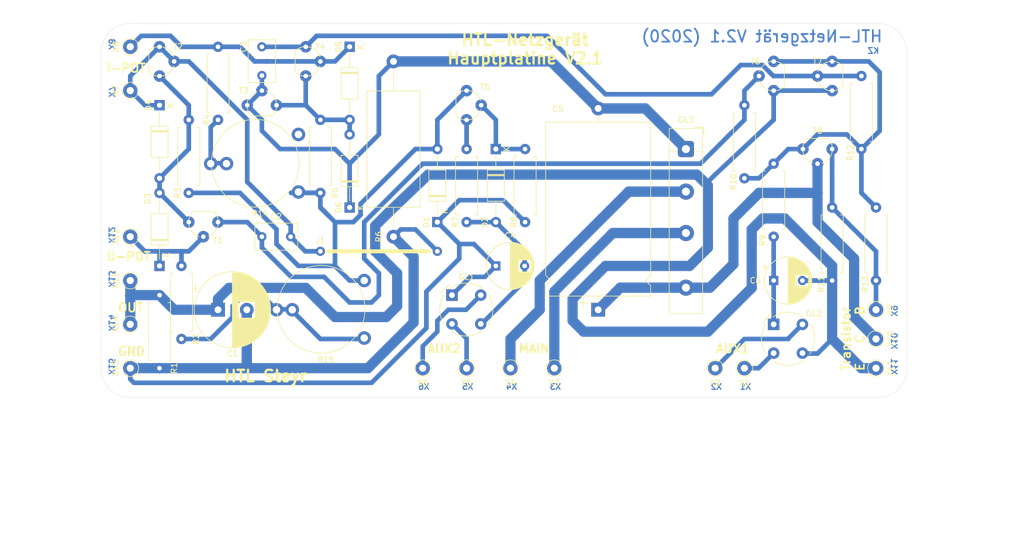
<source format=kicad_pcb>
(kicad_pcb (version 20171130) (host pcbnew 5.1.7-a382d34a8~87~ubuntu20.04.1)

  (general
    (thickness 1.6)
    (drawings 48)
    (tracks 281)
    (zones 0)
    (modules 57)
    (nets 27)
  )

  (page A4)
  (title_block
    (title "HTL-Netzgerät Regelungsplatine")
    (date 2020-11-19)
    (rev V2.1)
    (company "HTL Steyr")
    (comment 1 "überarbeitet von Karl Zeilhofer")
  )

  (layers
    (0 Top signal)
    (31 Bottom signal hide)
    (32 B.Adhes user)
    (33 F.Adhes user)
    (34 B.Paste user)
    (35 F.Paste user)
    (36 B.SilkS user)
    (37 F.SilkS user)
    (38 B.Mask user)
    (39 F.Mask user)
    (40 Dwgs.User user)
    (41 Cmts.User user hide)
    (42 Eco1.User user)
    (43 Eco2.User user)
    (44 Edge.Cuts user)
    (45 Margin user)
    (46 B.CrtYd user hide)
    (47 F.CrtYd user hide)
    (48 B.Fab user hide)
    (49 F.Fab user)
  )

  (setup
    (last_trace_width 0.8)
    (user_trace_width 0.8)
    (user_trace_width 1.8)
    (trace_clearance 0.2)
    (zone_clearance 0.508)
    (zone_45_only no)
    (trace_min 0.2)
    (via_size 0.8)
    (via_drill 0.4)
    (via_min_size 0.4)
    (via_min_drill 0.3)
    (user_via 2 0.8)
    (uvia_size 0.3)
    (uvia_drill 0.1)
    (uvias_allowed no)
    (uvia_min_size 0.2)
    (uvia_min_drill 0.1)
    (edge_width 0.05)
    (segment_width 0.2)
    (pcb_text_width 0.3)
    (pcb_text_size 1.5 1.5)
    (mod_edge_width 0.12)
    (mod_text_size 1 1)
    (mod_text_width 0.15)
    (pad_size 1.524 1.524)
    (pad_drill 0.762)
    (pad_to_mask_clearance 0.051)
    (solder_mask_min_width 0.25)
    (aux_axis_origin 78.6611 137.8586)
    (grid_origin 78.6611 137.8586)
    (visible_elements FFFFEF7F)
    (pcbplotparams
      (layerselection 0x21000_7ffffffe)
      (usegerberextensions false)
      (usegerberattributes false)
      (usegerberadvancedattributes false)
      (creategerberjobfile false)
      (excludeedgelayer true)
      (linewidth 0.300000)
      (plotframeref true)
      (viasonmask false)
      (mode 1)
      (useauxorigin false)
      (hpglpennumber 1)
      (hpglpenspeed 20)
      (hpglpendiameter 15.000000)
      (psnegative false)
      (psa4output false)
      (plotreference true)
      (plotvalue true)
      (plotinvisibletext false)
      (padsonsilk false)
      (subtractmaskfromsilk false)
      (outputformat 4)
      (mirror false)
      (drillshape 0)
      (scaleselection 1)
      (outputdirectory "fab"))
  )

  (net 0 "")
  (net 1 "Net-(R11-Pad2)")
  (net 2 "Net-(C3-Pad1)")
  (net 3 "Net-(R10-Pad2)")
  (net 4 /0V)
  (net 5 /U_OUT)
  (net 6 "Net-(C2-Pad1)")
  (net 7 /-33V)
  (net 8 "Net-(D2-Pad1)")
  (net 9 /B_-0.6V)
  (net 10 /A_-0.6V)
  (net 11 "Net-(GL1-Pad4)")
  (net 12 "Net-(GL2-Pad4)")
  (net 13 "Net-(GL3-Pad3)")
  (net 14 "Net-(R7-Pad2)")
  (net 15 /U_AUX2)
  (net 16 /U_Main)
  (net 17 /U_AUX1)
  (net 18 "Net-(GL3-Pad2)")
  (net 19 "Net-(GL1-Pad2)")
  (net 20 "Net-(GL2-Pad2)")
  (net 21 "Net-(R15-Pad2)")
  (net 22 "Net-(R14-Pad2)")
  (net 23 /V_U_Ref)
  (net 24 /V_I_Ref)
  (net 25 /V_U_FB)
  (net 26 /V_I_FB)

  (net_class Default "This is the default net class."
    (clearance 0.2)
    (trace_width 0.25)
    (via_dia 0.8)
    (via_drill 0.4)
    (uvia_dia 0.3)
    (uvia_drill 0.1)
    (add_net /-33V)
    (add_net /0V)
    (add_net /A_-0.6V)
    (add_net /B_-0.6V)
    (add_net /U_AUX1)
    (add_net /U_AUX2)
    (add_net /U_Main)
    (add_net /U_OUT)
    (add_net /V_I_FB)
    (add_net /V_I_Ref)
    (add_net /V_U_FB)
    (add_net /V_U_Ref)
    (add_net "Net-(C2-Pad1)")
    (add_net "Net-(C3-Pad1)")
    (add_net "Net-(D2-Pad1)")
    (add_net "Net-(GL1-Pad2)")
    (add_net "Net-(GL1-Pad4)")
    (add_net "Net-(GL2-Pad2)")
    (add_net "Net-(GL2-Pad4)")
    (add_net "Net-(GL3-Pad2)")
    (add_net "Net-(GL3-Pad3)")
    (add_net "Net-(R10-Pad2)")
    (add_net "Net-(R11-Pad2)")
    (add_net "Net-(R14-Pad2)")
    (add_net "Net-(R15-Pad2)")
    (add_net "Net-(R7-Pad2)")
  )

  (module HTL_Netzgeraet:R_Axial_DIN0411_L9.9mm_D3.6mm_P12.70mm_Horizontal (layer Top) (tedit 5FB6DB0D) (tstamp 5DFE5A7A)
    (at 213.28 117.54 90)
    (descr "Resistor, Axial_DIN0411 series, Axial, Horizontal, pin pitch=12.7mm, 1W, length*diameter=9.9*3.6mm^2")
    (tags "Resistor Axial_DIN0411 series Axial Horizontal pin pitch 12.7mm 1W length 9.9mm diameter 3.6mm")
    (path /5DFEC32D)
    (fp_text reference R13 (at -0.6336 -1.9039 90) (layer F.SilkS)
      (effects (font (size 1 1) (thickness 0.15)))
    )
    (fp_text value 27k (at 9.5264 0.6361 90) (layer F.Fab)
      (effects (font (size 1 1) (thickness 0.15)))
    )
    (fp_line (start 14.15 -2.05) (end -1.45 -2.05) (layer F.CrtYd) (width 0.05))
    (fp_line (start 14.15 2.05) (end 14.15 -2.05) (layer F.CrtYd) (width 0.05))
    (fp_line (start -1.45 2.05) (end 14.15 2.05) (layer F.CrtYd) (width 0.05))
    (fp_line (start -1.45 -2.05) (end -1.45 2.05) (layer F.CrtYd) (width 0.05))
    (fp_line (start 11.42 1.92) (end 11.42 1.44) (layer F.SilkS) (width 0.12))
    (fp_line (start 1.28 1.92) (end 11.42 1.92) (layer F.SilkS) (width 0.12))
    (fp_line (start 1.28 1.44) (end 1.28 1.92) (layer F.SilkS) (width 0.12))
    (fp_line (start 11.42 -1.92) (end 11.42 -1.44) (layer F.SilkS) (width 0.12))
    (fp_line (start 1.28 -1.92) (end 11.42 -1.92) (layer F.SilkS) (width 0.12))
    (fp_line (start 1.28 -1.44) (end 1.28 -1.92) (layer F.SilkS) (width 0.12))
    (fp_line (start 12.7 0) (end 11.3 0) (layer F.Fab) (width 0.1))
    (fp_line (start 0 0) (end 1.4 0) (layer F.Fab) (width 0.1))
    (fp_line (start 11.3 -1.8) (end 1.4 -1.8) (layer F.Fab) (width 0.1))
    (fp_line (start 11.3 1.8) (end 11.3 -1.8) (layer F.Fab) (width 0.1))
    (fp_line (start 1.4 1.8) (end 11.3 1.8) (layer F.Fab) (width 0.1))
    (fp_line (start 1.4 -1.8) (end 1.4 1.8) (layer F.Fab) (width 0.1))
    (fp_text user %R (at 3.1764 -0.6339 90) (layer F.Fab)
      (effects (font (size 1 1) (thickness 0.15)))
    )
    (pad 1 thru_hole circle (at 0 0 90) (size 1.8 1.8) (drill 0.8) (layers *.Cu *.Mask)
      (net 1 "Net-(R11-Pad2)"))
    (pad 2 thru_hole circle (at 12.7 0 90) (size 1.8 1.8) (drill 0.8) (layers *.Cu *.Mask)
      (net 3 "Net-(R10-Pad2)"))
    (model ${KISYS3DMOD}/Resistor_THT.3dshapes/R_Axial_DIN0411_L9.9mm_D3.6mm_P12.70mm_Horizontal.wrl
      (at (xyz 0 0 0))
      (scale (xyz 1 1 1))
      (rotate (xyz 0 0 0))
    )
  )

  (module HTL_Netzgeraet:R_Axial_DIN0411_L9.9mm_D3.6mm_P12.70mm_Horizontal (layer Top) (tedit 5FB6DB0D) (tstamp 5E4B7941)
    (at 210.74 81.98 270)
    (descr "Resistor, Axial_DIN0411 series, Axial, Horizontal, pin pitch=12.7mm, 1W, length*diameter=9.9*3.6mm^2")
    (tags "Resistor Axial_DIN0411 series Axial Horizontal pin pitch 12.7mm 1W length 9.9mm diameter 3.6mm")
    (path /5E00F11B)
    (fp_text reference R12 (at 13.3336 1.9039 90) (layer F.SilkS)
      (effects (font (size 1 1) (thickness 0.15)))
    )
    (fp_text value 220k (at 9.5264 0.6361 90) (layer F.Fab)
      (effects (font (size 1 1) (thickness 0.15)))
    )
    (fp_line (start 14.15 -2.05) (end -1.45 -2.05) (layer F.CrtYd) (width 0.05))
    (fp_line (start 14.15 2.05) (end 14.15 -2.05) (layer F.CrtYd) (width 0.05))
    (fp_line (start -1.45 2.05) (end 14.15 2.05) (layer F.CrtYd) (width 0.05))
    (fp_line (start -1.45 -2.05) (end -1.45 2.05) (layer F.CrtYd) (width 0.05))
    (fp_line (start 11.42 1.92) (end 11.42 1.44) (layer F.SilkS) (width 0.12))
    (fp_line (start 1.28 1.92) (end 11.42 1.92) (layer F.SilkS) (width 0.12))
    (fp_line (start 1.28 1.44) (end 1.28 1.92) (layer F.SilkS) (width 0.12))
    (fp_line (start 11.42 -1.92) (end 11.42 -1.44) (layer F.SilkS) (width 0.12))
    (fp_line (start 1.28 -1.92) (end 11.42 -1.92) (layer F.SilkS) (width 0.12))
    (fp_line (start 1.28 -1.44) (end 1.28 -1.92) (layer F.SilkS) (width 0.12))
    (fp_line (start 12.7 0) (end 11.3 0) (layer F.Fab) (width 0.1))
    (fp_line (start 0 0) (end 1.4 0) (layer F.Fab) (width 0.1))
    (fp_line (start 11.3 -1.8) (end 1.4 -1.8) (layer F.Fab) (width 0.1))
    (fp_line (start 11.3 1.8) (end 11.3 -1.8) (layer F.Fab) (width 0.1))
    (fp_line (start 1.4 1.8) (end 11.3 1.8) (layer F.Fab) (width 0.1))
    (fp_line (start 1.4 -1.8) (end 1.4 1.8) (layer F.Fab) (width 0.1))
    (fp_text user %R (at 3.1764 -0.6339 90) (layer F.Fab)
      (effects (font (size 1 1) (thickness 0.15)))
    )
    (pad 1 thru_hole circle (at 0 0 270) (size 1.8 1.8) (drill 0.8) (layers *.Cu *.Mask)
      (net 2 "Net-(C3-Pad1)"))
    (pad 2 thru_hole circle (at 12.7 0 270) (size 1.8 1.8) (drill 0.8) (layers *.Cu *.Mask)
      (net 3 "Net-(R10-Pad2)"))
    (model ${KISYS3DMOD}/Resistor_THT.3dshapes/R_Axial_DIN0411_L9.9mm_D3.6mm_P12.70mm_Horizontal.wrl
      (at (xyz 0 0 0))
      (scale (xyz 1 1 1))
      (rotate (xyz 0 0 0))
    )
  )

  (module HTL_Netzgeraet:R_Axial_DIN0411_L9.9mm_D3.6mm_P12.70mm_Horizontal (layer Top) (tedit 5FB6DB0D) (tstamp 5DFE5A4C)
    (at 205.66 117.54 90)
    (descr "Resistor, Axial_DIN0411 series, Axial, Horizontal, pin pitch=12.7mm, 1W, length*diameter=9.9*3.6mm^2")
    (tags "Resistor Axial_DIN0411 series Axial Horizontal pin pitch 12.7mm 1W length 9.9mm diameter 3.6mm")
    (path /5DFEC6DB)
    (fp_text reference R11 (at -0.6336 -1.9039 90) (layer F.SilkS)
      (effects (font (size 1 1) (thickness 0.15)))
    )
    (fp_text value 10k (at 9.5264 0.6361 90) (layer F.Fab)
      (effects (font (size 1 1) (thickness 0.15)))
    )
    (fp_line (start 14.15 -2.05) (end -1.45 -2.05) (layer F.CrtYd) (width 0.05))
    (fp_line (start 14.15 2.05) (end 14.15 -2.05) (layer F.CrtYd) (width 0.05))
    (fp_line (start -1.45 2.05) (end 14.15 2.05) (layer F.CrtYd) (width 0.05))
    (fp_line (start -1.45 -2.05) (end -1.45 2.05) (layer F.CrtYd) (width 0.05))
    (fp_line (start 11.42 1.92) (end 11.42 1.44) (layer F.SilkS) (width 0.12))
    (fp_line (start 1.28 1.92) (end 11.42 1.92) (layer F.SilkS) (width 0.12))
    (fp_line (start 1.28 1.44) (end 1.28 1.92) (layer F.SilkS) (width 0.12))
    (fp_line (start 11.42 -1.92) (end 11.42 -1.44) (layer F.SilkS) (width 0.12))
    (fp_line (start 1.28 -1.92) (end 11.42 -1.92) (layer F.SilkS) (width 0.12))
    (fp_line (start 1.28 -1.44) (end 1.28 -1.92) (layer F.SilkS) (width 0.12))
    (fp_line (start 12.7 0) (end 11.3 0) (layer F.Fab) (width 0.1))
    (fp_line (start 0 0) (end 1.4 0) (layer F.Fab) (width 0.1))
    (fp_line (start 11.3 -1.8) (end 1.4 -1.8) (layer F.Fab) (width 0.1))
    (fp_line (start 11.3 1.8) (end 11.3 -1.8) (layer F.Fab) (width 0.1))
    (fp_line (start 1.4 1.8) (end 11.3 1.8) (layer F.Fab) (width 0.1))
    (fp_line (start 1.4 -1.8) (end 1.4 1.8) (layer F.Fab) (width 0.1))
    (fp_text user %R (at 3.1764 -0.6339 90) (layer F.Fab)
      (effects (font (size 1 1) (thickness 0.15)))
    )
    (pad 1 thru_hole circle (at 0 0 90) (size 1.8 1.8) (drill 0.8) (layers *.Cu *.Mask)
      (net 5 /U_OUT))
    (pad 2 thru_hole circle (at 12.7 0 90) (size 1.8 1.8) (drill 0.8) (layers *.Cu *.Mask)
      (net 1 "Net-(R11-Pad2)"))
    (model ${KISYS3DMOD}/Resistor_THT.3dshapes/R_Axial_DIN0411_L9.9mm_D3.6mm_P12.70mm_Horizontal.wrl
      (at (xyz 0 0 0))
      (scale (xyz 1 1 1))
      (rotate (xyz 0 0 0))
    )
  )

  (module HTL_Netzgeraet:R_Axial_DIN0411_L9.9mm_D3.6mm_P12.70mm_Horizontal (layer Top) (tedit 5FB6DB0D) (tstamp 5DFE5A35)
    (at 190.42 87.06 270)
    (descr "Resistor, Axial_DIN0411 series, Axial, Horizontal, pin pitch=12.7mm, 1W, length*diameter=9.9*3.6mm^2")
    (tags "Resistor Axial_DIN0411 series Axial Horizontal pin pitch 12.7mm 1W length 9.9mm diameter 3.6mm")
    (path /5E00F5AD)
    (fp_text reference R10 (at 13.3336 1.9039 90) (layer F.SilkS)
      (effects (font (size 1 1) (thickness 0.15)))
    )
    (fp_text value 220k (at 9.5264 0.6361 90) (layer F.Fab)
      (effects (font (size 1 1) (thickness 0.15)))
    )
    (fp_line (start 14.15 -2.05) (end -1.45 -2.05) (layer F.CrtYd) (width 0.05))
    (fp_line (start 14.15 2.05) (end 14.15 -2.05) (layer F.CrtYd) (width 0.05))
    (fp_line (start -1.45 2.05) (end 14.15 2.05) (layer F.CrtYd) (width 0.05))
    (fp_line (start -1.45 -2.05) (end -1.45 2.05) (layer F.CrtYd) (width 0.05))
    (fp_line (start 11.42 1.92) (end 11.42 1.44) (layer F.SilkS) (width 0.12))
    (fp_line (start 1.28 1.92) (end 11.42 1.92) (layer F.SilkS) (width 0.12))
    (fp_line (start 1.28 1.44) (end 1.28 1.92) (layer F.SilkS) (width 0.12))
    (fp_line (start 11.42 -1.92) (end 11.42 -1.44) (layer F.SilkS) (width 0.12))
    (fp_line (start 1.28 -1.92) (end 11.42 -1.92) (layer F.SilkS) (width 0.12))
    (fp_line (start 1.28 -1.44) (end 1.28 -1.92) (layer F.SilkS) (width 0.12))
    (fp_line (start 12.7 0) (end 11.3 0) (layer F.Fab) (width 0.1))
    (fp_line (start 0 0) (end 1.4 0) (layer F.Fab) (width 0.1))
    (fp_line (start 11.3 -1.8) (end 1.4 -1.8) (layer F.Fab) (width 0.1))
    (fp_line (start 11.3 1.8) (end 11.3 -1.8) (layer F.Fab) (width 0.1))
    (fp_line (start 1.4 1.8) (end 11.3 1.8) (layer F.Fab) (width 0.1))
    (fp_line (start 1.4 -1.8) (end 1.4 1.8) (layer F.Fab) (width 0.1))
    (fp_text user %R (at 3.1764 -0.6339 90) (layer F.Fab)
      (effects (font (size 1 1) (thickness 0.15)))
    )
    (pad 1 thru_hole circle (at 0 0 270) (size 1.8 1.8) (drill 0.8) (layers *.Cu *.Mask)
      (net 6 "Net-(C2-Pad1)"))
    (pad 2 thru_hole circle (at 12.7 0 270) (size 1.8 1.8) (drill 0.8) (layers *.Cu *.Mask)
      (net 3 "Net-(R10-Pad2)"))
    (model ${KISYS3DMOD}/Resistor_THT.3dshapes/R_Axial_DIN0411_L9.9mm_D3.6mm_P12.70mm_Horizontal.wrl
      (at (xyz 0 0 0))
      (scale (xyz 1 1 1))
      (rotate (xyz 0 0 0))
    )
  )

  (module HTL_Netzgeraet:R_Axial_DIN0411_L9.9mm_D3.6mm_P12.70mm_Horizontal (layer Top) (tedit 5FB6DB0D) (tstamp 5DFE5A1E)
    (at 195.5 109.9186 90)
    (descr "Resistor, Axial_DIN0411 series, Axial, Horizontal, pin pitch=12.7mm, 1W, length*diameter=9.9*3.6mm^2")
    (tags "Resistor Axial_DIN0411 series Axial Horizontal pin pitch 12.7mm 1W length 9.9mm diameter 3.6mm")
    (path /5DFE9DA9)
    (fp_text reference R9 (at -0.635 -1.9039 90) (layer F.SilkS)
      (effects (font (size 1 1) (thickness 0.15)))
    )
    (fp_text value 27k (at 9.5264 0.6361 90) (layer F.Fab)
      (effects (font (size 1 1) (thickness 0.15)))
    )
    (fp_line (start 14.15 -2.05) (end -1.45 -2.05) (layer F.CrtYd) (width 0.05))
    (fp_line (start 14.15 2.05) (end 14.15 -2.05) (layer F.CrtYd) (width 0.05))
    (fp_line (start -1.45 2.05) (end 14.15 2.05) (layer F.CrtYd) (width 0.05))
    (fp_line (start -1.45 -2.05) (end -1.45 2.05) (layer F.CrtYd) (width 0.05))
    (fp_line (start 11.42 1.92) (end 11.42 1.44) (layer F.SilkS) (width 0.12))
    (fp_line (start 1.28 1.92) (end 11.42 1.92) (layer F.SilkS) (width 0.12))
    (fp_line (start 1.28 1.44) (end 1.28 1.92) (layer F.SilkS) (width 0.12))
    (fp_line (start 11.42 -1.92) (end 11.42 -1.44) (layer F.SilkS) (width 0.12))
    (fp_line (start 1.28 -1.92) (end 11.42 -1.92) (layer F.SilkS) (width 0.12))
    (fp_line (start 1.28 -1.44) (end 1.28 -1.92) (layer F.SilkS) (width 0.12))
    (fp_line (start 12.7 0) (end 11.3 0) (layer F.Fab) (width 0.1))
    (fp_line (start 0 0) (end 1.4 0) (layer F.Fab) (width 0.1))
    (fp_line (start 11.3 -1.8) (end 1.4 -1.8) (layer F.Fab) (width 0.1))
    (fp_line (start 11.3 1.8) (end 11.3 -1.8) (layer F.Fab) (width 0.1))
    (fp_line (start 1.4 1.8) (end 11.3 1.8) (layer F.Fab) (width 0.1))
    (fp_line (start 1.4 -1.8) (end 1.4 1.8) (layer F.Fab) (width 0.1))
    (fp_text user %R (at 3.1764 -0.6339 90) (layer F.Fab)
      (effects (font (size 1 1) (thickness 0.15)))
    )
    (pad 1 thru_hole circle (at 0 0 90) (size 1.8 1.8) (drill 0.8) (layers *.Cu *.Mask)
      (net 17 /U_AUX1))
    (pad 2 thru_hole circle (at 12.7 0 90) (size 1.8 1.8) (drill 0.8) (layers *.Cu *.Mask)
      (net 3 "Net-(R10-Pad2)"))
    (model ${KISYS3DMOD}/Resistor_THT.3dshapes/R_Axial_DIN0411_L9.9mm_D3.6mm_P12.70mm_Horizontal.wrl
      (at (xyz 0 0 0))
      (scale (xyz 1 1 1))
      (rotate (xyz 0 0 0))
    )
  )

  (module HTL_Netzgeraet:R_Axial_DIN0411_L9.9mm_D3.6mm_P12.70mm_Horizontal (layer Top) (tedit 5FB6DB0D) (tstamp 5DFE5A07)
    (at 152.32 94.68 270)
    (descr "Resistor, Axial_DIN0411 series, Axial, Horizontal, pin pitch=12.7mm, 1W, length*diameter=9.9*3.6mm^2")
    (tags "Resistor Axial_DIN0411 series Axial Horizontal pin pitch 12.7mm 1W length 9.9mm diameter 3.6mm")
    (path /5E030E0A)
    (fp_text reference R8 (at 12.6986 1.9039 90) (layer F.SilkS)
      (effects (font (size 1 1) (thickness 0.15)))
    )
    (fp_text value 10k (at 9.5264 0.6361 90) (layer F.Fab)
      (effects (font (size 1 1) (thickness 0.15)))
    )
    (fp_line (start 14.15 -2.05) (end -1.45 -2.05) (layer F.CrtYd) (width 0.05))
    (fp_line (start 14.15 2.05) (end 14.15 -2.05) (layer F.CrtYd) (width 0.05))
    (fp_line (start -1.45 2.05) (end 14.15 2.05) (layer F.CrtYd) (width 0.05))
    (fp_line (start -1.45 -2.05) (end -1.45 2.05) (layer F.CrtYd) (width 0.05))
    (fp_line (start 11.42 1.92) (end 11.42 1.44) (layer F.SilkS) (width 0.12))
    (fp_line (start 1.28 1.92) (end 11.42 1.92) (layer F.SilkS) (width 0.12))
    (fp_line (start 1.28 1.44) (end 1.28 1.92) (layer F.SilkS) (width 0.12))
    (fp_line (start 11.42 -1.92) (end 11.42 -1.44) (layer F.SilkS) (width 0.12))
    (fp_line (start 1.28 -1.92) (end 11.42 -1.92) (layer F.SilkS) (width 0.12))
    (fp_line (start 1.28 -1.44) (end 1.28 -1.92) (layer F.SilkS) (width 0.12))
    (fp_line (start 12.7 0) (end 11.3 0) (layer F.Fab) (width 0.1))
    (fp_line (start 0 0) (end 1.4 0) (layer F.Fab) (width 0.1))
    (fp_line (start 11.3 -1.8) (end 1.4 -1.8) (layer F.Fab) (width 0.1))
    (fp_line (start 11.3 1.8) (end 11.3 -1.8) (layer F.Fab) (width 0.1))
    (fp_line (start 1.4 1.8) (end 11.3 1.8) (layer F.Fab) (width 0.1))
    (fp_line (start 1.4 -1.8) (end 1.4 1.8) (layer F.Fab) (width 0.1))
    (fp_text user %R (at 3.1764 -0.6339 90) (layer F.Fab)
      (effects (font (size 1 1) (thickness 0.15)))
    )
    (pad 1 thru_hole circle (at 0 0 270) (size 1.8 1.8) (drill 0.8) (layers *.Cu *.Mask)
      (net 8 "Net-(D2-Pad1)"))
    (pad 2 thru_hole circle (at 12.7 0 270) (size 1.8 1.8) (drill 0.8) (layers *.Cu *.Mask)
      (net 4 /0V))
    (model ${KISYS3DMOD}/Resistor_THT.3dshapes/R_Axial_DIN0411_L9.9mm_D3.6mm_P12.70mm_Horizontal.wrl
      (at (xyz 0 0 0))
      (scale (xyz 1 1 1))
      (rotate (xyz 0 0 0))
    )
  )

  (module HTL_Netzgeraet:R_Axial_DIN0411_L9.9mm_D3.6mm_P12.70mm_Horizontal (layer Top) (tedit 5FB6DB0D) (tstamp 5DFE59F0)
    (at 142.16 107.38 90)
    (descr "Resistor, Axial_DIN0411 series, Axial, Horizontal, pin pitch=12.7mm, 1W, length*diameter=9.9*3.6mm^2")
    (tags "Resistor Axial_DIN0411 series Axial Horizontal pin pitch 12.7mm 1W length 9.9mm diameter 3.6mm")
    (path /5E039301)
    (fp_text reference R7 (at 0 -1.9039 90) (layer F.SilkS)
      (effects (font (size 1 1) (thickness 0.15)))
    )
    (fp_text value 1k (at 9.5264 0.6361 90) (layer F.Fab)
      (effects (font (size 1 1) (thickness 0.15)))
    )
    (fp_line (start 14.15 -2.05) (end -1.45 -2.05) (layer F.CrtYd) (width 0.05))
    (fp_line (start 14.15 2.05) (end 14.15 -2.05) (layer F.CrtYd) (width 0.05))
    (fp_line (start -1.45 2.05) (end 14.15 2.05) (layer F.CrtYd) (width 0.05))
    (fp_line (start -1.45 -2.05) (end -1.45 2.05) (layer F.CrtYd) (width 0.05))
    (fp_line (start 11.42 1.92) (end 11.42 1.44) (layer F.SilkS) (width 0.12))
    (fp_line (start 1.28 1.92) (end 11.42 1.92) (layer F.SilkS) (width 0.12))
    (fp_line (start 1.28 1.44) (end 1.28 1.92) (layer F.SilkS) (width 0.12))
    (fp_line (start 11.42 -1.92) (end 11.42 -1.44) (layer F.SilkS) (width 0.12))
    (fp_line (start 1.28 -1.92) (end 11.42 -1.92) (layer F.SilkS) (width 0.12))
    (fp_line (start 1.28 -1.44) (end 1.28 -1.92) (layer F.SilkS) (width 0.12))
    (fp_line (start 12.7 0) (end 11.3 0) (layer F.Fab) (width 0.1))
    (fp_line (start 0 0) (end 1.4 0) (layer F.Fab) (width 0.1))
    (fp_line (start 11.3 -1.8) (end 1.4 -1.8) (layer F.Fab) (width 0.1))
    (fp_line (start 11.3 1.8) (end 11.3 -1.8) (layer F.Fab) (width 0.1))
    (fp_line (start 1.4 1.8) (end 11.3 1.8) (layer F.Fab) (width 0.1))
    (fp_line (start 1.4 -1.8) (end 1.4 1.8) (layer F.Fab) (width 0.1))
    (fp_text user %R (at 3.1764 -0.6339 90) (layer F.Fab)
      (effects (font (size 1 1) (thickness 0.15)))
    )
    (pad 1 thru_hole circle (at 0 0 90) (size 1.8 1.8) (drill 0.8) (layers *.Cu *.Mask)
      (net 15 /U_AUX2))
    (pad 2 thru_hole circle (at 12.7 0 90) (size 1.8 1.8) (drill 0.8) (layers *.Cu *.Mask)
      (net 14 "Net-(R7-Pad2)"))
    (model ${KISYS3DMOD}/Resistor_THT.3dshapes/R_Axial_DIN0411_L9.9mm_D3.6mm_P12.70mm_Horizontal.wrl
      (at (xyz 0 0 0))
      (scale (xyz 1 1 1))
      (rotate (xyz 0 0 0))
    )
  )

  (module HTL_Netzgeraet:R_Axial_DIN0411_L9.9mm_D3.6mm_P12.70mm_Horizontal (layer Top) (tedit 5FB6DB0D) (tstamp 5E4B7DB3)
    (at 116.76 102.3 90)
    (descr "Resistor, Axial_DIN0411 series, Axial, Horizontal, pin pitch=12.7mm, 1W, length*diameter=9.9*3.6mm^2")
    (tags "Resistor Axial_DIN0411 series Axial Horizontal pin pitch 12.7mm 1W length 9.9mm diameter 3.6mm")
    (path /5E10F117)
    (fp_text reference R5 (at 0 2.54 90) (layer F.SilkS)
      (effects (font (size 1 1) (thickness 0.15)))
    )
    (fp_text value 330k (at 9.5264 0.6361 90) (layer F.Fab)
      (effects (font (size 1 1) (thickness 0.15)))
    )
    (fp_line (start 14.15 -2.05) (end -1.45 -2.05) (layer F.CrtYd) (width 0.05))
    (fp_line (start 14.15 2.05) (end 14.15 -2.05) (layer F.CrtYd) (width 0.05))
    (fp_line (start -1.45 2.05) (end 14.15 2.05) (layer F.CrtYd) (width 0.05))
    (fp_line (start -1.45 -2.05) (end -1.45 2.05) (layer F.CrtYd) (width 0.05))
    (fp_line (start 11.42 1.92) (end 11.42 1.44) (layer F.SilkS) (width 0.12))
    (fp_line (start 1.28 1.92) (end 11.42 1.92) (layer F.SilkS) (width 0.12))
    (fp_line (start 1.28 1.44) (end 1.28 1.92) (layer F.SilkS) (width 0.12))
    (fp_line (start 11.42 -1.92) (end 11.42 -1.44) (layer F.SilkS) (width 0.12))
    (fp_line (start 1.28 -1.92) (end 11.42 -1.92) (layer F.SilkS) (width 0.12))
    (fp_line (start 1.28 -1.44) (end 1.28 -1.92) (layer F.SilkS) (width 0.12))
    (fp_line (start 12.7 0) (end 11.3 0) (layer F.Fab) (width 0.1))
    (fp_line (start 0 0) (end 1.4 0) (layer F.Fab) (width 0.1))
    (fp_line (start 11.3 -1.8) (end 1.4 -1.8) (layer F.Fab) (width 0.1))
    (fp_line (start 11.3 1.8) (end 11.3 -1.8) (layer F.Fab) (width 0.1))
    (fp_line (start 1.4 1.8) (end 11.3 1.8) (layer F.Fab) (width 0.1))
    (fp_line (start 1.4 -1.8) (end 1.4 1.8) (layer F.Fab) (width 0.1))
    (fp_text user %R (at 3.1764 -0.6339 90) (layer F.Fab)
      (effects (font (size 1 1) (thickness 0.15)))
    )
    (pad 1 thru_hole circle (at 0 0 90) (size 1.8 1.8) (drill 0.8) (layers *.Cu *.Mask)
      (net 7 /-33V))
    (pad 2 thru_hole circle (at 12.7 0 90) (size 1.8 1.8) (drill 0.8) (layers *.Cu *.Mask)
      (net 10 /A_-0.6V))
    (model ${KISYS3DMOD}/Resistor_THT.3dshapes/R_Axial_DIN0411_L9.9mm_D3.6mm_P12.70mm_Horizontal.wrl
      (at (xyz 0 0 0))
      (scale (xyz 1 1 1))
      (rotate (xyz 0 0 0))
    )
  )

  (module HTL_Netzgeraet:R_Axial_DIN0411_L9.9mm_D3.6mm_P12.70mm_Horizontal (layer Top) (tedit 5FB6DB0D) (tstamp 5E4B7E92)
    (at 98.98 89.6 90)
    (descr "Resistor, Axial_DIN0411 series, Axial, Horizontal, pin pitch=12.7mm, 1W, length*diameter=9.9*3.6mm^2")
    (tags "Resistor Axial_DIN0411 series Axial Horizontal pin pitch 12.7mm 1W length 9.9mm diameter 3.6mm")
    (path /5E10F13A)
    (fp_text reference R4 (at 0 -1.9039 90) (layer F.SilkS)
      (effects (font (size 1 1) (thickness 0.15)))
    )
    (fp_text value 120k (at 9.5264 0.6361 90) (layer F.Fab)
      (effects (font (size 1 1) (thickness 0.15)))
    )
    (fp_line (start 14.15 -2.05) (end -1.45 -2.05) (layer F.CrtYd) (width 0.05))
    (fp_line (start 14.15 2.05) (end 14.15 -2.05) (layer F.CrtYd) (width 0.05))
    (fp_line (start -1.45 2.05) (end 14.15 2.05) (layer F.CrtYd) (width 0.05))
    (fp_line (start -1.45 -2.05) (end -1.45 2.05) (layer F.CrtYd) (width 0.05))
    (fp_line (start 11.42 1.92) (end 11.42 1.44) (layer F.SilkS) (width 0.12))
    (fp_line (start 1.28 1.92) (end 11.42 1.92) (layer F.SilkS) (width 0.12))
    (fp_line (start 1.28 1.44) (end 1.28 1.92) (layer F.SilkS) (width 0.12))
    (fp_line (start 11.42 -1.92) (end 11.42 -1.44) (layer F.SilkS) (width 0.12))
    (fp_line (start 1.28 -1.92) (end 11.42 -1.92) (layer F.SilkS) (width 0.12))
    (fp_line (start 1.28 -1.44) (end 1.28 -1.92) (layer F.SilkS) (width 0.12))
    (fp_line (start 12.7 0) (end 11.3 0) (layer F.Fab) (width 0.1))
    (fp_line (start 0 0) (end 1.4 0) (layer F.Fab) (width 0.1))
    (fp_line (start 11.3 -1.8) (end 1.4 -1.8) (layer F.Fab) (width 0.1))
    (fp_line (start 11.3 1.8) (end 11.3 -1.8) (layer F.Fab) (width 0.1))
    (fp_line (start 1.4 1.8) (end 11.3 1.8) (layer F.Fab) (width 0.1))
    (fp_line (start 1.4 -1.8) (end 1.4 1.8) (layer F.Fab) (width 0.1))
    (fp_text user %R (at 3.1764 -0.6339 90) (layer F.Fab)
      (effects (font (size 1 1) (thickness 0.15)))
    )
    (pad 1 thru_hole circle (at 0 0 90) (size 1.8 1.8) (drill 0.8) (layers *.Cu *.Mask)
      (net 22 "Net-(R14-Pad2)"))
    (pad 2 thru_hole circle (at 12.7 0 90) (size 1.8 1.8) (drill 0.8) (layers *.Cu *.Mask)
      (net 26 /V_I_FB))
    (model ${KISYS3DMOD}/Resistor_THT.3dshapes/R_Axial_DIN0411_L9.9mm_D3.6mm_P12.70mm_Horizontal.wrl
      (at (xyz 0 0 0))
      (scale (xyz 1 1 1))
      (rotate (xyz 0 0 0))
    )
  )

  (module HTL_Netzgeraet:R_Axial_DIN0411_L9.9mm_D3.6mm_P12.70mm_Horizontal (layer Top) (tedit 5FB6DB0D) (tstamp 5DFE5994)
    (at 93.9 102.3 90)
    (descr "Resistor, Axial_DIN0411 series, Axial, Horizontal, pin pitch=12.7mm, 1W, length*diameter=9.9*3.6mm^2")
    (tags "Resistor Axial_DIN0411 series Axial Horizontal pin pitch 12.7mm 1W length 9.9mm diameter 3.6mm")
    (path /5E05E0DF)
    (fp_text reference R3 (at 0.0014 -1.9039 90) (layer F.SilkS)
      (effects (font (size 1 1) (thickness 0.15)))
    )
    (fp_text value 330k (at 9.5264 0.6361 90) (layer F.Fab)
      (effects (font (size 1 1) (thickness 0.15)))
    )
    (fp_line (start 14.15 -2.05) (end -1.45 -2.05) (layer F.CrtYd) (width 0.05))
    (fp_line (start 14.15 2.05) (end 14.15 -2.05) (layer F.CrtYd) (width 0.05))
    (fp_line (start -1.45 2.05) (end 14.15 2.05) (layer F.CrtYd) (width 0.05))
    (fp_line (start -1.45 -2.05) (end -1.45 2.05) (layer F.CrtYd) (width 0.05))
    (fp_line (start 11.42 1.92) (end 11.42 1.44) (layer F.SilkS) (width 0.12))
    (fp_line (start 1.28 1.92) (end 11.42 1.92) (layer F.SilkS) (width 0.12))
    (fp_line (start 1.28 1.44) (end 1.28 1.92) (layer F.SilkS) (width 0.12))
    (fp_line (start 11.42 -1.92) (end 11.42 -1.44) (layer F.SilkS) (width 0.12))
    (fp_line (start 1.28 -1.92) (end 11.42 -1.92) (layer F.SilkS) (width 0.12))
    (fp_line (start 1.28 -1.44) (end 1.28 -1.92) (layer F.SilkS) (width 0.12))
    (fp_line (start 12.7 0) (end 11.3 0) (layer F.Fab) (width 0.1))
    (fp_line (start 0 0) (end 1.4 0) (layer F.Fab) (width 0.1))
    (fp_line (start 11.3 -1.8) (end 1.4 -1.8) (layer F.Fab) (width 0.1))
    (fp_line (start 11.3 1.8) (end 11.3 -1.8) (layer F.Fab) (width 0.1))
    (fp_line (start 1.4 1.8) (end 11.3 1.8) (layer F.Fab) (width 0.1))
    (fp_line (start 1.4 -1.8) (end 1.4 1.8) (layer F.Fab) (width 0.1))
    (fp_text user %R (at 3.1764 -0.6339 90) (layer F.Fab)
      (effects (font (size 1 1) (thickness 0.15)))
    )
    (pad 1 thru_hole circle (at 0 0 90) (size 1.8 1.8) (drill 0.8) (layers *.Cu *.Mask)
      (net 7 /-33V))
    (pad 2 thru_hole circle (at 12.7 0 90) (size 1.8 1.8) (drill 0.8) (layers *.Cu *.Mask)
      (net 9 /B_-0.6V))
    (model ${KISYS3DMOD}/Resistor_THT.3dshapes/R_Axial_DIN0411_L9.9mm_D3.6mm_P12.70mm_Horizontal.wrl
      (at (xyz 0 0 0))
      (scale (xyz 1 1 1))
      (rotate (xyz 0 0 0))
    )
  )

  (module HTL_Netzgeraet:R_Axial_DIN0411_L9.9mm_D3.6mm_P12.70mm_Horizontal (layer Top) (tedit 5FB6DB0D) (tstamp 5E4C0805)
    (at 92.63 127.7 90)
    (descr "Resistor, Axial_DIN0411 series, Axial, Horizontal, pin pitch=12.7mm, 1W, length*diameter=9.9*3.6mm^2")
    (tags "Resistor Axial_DIN0411 series Axial Horizontal pin pitch 12.7mm 1W length 9.9mm diameter 3.6mm")
    (path /5E0B8562)
    (fp_text reference R2 (at 0 2.54 90) (layer F.SilkS)
      (effects (font (size 1 1) (thickness 0.15)))
    )
    (fp_text value 47k (at 9.5264 0.6361 90) (layer F.Fab)
      (effects (font (size 1 1) (thickness 0.15)))
    )
    (fp_line (start 14.15 -2.05) (end -1.45 -2.05) (layer F.CrtYd) (width 0.05))
    (fp_line (start 14.15 2.05) (end 14.15 -2.05) (layer F.CrtYd) (width 0.05))
    (fp_line (start -1.45 2.05) (end 14.15 2.05) (layer F.CrtYd) (width 0.05))
    (fp_line (start -1.45 -2.05) (end -1.45 2.05) (layer F.CrtYd) (width 0.05))
    (fp_line (start 11.42 1.92) (end 11.42 1.44) (layer F.SilkS) (width 0.12))
    (fp_line (start 1.28 1.92) (end 11.42 1.92) (layer F.SilkS) (width 0.12))
    (fp_line (start 1.28 1.44) (end 1.28 1.92) (layer F.SilkS) (width 0.12))
    (fp_line (start 11.42 -1.92) (end 11.42 -1.44) (layer F.SilkS) (width 0.12))
    (fp_line (start 1.28 -1.92) (end 11.42 -1.92) (layer F.SilkS) (width 0.12))
    (fp_line (start 1.28 -1.44) (end 1.28 -1.92) (layer F.SilkS) (width 0.12))
    (fp_line (start 12.7 0) (end 11.3 0) (layer F.Fab) (width 0.1))
    (fp_line (start 0 0) (end 1.4 0) (layer F.Fab) (width 0.1))
    (fp_line (start 11.3 -1.8) (end 1.4 -1.8) (layer F.Fab) (width 0.1))
    (fp_line (start 11.3 1.8) (end 11.3 -1.8) (layer F.Fab) (width 0.1))
    (fp_line (start 1.4 1.8) (end 11.3 1.8) (layer F.Fab) (width 0.1))
    (fp_line (start 1.4 -1.8) (end 1.4 1.8) (layer F.Fab) (width 0.1))
    (fp_text user %R (at 3.1764 -0.6339 90) (layer F.Fab)
      (effects (font (size 1 1) (thickness 0.15)))
    )
    (pad 1 thru_hole circle (at 0 0 90) (size 1.8 1.8) (drill 0.8) (layers *.Cu *.Mask)
      (net 21 "Net-(R15-Pad2)"))
    (pad 2 thru_hole circle (at 12.7 0 90) (size 1.8 1.8) (drill 0.8) (layers *.Cu *.Mask)
      (net 25 /V_U_FB))
    (model ${KISYS3DMOD}/Resistor_THT.3dshapes/R_Axial_DIN0411_L9.9mm_D3.6mm_P12.70mm_Horizontal.wrl
      (at (xyz 0 0 0))
      (scale (xyz 1 1 1))
      (rotate (xyz 0 0 0))
    )
  )

  (module HTL_Netzgeraet:R_Axial_DIN0411_L9.9mm_D3.6mm_P12.70mm_Horizontal (layer Top) (tedit 5FB6DB0D) (tstamp 5DFE5966)
    (at 88.82 132.78 90)
    (descr "Resistor, Axial_DIN0411 series, Axial, Horizontal, pin pitch=12.7mm, 1W, length*diameter=9.9*3.6mm^2")
    (tags "Resistor Axial_DIN0411 series Axial Horizontal pin pitch 12.7mm 1W length 9.9mm diameter 3.6mm")
    (path /5E083E33)
    (fp_text reference R1 (at 0 2.54 90) (layer F.SilkS)
      (effects (font (size 1 1) (thickness 0.15)))
    )
    (fp_text value 2k2 (at 9.5264 0.6361 90) (layer F.Fab)
      (effects (font (size 1 1) (thickness 0.15)))
    )
    (fp_line (start 14.15 -2.05) (end -1.45 -2.05) (layer F.CrtYd) (width 0.05))
    (fp_line (start 14.15 2.05) (end 14.15 -2.05) (layer F.CrtYd) (width 0.05))
    (fp_line (start -1.45 2.05) (end 14.15 2.05) (layer F.CrtYd) (width 0.05))
    (fp_line (start -1.45 -2.05) (end -1.45 2.05) (layer F.CrtYd) (width 0.05))
    (fp_line (start 11.42 1.92) (end 11.42 1.44) (layer F.SilkS) (width 0.12))
    (fp_line (start 1.28 1.92) (end 11.42 1.92) (layer F.SilkS) (width 0.12))
    (fp_line (start 1.28 1.44) (end 1.28 1.92) (layer F.SilkS) (width 0.12))
    (fp_line (start 11.42 -1.92) (end 11.42 -1.44) (layer F.SilkS) (width 0.12))
    (fp_line (start 1.28 -1.92) (end 11.42 -1.92) (layer F.SilkS) (width 0.12))
    (fp_line (start 1.28 -1.44) (end 1.28 -1.92) (layer F.SilkS) (width 0.12))
    (fp_line (start 12.7 0) (end 11.3 0) (layer F.Fab) (width 0.1))
    (fp_line (start 0 0) (end 1.4 0) (layer F.Fab) (width 0.1))
    (fp_line (start 11.3 -1.8) (end 1.4 -1.8) (layer F.Fab) (width 0.1))
    (fp_line (start 11.3 1.8) (end 11.3 -1.8) (layer F.Fab) (width 0.1))
    (fp_line (start 1.4 1.8) (end 11.3 1.8) (layer F.Fab) (width 0.1))
    (fp_line (start 1.4 -1.8) (end 1.4 1.8) (layer F.Fab) (width 0.1))
    (fp_text user %R (at 3.1764 -0.6339 90) (layer F.Fab)
      (effects (font (size 1 1) (thickness 0.15)))
    )
    (pad 1 thru_hole circle (at 0 0 90) (size 1.8 1.8) (drill 0.8) (layers *.Cu *.Mask)
      (net 4 /0V))
    (pad 2 thru_hole circle (at 12.7 0 90) (size 1.8 1.8) (drill 0.8) (layers *.Cu *.Mask)
      (net 5 /U_OUT))
    (model ${KISYS3DMOD}/Resistor_THT.3dshapes/R_Axial_DIN0411_L9.9mm_D3.6mm_P12.70mm_Horizontal.wrl
      (at (xyz 0 0 0))
      (scale (xyz 1 1 1))
      (rotate (xyz 0 0 0))
    )
  )

  (module HTL_Netzgeraet:Potentiometer_Piher_PT-15-V02_Vertical (layer Top) (tedit 5FB6DA58) (tstamp 5DFE5A91)
    (at 112.9511 92.1386 180)
    (descr "Potentiometer, vertical, Piher PT-15-V02, http://www.piher-nacesa.com/pdf/14-PT15v03.pdf")
    (tags "Potentiometer vertical Piher PT-15-V02")
    (path /5E10F148)
    (fp_text reference R14 (at 6.665 -13.75) (layer F.SilkS)
      (effects (font (size 1 1) (thickness 0.15)))
    )
    (fp_text value 25k (at 7.6189 -8.8886) (layer F.Fab)
      (effects (font (size 1 1) (thickness 0.15)))
    )
    (fp_line (start 14.75 -12.75) (end -1.45 -12.75) (layer F.CrtYd) (width 0.05))
    (fp_line (start 14.75 2.25) (end 14.75 -12.75) (layer F.CrtYd) (width 0.05))
    (fp_line (start -1.45 2.25) (end 14.75 2.25) (layer F.CrtYd) (width 0.05))
    (fp_line (start -1.45 -12.75) (end -1.45 2.25) (layer F.CrtYd) (width 0.05))
    (fp_circle (center 7.5 -5) (end 9.7 -5) (layer F.Fab) (width 0.1))
    (fp_circle (center 7.5 -5) (end 15 -5) (layer F.Fab) (width 0.1))
    (fp_text user %R (at 7.6189 -1.2686 180) (layer F.Fab)
      (effects (font (size 1 1) (thickness 0.15)))
    )
    (fp_arc (start 7.5 -5) (end 1.335 -0.522) (angle -55) (layer F.SilkS) (width 0.12))
    (fp_arc (start 7.5 -5) (end 0.901 -1.191) (angle -2) (layer F.SilkS) (width 0.12))
    (fp_arc (start 7.5 -5) (end 0.773 -8.578) (angle -56) (layer F.SilkS) (width 0.12))
    (fp_arc (start 7.5 -5) (end 1.039 -9.038) (angle -2) (layer F.SilkS) (width 0.12))
    (fp_arc (start 7.5 -5) (end 7.5 2.62) (angle -234) (layer F.SilkS) (width 0.12))
    (pad 1 thru_hole circle (at 0 0 180) (size 2.34 2.34) (drill 1.3) (layers *.Cu *.Mask))
    (pad 2 thru_hole circle (at 12.5 -5.08 180) (size 2.34 2.34) (drill 1.3) (layers *.Cu *.Mask)
      (net 22 "Net-(R14-Pad2)"))
    (pad 3 thru_hole circle (at 0 -10 180) (size 2.34 2.34) (drill 1.3) (layers *.Cu *.Mask)
      (net 7 /-33V))
    (pad 2 thru_hole circle (at 15.24 -5.08 180) (size 2.34 2.34) (drill 1.3) (layers *.Cu *.Mask)
      (net 22 "Net-(R14-Pad2)"))
    (model ${KISYS3DMOD}/Potentiometer_THT.3dshapes/Potentiometer_Piher_PT-15-V02_Vertical.wrl
      (at (xyz 0 0 0))
      (scale (xyz 1 1 1))
      (rotate (xyz 0 0 0))
    )
  )

  (module HTL_Netzgeraet:Potentiometer_Piher_PT-15-V02_Vertical (layer Top) (tedit 5FB6DA58) (tstamp 5E4BB88C)
    (at 124.38 117.54 180)
    (descr "Potentiometer, vertical, Piher PT-15-V02, http://www.piher-nacesa.com/pdf/14-PT15v03.pdf")
    (tags "Potentiometer vertical Piher PT-15-V02")
    (path /5E0CA8CB)
    (fp_text reference R15 (at 6.665 -13.75 180) (layer F.SilkS)
      (effects (font (size 1 1) (thickness 0.15)))
    )
    (fp_text value 50k (at 7.6189 -9.5236 180) (layer F.Fab)
      (effects (font (size 1 1) (thickness 0.15)))
    )
    (fp_line (start 14.75 -12.75) (end -1.45 -12.75) (layer F.CrtYd) (width 0.05))
    (fp_line (start 14.75 2.25) (end 14.75 -12.75) (layer F.CrtYd) (width 0.05))
    (fp_line (start -1.45 2.25) (end 14.75 2.25) (layer F.CrtYd) (width 0.05))
    (fp_line (start -1.45 -12.75) (end -1.45 2.25) (layer F.CrtYd) (width 0.05))
    (fp_circle (center 7.5 -5) (end 9.7 -5) (layer F.Fab) (width 0.1))
    (fp_circle (center 7.5 -5) (end 15 -5) (layer F.Fab) (width 0.1))
    (fp_text user %R (at 7.6189 -1.2686) (layer F.Fab)
      (effects (font (size 1 1) (thickness 0.15)))
    )
    (fp_arc (start 7.5 -5) (end 1.335 -0.522) (angle -55) (layer F.SilkS) (width 0.12))
    (fp_arc (start 7.5 -5) (end 0.901 -1.191) (angle -2) (layer F.SilkS) (width 0.12))
    (fp_arc (start 7.5 -5) (end 0.773 -8.578) (angle -56) (layer F.SilkS) (width 0.12))
    (fp_arc (start 7.5 -5) (end 1.039 -9.038) (angle -2) (layer F.SilkS) (width 0.12))
    (fp_arc (start 7.5 -5) (end 7.5 2.62) (angle -234) (layer F.SilkS) (width 0.12))
    (pad 1 thru_hole circle (at 0 0 180) (size 2.34 2.34) (drill 1.3) (layers *.Cu *.Mask)
      (net 7 /-33V))
    (pad 2 thru_hole circle (at 12.5 -5.08 180) (size 2.34 2.34) (drill 1.3) (layers *.Cu *.Mask)
      (net 21 "Net-(R15-Pad2)"))
    (pad 3 thru_hole circle (at 0 -10 180) (size 2.34 2.34) (drill 1.3) (layers *.Cu *.Mask)
      (net 21 "Net-(R15-Pad2)"))
    (pad 2 thru_hole circle (at 15.24 -5.08 180) (size 2.34 2.34) (drill 1.3) (layers *.Cu *.Mask)
      (net 21 "Net-(R15-Pad2)"))
    (model ${KISYS3DMOD}/Potentiometer_THT.3dshapes/Potentiometer_Piher_PT-15-V02_Vertical.wrl
      (at (xyz 0 0 0))
      (scale (xyz 1 1 1))
      (rotate (xyz 0 0 0))
    )
  )

  (module Capacitor_THT:CP_Radial_D13.0mm_P5.00mm (layer Top) (tedit 5AE50EF1) (tstamp 5DFE569C)
    (at 98.98 122.62)
    (descr "CP, Radial series, Radial, pin pitch=5.00mm, , diameter=13mm, Electrolytic Capacitor")
    (tags "CP Radial series Radial pin pitch 5.00mm  diameter 13mm Electrolytic Capacitor")
    (path /5E08383F)
    (fp_text reference C1 (at 2.5411 7.6186) (layer F.SilkS)
      (effects (font (size 1 1) (thickness 0.15)))
    )
    (fp_text value 470u (at 2.5 3.8086) (layer F.Fab)
      (effects (font (size 1 1) (thickness 0.15)))
    )
    (fp_line (start -3.934569 -4.365) (end -3.934569 -3.065) (layer F.SilkS) (width 0.12))
    (fp_line (start -4.584569 -3.715) (end -3.284569 -3.715) (layer F.SilkS) (width 0.12))
    (fp_line (start 9.101 -0.475) (end 9.101 0.475) (layer F.SilkS) (width 0.12))
    (fp_line (start 9.061 -0.85) (end 9.061 0.85) (layer F.SilkS) (width 0.12))
    (fp_line (start 9.021 -1.107) (end 9.021 1.107) (layer F.SilkS) (width 0.12))
    (fp_line (start 8.981 -1.315) (end 8.981 1.315) (layer F.SilkS) (width 0.12))
    (fp_line (start 8.941 -1.494) (end 8.941 1.494) (layer F.SilkS) (width 0.12))
    (fp_line (start 8.901 -1.653) (end 8.901 1.653) (layer F.SilkS) (width 0.12))
    (fp_line (start 8.861 -1.798) (end 8.861 1.798) (layer F.SilkS) (width 0.12))
    (fp_line (start 8.821 -1.931) (end 8.821 1.931) (layer F.SilkS) (width 0.12))
    (fp_line (start 8.781 -2.055) (end 8.781 2.055) (layer F.SilkS) (width 0.12))
    (fp_line (start 8.741 -2.171) (end 8.741 2.171) (layer F.SilkS) (width 0.12))
    (fp_line (start 8.701 -2.281) (end 8.701 2.281) (layer F.SilkS) (width 0.12))
    (fp_line (start 8.661 -2.385) (end 8.661 2.385) (layer F.SilkS) (width 0.12))
    (fp_line (start 8.621 -2.484) (end 8.621 2.484) (layer F.SilkS) (width 0.12))
    (fp_line (start 8.581 -2.579) (end 8.581 2.579) (layer F.SilkS) (width 0.12))
    (fp_line (start 8.541 -2.67) (end 8.541 2.67) (layer F.SilkS) (width 0.12))
    (fp_line (start 8.501 -2.758) (end 8.501 2.758) (layer F.SilkS) (width 0.12))
    (fp_line (start 8.461 -2.842) (end 8.461 2.842) (layer F.SilkS) (width 0.12))
    (fp_line (start 8.421 -2.923) (end 8.421 2.923) (layer F.SilkS) (width 0.12))
    (fp_line (start 8.381 -3.002) (end 8.381 3.002) (layer F.SilkS) (width 0.12))
    (fp_line (start 8.341 -3.078) (end 8.341 3.078) (layer F.SilkS) (width 0.12))
    (fp_line (start 8.301 -3.152) (end 8.301 3.152) (layer F.SilkS) (width 0.12))
    (fp_line (start 8.261 -3.223) (end 8.261 3.223) (layer F.SilkS) (width 0.12))
    (fp_line (start 8.221 -3.293) (end 8.221 3.293) (layer F.SilkS) (width 0.12))
    (fp_line (start 8.181 -3.361) (end 8.181 3.361) (layer F.SilkS) (width 0.12))
    (fp_line (start 8.141 -3.427) (end 8.141 3.427) (layer F.SilkS) (width 0.12))
    (fp_line (start 8.101 -3.491) (end 8.101 3.491) (layer F.SilkS) (width 0.12))
    (fp_line (start 8.061 -3.554) (end 8.061 3.554) (layer F.SilkS) (width 0.12))
    (fp_line (start 8.021 -3.615) (end 8.021 3.615) (layer F.SilkS) (width 0.12))
    (fp_line (start 7.981 -3.675) (end 7.981 3.675) (layer F.SilkS) (width 0.12))
    (fp_line (start 7.941 -3.733) (end 7.941 3.733) (layer F.SilkS) (width 0.12))
    (fp_line (start 7.901 -3.79) (end 7.901 3.79) (layer F.SilkS) (width 0.12))
    (fp_line (start 7.861 -3.846) (end 7.861 3.846) (layer F.SilkS) (width 0.12))
    (fp_line (start 7.821 -3.9) (end 7.821 3.9) (layer F.SilkS) (width 0.12))
    (fp_line (start 7.781 -3.954) (end 7.781 3.954) (layer F.SilkS) (width 0.12))
    (fp_line (start 7.741 -4.006) (end 7.741 4.006) (layer F.SilkS) (width 0.12))
    (fp_line (start 7.701 -4.057) (end 7.701 4.057) (layer F.SilkS) (width 0.12))
    (fp_line (start 7.661 -4.108) (end 7.661 4.108) (layer F.SilkS) (width 0.12))
    (fp_line (start 7.621 -4.157) (end 7.621 4.157) (layer F.SilkS) (width 0.12))
    (fp_line (start 7.581 -4.205) (end 7.581 4.205) (layer F.SilkS) (width 0.12))
    (fp_line (start 7.541 -4.253) (end 7.541 4.253) (layer F.SilkS) (width 0.12))
    (fp_line (start 7.501 -4.299) (end 7.501 4.299) (layer F.SilkS) (width 0.12))
    (fp_line (start 7.461 -4.345) (end 7.461 4.345) (layer F.SilkS) (width 0.12))
    (fp_line (start 7.421 -4.39) (end 7.421 4.39) (layer F.SilkS) (width 0.12))
    (fp_line (start 7.381 -4.434) (end 7.381 4.434) (layer F.SilkS) (width 0.12))
    (fp_line (start 7.341 -4.477) (end 7.341 4.477) (layer F.SilkS) (width 0.12))
    (fp_line (start 7.301 -4.519) (end 7.301 4.519) (layer F.SilkS) (width 0.12))
    (fp_line (start 7.261 -4.561) (end 7.261 4.561) (layer F.SilkS) (width 0.12))
    (fp_line (start 7.221 -4.602) (end 7.221 4.602) (layer F.SilkS) (width 0.12))
    (fp_line (start 7.181 -4.643) (end 7.181 4.643) (layer F.SilkS) (width 0.12))
    (fp_line (start 7.141 -4.682) (end 7.141 4.682) (layer F.SilkS) (width 0.12))
    (fp_line (start 7.101 -4.721) (end 7.101 4.721) (layer F.SilkS) (width 0.12))
    (fp_line (start 7.061 -4.76) (end 7.061 4.76) (layer F.SilkS) (width 0.12))
    (fp_line (start 7.021 -4.797) (end 7.021 4.797) (layer F.SilkS) (width 0.12))
    (fp_line (start 6.981 -4.834) (end 6.981 4.834) (layer F.SilkS) (width 0.12))
    (fp_line (start 6.941 -4.871) (end 6.941 4.871) (layer F.SilkS) (width 0.12))
    (fp_line (start 6.901 -4.907) (end 6.901 4.907) (layer F.SilkS) (width 0.12))
    (fp_line (start 6.861 -4.942) (end 6.861 4.942) (layer F.SilkS) (width 0.12))
    (fp_line (start 6.821 -4.977) (end 6.821 4.977) (layer F.SilkS) (width 0.12))
    (fp_line (start 6.781 -5.011) (end 6.781 5.011) (layer F.SilkS) (width 0.12))
    (fp_line (start 6.741 -5.044) (end 6.741 5.044) (layer F.SilkS) (width 0.12))
    (fp_line (start 6.701 -5.078) (end 6.701 5.078) (layer F.SilkS) (width 0.12))
    (fp_line (start 6.661 -5.11) (end 6.661 5.11) (layer F.SilkS) (width 0.12))
    (fp_line (start 6.621 -5.142) (end 6.621 5.142) (layer F.SilkS) (width 0.12))
    (fp_line (start 6.581 -5.174) (end 6.581 5.174) (layer F.SilkS) (width 0.12))
    (fp_line (start 6.541 -5.205) (end 6.541 5.205) (layer F.SilkS) (width 0.12))
    (fp_line (start 6.501 -5.235) (end 6.501 5.235) (layer F.SilkS) (width 0.12))
    (fp_line (start 6.461 -5.265) (end 6.461 5.265) (layer F.SilkS) (width 0.12))
    (fp_line (start 6.421 1.44) (end 6.421 5.295) (layer F.SilkS) (width 0.12))
    (fp_line (start 6.421 -5.295) (end 6.421 -1.44) (layer F.SilkS) (width 0.12))
    (fp_line (start 6.381 1.44) (end 6.381 5.324) (layer F.SilkS) (width 0.12))
    (fp_line (start 6.381 -5.324) (end 6.381 -1.44) (layer F.SilkS) (width 0.12))
    (fp_line (start 6.341 1.44) (end 6.341 5.353) (layer F.SilkS) (width 0.12))
    (fp_line (start 6.341 -5.353) (end 6.341 -1.44) (layer F.SilkS) (width 0.12))
    (fp_line (start 6.301 1.44) (end 6.301 5.381) (layer F.SilkS) (width 0.12))
    (fp_line (start 6.301 -5.381) (end 6.301 -1.44) (layer F.SilkS) (width 0.12))
    (fp_line (start 6.261 1.44) (end 6.261 5.409) (layer F.SilkS) (width 0.12))
    (fp_line (start 6.261 -5.409) (end 6.261 -1.44) (layer F.SilkS) (width 0.12))
    (fp_line (start 6.221 1.44) (end 6.221 5.436) (layer F.SilkS) (width 0.12))
    (fp_line (start 6.221 -5.436) (end 6.221 -1.44) (layer F.SilkS) (width 0.12))
    (fp_line (start 6.181 1.44) (end 6.181 5.463) (layer F.SilkS) (width 0.12))
    (fp_line (start 6.181 -5.463) (end 6.181 -1.44) (layer F.SilkS) (width 0.12))
    (fp_line (start 6.141 1.44) (end 6.141 5.49) (layer F.SilkS) (width 0.12))
    (fp_line (start 6.141 -5.49) (end 6.141 -1.44) (layer F.SilkS) (width 0.12))
    (fp_line (start 6.101 1.44) (end 6.101 5.516) (layer F.SilkS) (width 0.12))
    (fp_line (start 6.101 -5.516) (end 6.101 -1.44) (layer F.SilkS) (width 0.12))
    (fp_line (start 6.061 1.44) (end 6.061 5.542) (layer F.SilkS) (width 0.12))
    (fp_line (start 6.061 -5.542) (end 6.061 -1.44) (layer F.SilkS) (width 0.12))
    (fp_line (start 6.021 1.44) (end 6.021 5.567) (layer F.SilkS) (width 0.12))
    (fp_line (start 6.021 -5.567) (end 6.021 -1.44) (layer F.SilkS) (width 0.12))
    (fp_line (start 5.981 1.44) (end 5.981 5.592) (layer F.SilkS) (width 0.12))
    (fp_line (start 5.981 -5.592) (end 5.981 -1.44) (layer F.SilkS) (width 0.12))
    (fp_line (start 5.941 1.44) (end 5.941 5.617) (layer F.SilkS) (width 0.12))
    (fp_line (start 5.941 -5.617) (end 5.941 -1.44) (layer F.SilkS) (width 0.12))
    (fp_line (start 5.901 1.44) (end 5.901 5.641) (layer F.SilkS) (width 0.12))
    (fp_line (start 5.901 -5.641) (end 5.901 -1.44) (layer F.SilkS) (width 0.12))
    (fp_line (start 5.861 1.44) (end 5.861 5.664) (layer F.SilkS) (width 0.12))
    (fp_line (start 5.861 -5.664) (end 5.861 -1.44) (layer F.SilkS) (width 0.12))
    (fp_line (start 5.821 1.44) (end 5.821 5.688) (layer F.SilkS) (width 0.12))
    (fp_line (start 5.821 -5.688) (end 5.821 -1.44) (layer F.SilkS) (width 0.12))
    (fp_line (start 5.781 1.44) (end 5.781 5.711) (layer F.SilkS) (width 0.12))
    (fp_line (start 5.781 -5.711) (end 5.781 -1.44) (layer F.SilkS) (width 0.12))
    (fp_line (start 5.741 1.44) (end 5.741 5.733) (layer F.SilkS) (width 0.12))
    (fp_line (start 5.741 -5.733) (end 5.741 -1.44) (layer F.SilkS) (width 0.12))
    (fp_line (start 5.701 1.44) (end 5.701 5.756) (layer F.SilkS) (width 0.12))
    (fp_line (start 5.701 -5.756) (end 5.701 -1.44) (layer F.SilkS) (width 0.12))
    (fp_line (start 5.661 1.44) (end 5.661 5.778) (layer F.SilkS) (width 0.12))
    (fp_line (start 5.661 -5.778) (end 5.661 -1.44) (layer F.SilkS) (width 0.12))
    (fp_line (start 5.621 1.44) (end 5.621 5.799) (layer F.SilkS) (width 0.12))
    (fp_line (start 5.621 -5.799) (end 5.621 -1.44) (layer F.SilkS) (width 0.12))
    (fp_line (start 5.581 1.44) (end 5.581 5.82) (layer F.SilkS) (width 0.12))
    (fp_line (start 5.581 -5.82) (end 5.581 -1.44) (layer F.SilkS) (width 0.12))
    (fp_line (start 5.541 1.44) (end 5.541 5.841) (layer F.SilkS) (width 0.12))
    (fp_line (start 5.541 -5.841) (end 5.541 -1.44) (layer F.SilkS) (width 0.12))
    (fp_line (start 5.501 1.44) (end 5.501 5.862) (layer F.SilkS) (width 0.12))
    (fp_line (start 5.501 -5.862) (end 5.501 -1.44) (layer F.SilkS) (width 0.12))
    (fp_line (start 5.461 1.44) (end 5.461 5.882) (layer F.SilkS) (width 0.12))
    (fp_line (start 5.461 -5.882) (end 5.461 -1.44) (layer F.SilkS) (width 0.12))
    (fp_line (start 5.421 1.44) (end 5.421 5.902) (layer F.SilkS) (width 0.12))
    (fp_line (start 5.421 -5.902) (end 5.421 -1.44) (layer F.SilkS) (width 0.12))
    (fp_line (start 5.381 1.44) (end 5.381 5.921) (layer F.SilkS) (width 0.12))
    (fp_line (start 5.381 -5.921) (end 5.381 -1.44) (layer F.SilkS) (width 0.12))
    (fp_line (start 5.341 1.44) (end 5.341 5.94) (layer F.SilkS) (width 0.12))
    (fp_line (start 5.341 -5.94) (end 5.341 -1.44) (layer F.SilkS) (width 0.12))
    (fp_line (start 5.301 1.44) (end 5.301 5.959) (layer F.SilkS) (width 0.12))
    (fp_line (start 5.301 -5.959) (end 5.301 -1.44) (layer F.SilkS) (width 0.12))
    (fp_line (start 5.261 1.44) (end 5.261 5.978) (layer F.SilkS) (width 0.12))
    (fp_line (start 5.261 -5.978) (end 5.261 -1.44) (layer F.SilkS) (width 0.12))
    (fp_line (start 5.221 1.44) (end 5.221 5.996) (layer F.SilkS) (width 0.12))
    (fp_line (start 5.221 -5.996) (end 5.221 -1.44) (layer F.SilkS) (width 0.12))
    (fp_line (start 5.181 1.44) (end 5.181 6.014) (layer F.SilkS) (width 0.12))
    (fp_line (start 5.181 -6.014) (end 5.181 -1.44) (layer F.SilkS) (width 0.12))
    (fp_line (start 5.141 1.44) (end 5.141 6.031) (layer F.SilkS) (width 0.12))
    (fp_line (start 5.141 -6.031) (end 5.141 -1.44) (layer F.SilkS) (width 0.12))
    (fp_line (start 5.101 1.44) (end 5.101 6.049) (layer F.SilkS) (width 0.12))
    (fp_line (start 5.101 -6.049) (end 5.101 -1.44) (layer F.SilkS) (width 0.12))
    (fp_line (start 5.061 1.44) (end 5.061 6.065) (layer F.SilkS) (width 0.12))
    (fp_line (start 5.061 -6.065) (end 5.061 -1.44) (layer F.SilkS) (width 0.12))
    (fp_line (start 5.021 1.44) (end 5.021 6.082) (layer F.SilkS) (width 0.12))
    (fp_line (start 5.021 -6.082) (end 5.021 -1.44) (layer F.SilkS) (width 0.12))
    (fp_line (start 4.981 1.44) (end 4.981 6.098) (layer F.SilkS) (width 0.12))
    (fp_line (start 4.981 -6.098) (end 4.981 -1.44) (layer F.SilkS) (width 0.12))
    (fp_line (start 4.941 1.44) (end 4.941 6.114) (layer F.SilkS) (width 0.12))
    (fp_line (start 4.941 -6.114) (end 4.941 -1.44) (layer F.SilkS) (width 0.12))
    (fp_line (start 4.901 1.44) (end 4.901 6.13) (layer F.SilkS) (width 0.12))
    (fp_line (start 4.901 -6.13) (end 4.901 -1.44) (layer F.SilkS) (width 0.12))
    (fp_line (start 4.861 1.44) (end 4.861 6.146) (layer F.SilkS) (width 0.12))
    (fp_line (start 4.861 -6.146) (end 4.861 -1.44) (layer F.SilkS) (width 0.12))
    (fp_line (start 4.821 1.44) (end 4.821 6.161) (layer F.SilkS) (width 0.12))
    (fp_line (start 4.821 -6.161) (end 4.821 -1.44) (layer F.SilkS) (width 0.12))
    (fp_line (start 4.781 1.44) (end 4.781 6.175) (layer F.SilkS) (width 0.12))
    (fp_line (start 4.781 -6.175) (end 4.781 -1.44) (layer F.SilkS) (width 0.12))
    (fp_line (start 4.741 1.44) (end 4.741 6.19) (layer F.SilkS) (width 0.12))
    (fp_line (start 4.741 -6.19) (end 4.741 -1.44) (layer F.SilkS) (width 0.12))
    (fp_line (start 4.701 1.44) (end 4.701 6.204) (layer F.SilkS) (width 0.12))
    (fp_line (start 4.701 -6.204) (end 4.701 -1.44) (layer F.SilkS) (width 0.12))
    (fp_line (start 4.661 1.44) (end 4.661 6.218) (layer F.SilkS) (width 0.12))
    (fp_line (start 4.661 -6.218) (end 4.661 -1.44) (layer F.SilkS) (width 0.12))
    (fp_line (start 4.621 1.44) (end 4.621 6.232) (layer F.SilkS) (width 0.12))
    (fp_line (start 4.621 -6.232) (end 4.621 -1.44) (layer F.SilkS) (width 0.12))
    (fp_line (start 4.581 1.44) (end 4.581 6.245) (layer F.SilkS) (width 0.12))
    (fp_line (start 4.581 -6.245) (end 4.581 -1.44) (layer F.SilkS) (width 0.12))
    (fp_line (start 4.541 1.44) (end 4.541 6.258) (layer F.SilkS) (width 0.12))
    (fp_line (start 4.541 -6.258) (end 4.541 -1.44) (layer F.SilkS) (width 0.12))
    (fp_line (start 4.501 1.44) (end 4.501 6.271) (layer F.SilkS) (width 0.12))
    (fp_line (start 4.501 -6.271) (end 4.501 -1.44) (layer F.SilkS) (width 0.12))
    (fp_line (start 4.461 1.44) (end 4.461 6.284) (layer F.SilkS) (width 0.12))
    (fp_line (start 4.461 -6.284) (end 4.461 -1.44) (layer F.SilkS) (width 0.12))
    (fp_line (start 4.421 1.44) (end 4.421 6.296) (layer F.SilkS) (width 0.12))
    (fp_line (start 4.421 -6.296) (end 4.421 -1.44) (layer F.SilkS) (width 0.12))
    (fp_line (start 4.381 1.44) (end 4.381 6.308) (layer F.SilkS) (width 0.12))
    (fp_line (start 4.381 -6.308) (end 4.381 -1.44) (layer F.SilkS) (width 0.12))
    (fp_line (start 4.341 1.44) (end 4.341 6.32) (layer F.SilkS) (width 0.12))
    (fp_line (start 4.341 -6.32) (end 4.341 -1.44) (layer F.SilkS) (width 0.12))
    (fp_line (start 4.301 1.44) (end 4.301 6.331) (layer F.SilkS) (width 0.12))
    (fp_line (start 4.301 -6.331) (end 4.301 -1.44) (layer F.SilkS) (width 0.12))
    (fp_line (start 4.261 1.44) (end 4.261 6.342) (layer F.SilkS) (width 0.12))
    (fp_line (start 4.261 -6.342) (end 4.261 -1.44) (layer F.SilkS) (width 0.12))
    (fp_line (start 4.221 1.44) (end 4.221 6.353) (layer F.SilkS) (width 0.12))
    (fp_line (start 4.221 -6.353) (end 4.221 -1.44) (layer F.SilkS) (width 0.12))
    (fp_line (start 4.181 1.44) (end 4.181 6.364) (layer F.SilkS) (width 0.12))
    (fp_line (start 4.181 -6.364) (end 4.181 -1.44) (layer F.SilkS) (width 0.12))
    (fp_line (start 4.141 1.44) (end 4.141 6.374) (layer F.SilkS) (width 0.12))
    (fp_line (start 4.141 -6.374) (end 4.141 -1.44) (layer F.SilkS) (width 0.12))
    (fp_line (start 4.101 1.44) (end 4.101 6.384) (layer F.SilkS) (width 0.12))
    (fp_line (start 4.101 -6.384) (end 4.101 -1.44) (layer F.SilkS) (width 0.12))
    (fp_line (start 4.061 1.44) (end 4.061 6.394) (layer F.SilkS) (width 0.12))
    (fp_line (start 4.061 -6.394) (end 4.061 -1.44) (layer F.SilkS) (width 0.12))
    (fp_line (start 4.021 1.44) (end 4.021 6.404) (layer F.SilkS) (width 0.12))
    (fp_line (start 4.021 -6.404) (end 4.021 -1.44) (layer F.SilkS) (width 0.12))
    (fp_line (start 3.981 1.44) (end 3.981 6.413) (layer F.SilkS) (width 0.12))
    (fp_line (start 3.981 -6.413) (end 3.981 -1.44) (layer F.SilkS) (width 0.12))
    (fp_line (start 3.941 1.44) (end 3.941 6.422) (layer F.SilkS) (width 0.12))
    (fp_line (start 3.941 -6.422) (end 3.941 -1.44) (layer F.SilkS) (width 0.12))
    (fp_line (start 3.901 1.44) (end 3.901 6.431) (layer F.SilkS) (width 0.12))
    (fp_line (start 3.901 -6.431) (end 3.901 -1.44) (layer F.SilkS) (width 0.12))
    (fp_line (start 3.861 1.44) (end 3.861 6.439) (layer F.SilkS) (width 0.12))
    (fp_line (start 3.861 -6.439) (end 3.861 -1.44) (layer F.SilkS) (width 0.12))
    (fp_line (start 3.821 1.44) (end 3.821 6.448) (layer F.SilkS) (width 0.12))
    (fp_line (start 3.821 -6.448) (end 3.821 -1.44) (layer F.SilkS) (width 0.12))
    (fp_line (start 3.781 1.44) (end 3.781 6.456) (layer F.SilkS) (width 0.12))
    (fp_line (start 3.781 -6.456) (end 3.781 -1.44) (layer F.SilkS) (width 0.12))
    (fp_line (start 3.741 1.44) (end 3.741 6.463) (layer F.SilkS) (width 0.12))
    (fp_line (start 3.741 -6.463) (end 3.741 -1.44) (layer F.SilkS) (width 0.12))
    (fp_line (start 3.701 1.44) (end 3.701 6.471) (layer F.SilkS) (width 0.12))
    (fp_line (start 3.701 -6.471) (end 3.701 -1.44) (layer F.SilkS) (width 0.12))
    (fp_line (start 3.661 1.44) (end 3.661 6.478) (layer F.SilkS) (width 0.12))
    (fp_line (start 3.661 -6.478) (end 3.661 -1.44) (layer F.SilkS) (width 0.12))
    (fp_line (start 3.621 1.44) (end 3.621 6.485) (layer F.SilkS) (width 0.12))
    (fp_line (start 3.621 -6.485) (end 3.621 -1.44) (layer F.SilkS) (width 0.12))
    (fp_line (start 3.581 1.44) (end 3.581 6.492) (layer F.SilkS) (width 0.12))
    (fp_line (start 3.581 -6.492) (end 3.581 -1.44) (layer F.SilkS) (width 0.12))
    (fp_line (start 3.541 -6.498) (end 3.541 6.498) (layer F.SilkS) (width 0.12))
    (fp_line (start 3.501 -6.505) (end 3.501 6.505) (layer F.SilkS) (width 0.12))
    (fp_line (start 3.461 -6.511) (end 3.461 6.511) (layer F.SilkS) (width 0.12))
    (fp_line (start 3.421 -6.516) (end 3.421 6.516) (layer F.SilkS) (width 0.12))
    (fp_line (start 3.381 -6.522) (end 3.381 6.522) (layer F.SilkS) (width 0.12))
    (fp_line (start 3.341 -6.527) (end 3.341 6.527) (layer F.SilkS) (width 0.12))
    (fp_line (start 3.301 -6.532) (end 3.301 6.532) (layer F.SilkS) (width 0.12))
    (fp_line (start 3.261 -6.537) (end 3.261 6.537) (layer F.SilkS) (width 0.12))
    (fp_line (start 3.221 -6.541) (end 3.221 6.541) (layer F.SilkS) (width 0.12))
    (fp_line (start 3.18 -6.545) (end 3.18 6.545) (layer F.SilkS) (width 0.12))
    (fp_line (start 3.14 -6.549) (end 3.14 6.549) (layer F.SilkS) (width 0.12))
    (fp_line (start 3.1 -6.553) (end 3.1 6.553) (layer F.SilkS) (width 0.12))
    (fp_line (start 3.06 -6.557) (end 3.06 6.557) (layer F.SilkS) (width 0.12))
    (fp_line (start 3.02 -6.56) (end 3.02 6.56) (layer F.SilkS) (width 0.12))
    (fp_line (start 2.98 -6.563) (end 2.98 6.563) (layer F.SilkS) (width 0.12))
    (fp_line (start 2.94 -6.566) (end 2.94 6.566) (layer F.SilkS) (width 0.12))
    (fp_line (start 2.9 -6.568) (end 2.9 6.568) (layer F.SilkS) (width 0.12))
    (fp_line (start 2.86 -6.571) (end 2.86 6.571) (layer F.SilkS) (width 0.12))
    (fp_line (start 2.82 -6.573) (end 2.82 6.573) (layer F.SilkS) (width 0.12))
    (fp_line (start 2.78 -6.575) (end 2.78 6.575) (layer F.SilkS) (width 0.12))
    (fp_line (start 2.74 -6.576) (end 2.74 6.576) (layer F.SilkS) (width 0.12))
    (fp_line (start 2.7 -6.577) (end 2.7 6.577) (layer F.SilkS) (width 0.12))
    (fp_line (start 2.66 -6.579) (end 2.66 6.579) (layer F.SilkS) (width 0.12))
    (fp_line (start 2.62 -6.579) (end 2.62 6.579) (layer F.SilkS) (width 0.12))
    (fp_line (start 2.58 -6.58) (end 2.58 6.58) (layer F.SilkS) (width 0.12))
    (fp_line (start 2.54 -6.58) (end 2.54 6.58) (layer F.SilkS) (width 0.12))
    (fp_line (start 2.5 -6.58) (end 2.5 6.58) (layer F.SilkS) (width 0.12))
    (fp_line (start -2.432015 -3.4975) (end -2.432015 -2.1975) (layer F.Fab) (width 0.1))
    (fp_line (start -3.082015 -2.8475) (end -1.782015 -2.8475) (layer F.Fab) (width 0.1))
    (fp_circle (center 2.5 0) (end 9.25 0) (layer F.CrtYd) (width 0.05))
    (fp_circle (center 2.5 0) (end 9.12 0) (layer F.SilkS) (width 0.12))
    (fp_circle (center 2.5 0) (end 9 0) (layer F.Fab) (width 0.1))
    (fp_text user %R (at 2.5 -3.1764) (layer F.Fab)
      (effects (font (size 1 1) (thickness 0.15)))
    )
    (pad 2 thru_hole circle (at 5 0) (size 2.4 2.4) (drill 1.2) (layers *.Cu *.Mask)
      (net 4 /0V))
    (pad 1 thru_hole rect (at 0 0) (size 2.4 2.4) (drill 1.2) (layers *.Cu *.Mask)
      (net 5 /U_OUT))
    (model ${KISYS3DMOD}/Capacitor_THT.3dshapes/CP_Radial_D13.0mm_P5.00mm.wrl
      (at (xyz 0 0 0))
      (scale (xyz 1 1 1))
      (rotate (xyz 0 0 0))
    )
  )

  (module Capacitor_THT:CP_Radial_D8.0mm_P5.00mm (layer Top) (tedit 5AE50EF0) (tstamp 5DFE576B)
    (at 147.24 115)
    (descr "CP, Radial series, Radial, pin pitch=5.00mm, , diameter=8mm, Electrolytic Capacitor")
    (tags "CP Radial series Radial pin pitch 5.00mm  diameter 8mm Electrolytic Capacitor")
    (path /5E02FC15)
    (fp_text reference C4 (at 2.5 -5.25) (layer F.SilkS)
      (effects (font (size 1 1) (thickness 0.15)))
    )
    (fp_text value 47u (at 2.5 2.5386) (layer F.Fab)
      (effects (font (size 1 1) (thickness 0.15)))
    )
    (fp_line (start -1.509698 -2.715) (end -1.509698 -1.915) (layer F.SilkS) (width 0.12))
    (fp_line (start -1.909698 -2.315) (end -1.109698 -2.315) (layer F.SilkS) (width 0.12))
    (fp_line (start 6.581 -0.533) (end 6.581 0.533) (layer F.SilkS) (width 0.12))
    (fp_line (start 6.541 -0.768) (end 6.541 0.768) (layer F.SilkS) (width 0.12))
    (fp_line (start 6.501 -0.948) (end 6.501 0.948) (layer F.SilkS) (width 0.12))
    (fp_line (start 6.461 -1.098) (end 6.461 1.098) (layer F.SilkS) (width 0.12))
    (fp_line (start 6.421 -1.229) (end 6.421 1.229) (layer F.SilkS) (width 0.12))
    (fp_line (start 6.381 -1.346) (end 6.381 1.346) (layer F.SilkS) (width 0.12))
    (fp_line (start 6.341 -1.453) (end 6.341 1.453) (layer F.SilkS) (width 0.12))
    (fp_line (start 6.301 -1.552) (end 6.301 1.552) (layer F.SilkS) (width 0.12))
    (fp_line (start 6.261 -1.645) (end 6.261 1.645) (layer F.SilkS) (width 0.12))
    (fp_line (start 6.221 -1.731) (end 6.221 1.731) (layer F.SilkS) (width 0.12))
    (fp_line (start 6.181 -1.813) (end 6.181 1.813) (layer F.SilkS) (width 0.12))
    (fp_line (start 6.141 -1.89) (end 6.141 1.89) (layer F.SilkS) (width 0.12))
    (fp_line (start 6.101 -1.964) (end 6.101 1.964) (layer F.SilkS) (width 0.12))
    (fp_line (start 6.061 -2.034) (end 6.061 2.034) (layer F.SilkS) (width 0.12))
    (fp_line (start 6.021 1.04) (end 6.021 2.102) (layer F.SilkS) (width 0.12))
    (fp_line (start 6.021 -2.102) (end 6.021 -1.04) (layer F.SilkS) (width 0.12))
    (fp_line (start 5.981 1.04) (end 5.981 2.166) (layer F.SilkS) (width 0.12))
    (fp_line (start 5.981 -2.166) (end 5.981 -1.04) (layer F.SilkS) (width 0.12))
    (fp_line (start 5.941 1.04) (end 5.941 2.228) (layer F.SilkS) (width 0.12))
    (fp_line (start 5.941 -2.228) (end 5.941 -1.04) (layer F.SilkS) (width 0.12))
    (fp_line (start 5.901 1.04) (end 5.901 2.287) (layer F.SilkS) (width 0.12))
    (fp_line (start 5.901 -2.287) (end 5.901 -1.04) (layer F.SilkS) (width 0.12))
    (fp_line (start 5.861 1.04) (end 5.861 2.345) (layer F.SilkS) (width 0.12))
    (fp_line (start 5.861 -2.345) (end 5.861 -1.04) (layer F.SilkS) (width 0.12))
    (fp_line (start 5.821 1.04) (end 5.821 2.4) (layer F.SilkS) (width 0.12))
    (fp_line (start 5.821 -2.4) (end 5.821 -1.04) (layer F.SilkS) (width 0.12))
    (fp_line (start 5.781 1.04) (end 5.781 2.454) (layer F.SilkS) (width 0.12))
    (fp_line (start 5.781 -2.454) (end 5.781 -1.04) (layer F.SilkS) (width 0.12))
    (fp_line (start 5.741 1.04) (end 5.741 2.505) (layer F.SilkS) (width 0.12))
    (fp_line (start 5.741 -2.505) (end 5.741 -1.04) (layer F.SilkS) (width 0.12))
    (fp_line (start 5.701 1.04) (end 5.701 2.556) (layer F.SilkS) (width 0.12))
    (fp_line (start 5.701 -2.556) (end 5.701 -1.04) (layer F.SilkS) (width 0.12))
    (fp_line (start 5.661 1.04) (end 5.661 2.604) (layer F.SilkS) (width 0.12))
    (fp_line (start 5.661 -2.604) (end 5.661 -1.04) (layer F.SilkS) (width 0.12))
    (fp_line (start 5.621 1.04) (end 5.621 2.651) (layer F.SilkS) (width 0.12))
    (fp_line (start 5.621 -2.651) (end 5.621 -1.04) (layer F.SilkS) (width 0.12))
    (fp_line (start 5.581 1.04) (end 5.581 2.697) (layer F.SilkS) (width 0.12))
    (fp_line (start 5.581 -2.697) (end 5.581 -1.04) (layer F.SilkS) (width 0.12))
    (fp_line (start 5.541 1.04) (end 5.541 2.741) (layer F.SilkS) (width 0.12))
    (fp_line (start 5.541 -2.741) (end 5.541 -1.04) (layer F.SilkS) (width 0.12))
    (fp_line (start 5.501 1.04) (end 5.501 2.784) (layer F.SilkS) (width 0.12))
    (fp_line (start 5.501 -2.784) (end 5.501 -1.04) (layer F.SilkS) (width 0.12))
    (fp_line (start 5.461 1.04) (end 5.461 2.826) (layer F.SilkS) (width 0.12))
    (fp_line (start 5.461 -2.826) (end 5.461 -1.04) (layer F.SilkS) (width 0.12))
    (fp_line (start 5.421 1.04) (end 5.421 2.867) (layer F.SilkS) (width 0.12))
    (fp_line (start 5.421 -2.867) (end 5.421 -1.04) (layer F.SilkS) (width 0.12))
    (fp_line (start 5.381 1.04) (end 5.381 2.907) (layer F.SilkS) (width 0.12))
    (fp_line (start 5.381 -2.907) (end 5.381 -1.04) (layer F.SilkS) (width 0.12))
    (fp_line (start 5.341 1.04) (end 5.341 2.945) (layer F.SilkS) (width 0.12))
    (fp_line (start 5.341 -2.945) (end 5.341 -1.04) (layer F.SilkS) (width 0.12))
    (fp_line (start 5.301 1.04) (end 5.301 2.983) (layer F.SilkS) (width 0.12))
    (fp_line (start 5.301 -2.983) (end 5.301 -1.04) (layer F.SilkS) (width 0.12))
    (fp_line (start 5.261 1.04) (end 5.261 3.019) (layer F.SilkS) (width 0.12))
    (fp_line (start 5.261 -3.019) (end 5.261 -1.04) (layer F.SilkS) (width 0.12))
    (fp_line (start 5.221 1.04) (end 5.221 3.055) (layer F.SilkS) (width 0.12))
    (fp_line (start 5.221 -3.055) (end 5.221 -1.04) (layer F.SilkS) (width 0.12))
    (fp_line (start 5.181 1.04) (end 5.181 3.09) (layer F.SilkS) (width 0.12))
    (fp_line (start 5.181 -3.09) (end 5.181 -1.04) (layer F.SilkS) (width 0.12))
    (fp_line (start 5.141 1.04) (end 5.141 3.124) (layer F.SilkS) (width 0.12))
    (fp_line (start 5.141 -3.124) (end 5.141 -1.04) (layer F.SilkS) (width 0.12))
    (fp_line (start 5.101 1.04) (end 5.101 3.156) (layer F.SilkS) (width 0.12))
    (fp_line (start 5.101 -3.156) (end 5.101 -1.04) (layer F.SilkS) (width 0.12))
    (fp_line (start 5.061 1.04) (end 5.061 3.189) (layer F.SilkS) (width 0.12))
    (fp_line (start 5.061 -3.189) (end 5.061 -1.04) (layer F.SilkS) (width 0.12))
    (fp_line (start 5.021 1.04) (end 5.021 3.22) (layer F.SilkS) (width 0.12))
    (fp_line (start 5.021 -3.22) (end 5.021 -1.04) (layer F.SilkS) (width 0.12))
    (fp_line (start 4.981 1.04) (end 4.981 3.25) (layer F.SilkS) (width 0.12))
    (fp_line (start 4.981 -3.25) (end 4.981 -1.04) (layer F.SilkS) (width 0.12))
    (fp_line (start 4.941 1.04) (end 4.941 3.28) (layer F.SilkS) (width 0.12))
    (fp_line (start 4.941 -3.28) (end 4.941 -1.04) (layer F.SilkS) (width 0.12))
    (fp_line (start 4.901 1.04) (end 4.901 3.309) (layer F.SilkS) (width 0.12))
    (fp_line (start 4.901 -3.309) (end 4.901 -1.04) (layer F.SilkS) (width 0.12))
    (fp_line (start 4.861 1.04) (end 4.861 3.338) (layer F.SilkS) (width 0.12))
    (fp_line (start 4.861 -3.338) (end 4.861 -1.04) (layer F.SilkS) (width 0.12))
    (fp_line (start 4.821 1.04) (end 4.821 3.365) (layer F.SilkS) (width 0.12))
    (fp_line (start 4.821 -3.365) (end 4.821 -1.04) (layer F.SilkS) (width 0.12))
    (fp_line (start 4.781 1.04) (end 4.781 3.392) (layer F.SilkS) (width 0.12))
    (fp_line (start 4.781 -3.392) (end 4.781 -1.04) (layer F.SilkS) (width 0.12))
    (fp_line (start 4.741 1.04) (end 4.741 3.418) (layer F.SilkS) (width 0.12))
    (fp_line (start 4.741 -3.418) (end 4.741 -1.04) (layer F.SilkS) (width 0.12))
    (fp_line (start 4.701 1.04) (end 4.701 3.444) (layer F.SilkS) (width 0.12))
    (fp_line (start 4.701 -3.444) (end 4.701 -1.04) (layer F.SilkS) (width 0.12))
    (fp_line (start 4.661 1.04) (end 4.661 3.469) (layer F.SilkS) (width 0.12))
    (fp_line (start 4.661 -3.469) (end 4.661 -1.04) (layer F.SilkS) (width 0.12))
    (fp_line (start 4.621 1.04) (end 4.621 3.493) (layer F.SilkS) (width 0.12))
    (fp_line (start 4.621 -3.493) (end 4.621 -1.04) (layer F.SilkS) (width 0.12))
    (fp_line (start 4.581 1.04) (end 4.581 3.517) (layer F.SilkS) (width 0.12))
    (fp_line (start 4.581 -3.517) (end 4.581 -1.04) (layer F.SilkS) (width 0.12))
    (fp_line (start 4.541 1.04) (end 4.541 3.54) (layer F.SilkS) (width 0.12))
    (fp_line (start 4.541 -3.54) (end 4.541 -1.04) (layer F.SilkS) (width 0.12))
    (fp_line (start 4.501 1.04) (end 4.501 3.562) (layer F.SilkS) (width 0.12))
    (fp_line (start 4.501 -3.562) (end 4.501 -1.04) (layer F.SilkS) (width 0.12))
    (fp_line (start 4.461 1.04) (end 4.461 3.584) (layer F.SilkS) (width 0.12))
    (fp_line (start 4.461 -3.584) (end 4.461 -1.04) (layer F.SilkS) (width 0.12))
    (fp_line (start 4.421 1.04) (end 4.421 3.606) (layer F.SilkS) (width 0.12))
    (fp_line (start 4.421 -3.606) (end 4.421 -1.04) (layer F.SilkS) (width 0.12))
    (fp_line (start 4.381 1.04) (end 4.381 3.627) (layer F.SilkS) (width 0.12))
    (fp_line (start 4.381 -3.627) (end 4.381 -1.04) (layer F.SilkS) (width 0.12))
    (fp_line (start 4.341 1.04) (end 4.341 3.647) (layer F.SilkS) (width 0.12))
    (fp_line (start 4.341 -3.647) (end 4.341 -1.04) (layer F.SilkS) (width 0.12))
    (fp_line (start 4.301 1.04) (end 4.301 3.666) (layer F.SilkS) (width 0.12))
    (fp_line (start 4.301 -3.666) (end 4.301 -1.04) (layer F.SilkS) (width 0.12))
    (fp_line (start 4.261 1.04) (end 4.261 3.686) (layer F.SilkS) (width 0.12))
    (fp_line (start 4.261 -3.686) (end 4.261 -1.04) (layer F.SilkS) (width 0.12))
    (fp_line (start 4.221 1.04) (end 4.221 3.704) (layer F.SilkS) (width 0.12))
    (fp_line (start 4.221 -3.704) (end 4.221 -1.04) (layer F.SilkS) (width 0.12))
    (fp_line (start 4.181 1.04) (end 4.181 3.722) (layer F.SilkS) (width 0.12))
    (fp_line (start 4.181 -3.722) (end 4.181 -1.04) (layer F.SilkS) (width 0.12))
    (fp_line (start 4.141 1.04) (end 4.141 3.74) (layer F.SilkS) (width 0.12))
    (fp_line (start 4.141 -3.74) (end 4.141 -1.04) (layer F.SilkS) (width 0.12))
    (fp_line (start 4.101 1.04) (end 4.101 3.757) (layer F.SilkS) (width 0.12))
    (fp_line (start 4.101 -3.757) (end 4.101 -1.04) (layer F.SilkS) (width 0.12))
    (fp_line (start 4.061 1.04) (end 4.061 3.774) (layer F.SilkS) (width 0.12))
    (fp_line (start 4.061 -3.774) (end 4.061 -1.04) (layer F.SilkS) (width 0.12))
    (fp_line (start 4.021 1.04) (end 4.021 3.79) (layer F.SilkS) (width 0.12))
    (fp_line (start 4.021 -3.79) (end 4.021 -1.04) (layer F.SilkS) (width 0.12))
    (fp_line (start 3.981 1.04) (end 3.981 3.805) (layer F.SilkS) (width 0.12))
    (fp_line (start 3.981 -3.805) (end 3.981 -1.04) (layer F.SilkS) (width 0.12))
    (fp_line (start 3.941 -3.821) (end 3.941 3.821) (layer F.SilkS) (width 0.12))
    (fp_line (start 3.901 -3.835) (end 3.901 3.835) (layer F.SilkS) (width 0.12))
    (fp_line (start 3.861 -3.85) (end 3.861 3.85) (layer F.SilkS) (width 0.12))
    (fp_line (start 3.821 -3.863) (end 3.821 3.863) (layer F.SilkS) (width 0.12))
    (fp_line (start 3.781 -3.877) (end 3.781 3.877) (layer F.SilkS) (width 0.12))
    (fp_line (start 3.741 -3.889) (end 3.741 3.889) (layer F.SilkS) (width 0.12))
    (fp_line (start 3.701 -3.902) (end 3.701 3.902) (layer F.SilkS) (width 0.12))
    (fp_line (start 3.661 -3.914) (end 3.661 3.914) (layer F.SilkS) (width 0.12))
    (fp_line (start 3.621 -3.925) (end 3.621 3.925) (layer F.SilkS) (width 0.12))
    (fp_line (start 3.581 -3.936) (end 3.581 3.936) (layer F.SilkS) (width 0.12))
    (fp_line (start 3.541 -3.947) (end 3.541 3.947) (layer F.SilkS) (width 0.12))
    (fp_line (start 3.501 -3.957) (end 3.501 3.957) (layer F.SilkS) (width 0.12))
    (fp_line (start 3.461 -3.967) (end 3.461 3.967) (layer F.SilkS) (width 0.12))
    (fp_line (start 3.421 -3.976) (end 3.421 3.976) (layer F.SilkS) (width 0.12))
    (fp_line (start 3.381 -3.985) (end 3.381 3.985) (layer F.SilkS) (width 0.12))
    (fp_line (start 3.341 -3.994) (end 3.341 3.994) (layer F.SilkS) (width 0.12))
    (fp_line (start 3.301 -4.002) (end 3.301 4.002) (layer F.SilkS) (width 0.12))
    (fp_line (start 3.261 -4.01) (end 3.261 4.01) (layer F.SilkS) (width 0.12))
    (fp_line (start 3.221 -4.017) (end 3.221 4.017) (layer F.SilkS) (width 0.12))
    (fp_line (start 3.18 -4.024) (end 3.18 4.024) (layer F.SilkS) (width 0.12))
    (fp_line (start 3.14 -4.03) (end 3.14 4.03) (layer F.SilkS) (width 0.12))
    (fp_line (start 3.1 -4.037) (end 3.1 4.037) (layer F.SilkS) (width 0.12))
    (fp_line (start 3.06 -4.042) (end 3.06 4.042) (layer F.SilkS) (width 0.12))
    (fp_line (start 3.02 -4.048) (end 3.02 4.048) (layer F.SilkS) (width 0.12))
    (fp_line (start 2.98 -4.052) (end 2.98 4.052) (layer F.SilkS) (width 0.12))
    (fp_line (start 2.94 -4.057) (end 2.94 4.057) (layer F.SilkS) (width 0.12))
    (fp_line (start 2.9 -4.061) (end 2.9 4.061) (layer F.SilkS) (width 0.12))
    (fp_line (start 2.86 -4.065) (end 2.86 4.065) (layer F.SilkS) (width 0.12))
    (fp_line (start 2.82 -4.068) (end 2.82 4.068) (layer F.SilkS) (width 0.12))
    (fp_line (start 2.78 -4.071) (end 2.78 4.071) (layer F.SilkS) (width 0.12))
    (fp_line (start 2.74 -4.074) (end 2.74 4.074) (layer F.SilkS) (width 0.12))
    (fp_line (start 2.7 -4.076) (end 2.7 4.076) (layer F.SilkS) (width 0.12))
    (fp_line (start 2.66 -4.077) (end 2.66 4.077) (layer F.SilkS) (width 0.12))
    (fp_line (start 2.62 -4.079) (end 2.62 4.079) (layer F.SilkS) (width 0.12))
    (fp_line (start 2.58 -4.08) (end 2.58 4.08) (layer F.SilkS) (width 0.12))
    (fp_line (start 2.54 -4.08) (end 2.54 4.08) (layer F.SilkS) (width 0.12))
    (fp_line (start 2.5 -4.08) (end 2.5 4.08) (layer F.SilkS) (width 0.12))
    (fp_line (start -0.526759 -2.1475) (end -0.526759 -1.3475) (layer F.Fab) (width 0.1))
    (fp_line (start -0.926759 -1.7475) (end -0.126759 -1.7475) (layer F.Fab) (width 0.1))
    (fp_circle (center 2.5 0) (end 6.75 0) (layer F.CrtYd) (width 0.05))
    (fp_circle (center 2.5 0) (end 6.62 0) (layer F.SilkS) (width 0.12))
    (fp_circle (center 2.5 0) (end 6.5 0) (layer F.Fab) (width 0.1))
    (fp_text user %R (at 2.5 -1.9064) (layer F.Fab)
      (effects (font (size 1 1) (thickness 0.15)))
    )
    (pad 2 thru_hole circle (at 5 0) (size 1.6 1.6) (drill 0.8) (layers *.Cu *.Mask)
      (net 15 /U_AUX2))
    (pad 1 thru_hole rect (at 0 0) (size 1.6 1.6) (drill 0.8) (layers *.Cu *.Mask)
      (net 4 /0V))
    (model ${KISYS3DMOD}/Capacitor_THT.3dshapes/CP_Radial_D8.0mm_P5.00mm.wrl
      (at (xyz 0 0 0))
      (scale (xyz 1 1 1))
      (rotate (xyz 0 0 0))
    )
  )

  (module HTL_Netzgeraet:Brueckengleichrichter_p7.4-7.2-9.5mm (layer Top) (tedit 5FB63F35) (tstamp 5FB6EE25)
    (at 180.26 94.68 270)
    (descr "Diotec 32x5.6x17mm rectifier package, 7.5mm/10mm pitch, see https://diotec.com/tl_files/diotec/files/pdf/datasheets/b40c3700.pdf")
    (tags "Diotec rectifier diode bridge")
    (path /5DFF683F)
    (fp_text reference GL3 (at -5.08 0 180) (layer F.SilkS)
      (effects (font (size 1 1) (thickness 0.15)))
    )
    (fp_text value 3A (at 10.7936 -0.0011 180) (layer F.Fab)
      (effects (font (size 1 1) (thickness 0.15)))
    )
    (fp_line (start -3.5 2.8) (end 28.5 2.8) (layer F.Fab) (width 0.12))
    (fp_line (start 28.5 2.8) (end 28.5 -2.8) (layer F.Fab) (width 0.12))
    (fp_line (start 28.5 -2.8) (end -2.5 -2.8) (layer F.Fab) (width 0.12))
    (fp_line (start -2.5 -2.8) (end -3.5 -1.7) (layer F.Fab) (width 0.12))
    (fp_line (start -3.5 -1.7) (end -3.5 2.8) (layer F.Fab) (width 0.12))
    (fp_line (start 0.45 -2.8) (end 0.45 2.8) (layer F.Fab) (width 0.12))
    (fp_line (start 28.6 -2.9) (end 28.6 2.9) (layer F.SilkS) (width 0.12))
    (fp_line (start 28.6 2.9) (end -3.6 2.9) (layer F.SilkS) (width 0.12))
    (fp_line (start -3.6 2.9) (end -3.6 -2.9) (layer F.SilkS) (width 0.12))
    (fp_line (start -3.6 -2.9) (end 28.6 -2.9) (layer F.SilkS) (width 0.12))
    (fp_line (start 0.45 -2.9) (end 0.45 -1.5) (layer F.SilkS) (width 0.12))
    (fp_line (start 0.45 2.9) (end 0.45 1.5) (layer F.SilkS) (width 0.12))
    (fp_line (start -3.8 -1.7) (end -3.8 -3.1) (layer F.SilkS) (width 0.12))
    (fp_line (start -3.8 -3.1) (end -2.5 -3.1) (layer F.SilkS) (width 0.12))
    (fp_line (start -3.75 -3.05) (end 28.75 -3.05) (layer F.CrtYd) (width 0.05))
    (fp_line (start 28.75 -3.05) (end 28.75 3.05) (layer F.CrtYd) (width 0.05))
    (fp_line (start 28.75 3.05) (end -3.75 3.05) (layer F.CrtYd) (width 0.05))
    (fp_line (start -3.75 3.05) (end -3.75 -3.05) (layer F.CrtYd) (width 0.05))
    (fp_text user %R (at 3.8086 0 180) (layer F.Fab)
      (effects (font (size 1 1) (thickness 0.15)))
    )
    (pad 4 thru_hole circle (at 24.1 0 270) (size 2.8 2.8) (drill 1.4) (layers *.Cu *.Mask)
      (net 16 /U_Main))
    (pad 3 thru_hole circle (at 14.6 0 270) (size 2.8 2.8) (drill 1.4) (layers *.Cu *.Mask)
      (net 13 "Net-(GL3-Pad3)"))
    (pad 2 thru_hole circle (at 7.4 0 270) (size 2.8 2.8) (drill 1.4) (layers *.Cu *.Mask)
      (net 18 "Net-(GL3-Pad2)"))
    (pad 1 thru_hole roundrect (at 0 0 270) (size 2.8 2.8) (drill 1.4) (layers *.Cu *.Mask) (roundrect_rratio 0.179)
      (net 24 /V_I_Ref))
    (model ${KISYS3DMOD}/Diode_THT.3dshapes/Diode_Bridge_32.0x5.6x17.0mm_P10.0mm_P7.5mm.wrl
      (at (xyz 0 0 0))
      (scale (xyz 1 1 1))
      (rotate (xyz 0 0 0))
    )
  )

  (module HTL_Netzgeraet:Drahtbruecke_d0.7mm_P20.32mm (layer Top) (tedit 5FB63A5E) (tstamp 5FB2B1AF)
    (at 137.08 112.46 180)
    (descr "Resistor, Axial_DIN0516 series, Axial, Horizontal, pin pitch=20.32mm, 2W, length*diameter=15.5*5mm^2, http://cdn-reichelt.de/documents/datenblatt/B400/1_4W%23YAG.pdf")
    (tags "Resistor Axial_DIN0516 series Axial Horizontal pin pitch 20.32mm 2W length 15.5mm diameter 5mm")
    (path /5E0917D6)
    (fp_text reference J1 (at 20.32 1.905) (layer F.SilkS)
      (effects (font (size 1 1) (thickness 0.15)))
    )
    (fp_text value 0.7/20.32mm (at 10.1589 -1.9036) (layer F.Fab)
      (effects (font (size 1 1) (thickness 0.15)))
    )
    (fp_line (start 21 -1) (end -0.5 -1) (layer F.CrtYd) (width 0.05))
    (fp_line (start 21 1) (end 21 -1) (layer F.CrtYd) (width 0.05))
    (fp_line (start -0.5 1) (end 21 1) (layer F.CrtYd) (width 0.05))
    (fp_line (start -0.5 -1) (end -0.5 1) (layer F.CrtYd) (width 0.05))
    (fp_line (start 18.88 0) (end 18.03 0) (layer F.SilkS) (width 0.12))
    (fp_line (start 19 0) (end 1.5 0) (layer F.SilkS) (width 0.7))
    (fp_line (start 20.32 0) (end 17.91 0) (layer F.Fab) (width 0.1))
    (fp_line (start 0 0) (end 2.41 0) (layer F.Fab) (width 0.1))
    (fp_line (start 20.32 0) (end 0 0) (layer F.Fab) (width 0.7))
    (fp_text user %R (at 13.9689 1.2714) (layer F.Fab)
      (effects (font (size 1 1) (thickness 0.15)))
    )
    (pad 1 thru_hole circle (at 0 0 180) (size 1.6 1.6) (drill 0.8) (layers *.Cu *.Mask)
      (net 4 /0V))
    (pad 2 thru_hole circle (at 20.32 0 180) (size 1.6 1.6) (drill 0.8) (layers *.Cu *.Mask)
      (net 23 /V_U_Ref))
    (model ${HTL_LIB}/packages3d/drahtbruecke_0.7mm_p20.32mm.step
      (offset (xyz 0 0 -3))
      (scale (xyz 1 1 1))
      (rotate (xyz 0 0 0))
    )
  )

  (module HTL_Netzgeraet:TO-92 (layer Top) (tedit 5DFE52F8) (tstamp 5DFE5B0C)
    (at 104.06 87.06)
    (descr "TO-92 leads molded, narrow, drill 0.75mm, handsoldering variant with enlarged pads (see NXP sot054_po.pdf)")
    (tags "to-92 sc-43 sc-43a sot54 PA33 transistor")
    (path /5E10F0FE)
    (fp_text reference T3 (at -0.635 -2.54 180) (layer F.SilkS)
      (effects (font (size 1 1) (thickness 0.15)))
    )
    (fp_text value BC547 (at 6.9861 -1.9064 180) (layer F.Fab)
      (effects (font (size 1 1) (thickness 0.15)))
    )
    (fp_line (start 5.27 2.01) (end -0.19 2.01) (layer F.CrtYd) (width 0.05))
    (fp_line (start 5.27 2.01) (end 5.27 -3.05) (layer F.CrtYd) (width 0.05))
    (fp_line (start -0.18 -3.05) (end -0.19 2.01) (layer F.CrtYd) (width 0.05))
    (fp_line (start -0.19 -3.05) (end 5.27 -3.05) (layer F.CrtYd) (width 0.05))
    (fp_line (start 0.77 1.75) (end 4.27 1.75) (layer F.Fab) (width 0.1))
    (fp_line (start 0.74 1.85) (end 4.34 1.85) (layer F.SilkS) (width 0.12))
    (fp_arc (start 2.54 0) (end 3.32 -2.45) (angle 117.6433766) (layer F.SilkS) (width 0.12))
    (fp_arc (start 2.54 0) (end 2.54 -2.48) (angle -135) (layer F.Fab) (width 0.1))
    (fp_arc (start 2.54 0) (end 1.72 -2.45) (angle -116.9632683) (layer F.SilkS) (width 0.12))
    (fp_arc (start 2.54 0) (end 2.54 -2.48) (angle 135) (layer F.Fab) (width 0.1))
    (fp_text user %R (at 2.5411 -0.0014 180) (layer F.Fab)
      (effects (font (size 1 1) (thickness 0.15)))
    )
    (pad 1 thru_hole circle (at 0 0) (size 2 2) (drill 0.8) (layers *.Cu *.Mask)
      (net 24 /V_I_Ref))
    (pad 3 thru_hole circle (at 5.08 0) (size 2 2) (drill 0.8) (layers *.Cu *.Mask)
      (net 10 /A_-0.6V))
    (pad 2 thru_hole circle (at 2.54 -2.54) (size 2 2) (drill 0.8) (layers *.Cu *.Mask)
      (net 24 /V_I_Ref))
    (model ${KISYS3DMOD}/Package_TO_SOT_THT.3dshapes/TO-92L_Wide.wrl
      (at (xyz 0 0 0))
      (scale (xyz 1 1 1))
      (rotate (xyz 0 0 0))
    )
  )

  (module HTL_Netzgeraet:TestPoint_THTPad_D2.5mm_Drill1.25mm (layer Top) (tedit 5FB51EB9) (tstamp 5DFE5C02)
    (at 83.74 132.78)
    (descr "THT pad as test Point, diameter 2.5mm, hole diameter 1.2mm ")
    (tags "test point THT pad")
    (path /5E03D5CE)
    (attr virtual)
    (fp_text reference X15 (at -2.54 0 90) (layer F.SilkS)
      (effects (font (size 1 1) (thickness 0.15)))
    )
    (fp_text value GND (at -3.1739 -0.0014) (layer F.Fab)
      (effects (font (size 1 1) (thickness 0.15)))
    )
    (fp_circle (center 0 0) (end 0 1.45) (layer F.SilkS) (width 0.12))
    (fp_circle (center 0 0) (end 1.75 0) (layer F.CrtYd) (width 0.05))
    (fp_text user %R (at 0 -2.15) (layer F.Fab)
      (effects (font (size 1 1) (thickness 0.15)))
    )
    (pad 1 thru_hole circle (at 0 0) (size 2.5 2.5) (drill 1.25) (layers *.Cu *.Mask)
      (net 4 /0V))
  )

  (module HTL_Netzgeraet:TestPoint_THTPad_D2.5mm_Drill1.25mm (layer Top) (tedit 5FB51EB9) (tstamp 5DFE5BFA)
    (at 83.74 125.16)
    (descr "THT pad as test Point, diameter 2.5mm, hole diameter 1.2mm ")
    (tags "test point THT pad")
    (path /5E02DE52)
    (attr virtual)
    (fp_text reference X14 (at -2.54 0 90) (layer F.SilkS)
      (effects (font (size 1 1) (thickness 0.15)))
    )
    (fp_text value OUT (at -3.1739 -0.0014) (layer F.Fab)
      (effects (font (size 1 1) (thickness 0.15)))
    )
    (fp_circle (center 0 0) (end 0 1.45) (layer F.SilkS) (width 0.12))
    (fp_circle (center 0 0) (end 1.75 0) (layer F.CrtYd) (width 0.05))
    (fp_text user %R (at 0 -2.15) (layer F.Fab)
      (effects (font (size 1 1) (thickness 0.15)))
    )
    (pad 1 thru_hole circle (at 0 0) (size 2.5 2.5) (drill 1.25) (layers *.Cu *.Mask)
      (net 5 /U_OUT))
  )

  (module HTL_Netzgeraet:TestPoint_THTPad_D2.5mm_Drill1.25mm (layer Top) (tedit 5FB51EB9) (tstamp 5DFE5BF2)
    (at 83.74 117.54)
    (descr "THT pad as test Point, diameter 2.5mm, hole diameter 1.2mm ")
    (tags "test point THT pad")
    (path /5E0E232F)
    (attr virtual)
    (fp_text reference X13 (at -2.54 0 90) (layer F.SilkS)
      (effects (font (size 1 1) (thickness 0.15)))
    )
    (fp_text value VPOT+ (at -3.8089 -0.0014) (layer F.Fab)
      (effects (font (size 1 1) (thickness 0.15)))
    )
    (fp_circle (center 0 0) (end 0 1.45) (layer F.SilkS) (width 0.12))
    (fp_circle (center 0 0) (end 1.75 0) (layer F.CrtYd) (width 0.05))
    (fp_text user %R (at 0 -2.15) (layer F.Fab)
      (effects (font (size 1 1) (thickness 0.15)))
    )
    (pad 1 thru_hole circle (at 0 0) (size 2.5 2.5) (drill 1.25) (layers *.Cu *.Mask)
      (net 5 /U_OUT))
  )

  (module HTL_Netzgeraet:TestPoint_THTPad_D2.5mm_Drill1.25mm (layer Top) (tedit 5FB51EB9) (tstamp 5DFE5BEA)
    (at 83.74 109.92)
    (descr "THT pad as test Point, diameter 2.5mm, hole diameter 1.2mm ")
    (tags "test point THT pad")
    (path /5E0DA017)
    (attr virtual)
    (fp_text reference X12 (at -2.54 0 90) (layer F.SilkS)
      (effects (font (size 1 1) (thickness 0.15)))
    )
    (fp_text value VPOT- (at -3.8089 -0.0014) (layer F.Fab)
      (effects (font (size 1 1) (thickness 0.15)))
    )
    (fp_circle (center 0 0) (end 0 1.45) (layer F.SilkS) (width 0.12))
    (fp_circle (center 0 0) (end 1.75 0) (layer F.CrtYd) (width 0.05))
    (fp_text user %R (at 0 -2.15) (layer F.Fab)
      (effects (font (size 1 1) (thickness 0.15)))
    )
    (pad 1 thru_hole circle (at 0 0) (size 2.5 2.5) (drill 1.25) (layers *.Cu *.Mask)
      (net 25 /V_U_FB))
  )

  (module HTL_Netzgeraet:TestPoint_THTPad_D2.5mm_Drill1.25mm (layer Top) (tedit 5FB51EB9) (tstamp 5DFE5BE2)
    (at 213.28 132.78)
    (descr "THT pad as test Point, diameter 2.5mm, hole diameter 1.2mm ")
    (tags "test point THT pad")
    (path /5E00013E)
    (attr virtual)
    (fp_text reference X11 (at 2.54 0 90) (layer F.SilkS)
      (effects (font (size 1 1) (thickness 0.15)))
    )
    (fp_text value E (at 2.5411 -0.0014) (layer F.Fab)
      (effects (font (size 1 1) (thickness 0.15)))
    )
    (fp_circle (center 0 0) (end 0 1.45) (layer F.SilkS) (width 0.12))
    (fp_circle (center 0 0) (end 1.75 0) (layer F.CrtYd) (width 0.05))
    (fp_text user %R (at 0 -2.15) (layer F.Fab)
      (effects (font (size 1 1) (thickness 0.15)))
    )
    (pad 1 thru_hole circle (at 0 0) (size 2.5 2.5) (drill 1.25) (layers *.Cu *.Mask)
      (net 5 /U_OUT))
  )

  (module HTL_Netzgeraet:TestPoint_THTPad_D2.5mm_Drill1.25mm (layer Top) (tedit 5FB51EB9) (tstamp 5DFE5BDA)
    (at 213.28 127.7)
    (descr "THT pad as test Point, diameter 2.5mm, hole diameter 1.2mm ")
    (tags "test point THT pad")
    (path /5E0009DD)
    (attr virtual)
    (fp_text reference X10 (at 2.54 0 90) (layer F.SilkS)
      (effects (font (size 1 1) (thickness 0.15)))
    )
    (fp_text value C (at 2.5411 -0.0014) (layer F.Fab)
      (effects (font (size 1 1) (thickness 0.15)))
    )
    (fp_circle (center 0 0) (end 0 1.45) (layer F.SilkS) (width 0.12))
    (fp_circle (center 0 0) (end 1.75 0) (layer F.CrtYd) (width 0.05))
    (fp_text user %R (at 0 -2.15) (layer F.Fab)
      (effects (font (size 1 1) (thickness 0.15)))
    )
    (pad 1 thru_hole circle (at 0 0) (size 2.5 2.5) (drill 1.25) (layers *.Cu *.Mask)
      (net 16 /U_Main))
  )

  (module HTL_Netzgeraet:TestPoint_THTPad_D2.5mm_Drill1.25mm (layer Top) (tedit 5FB51EB9) (tstamp 5DFE5BD2)
    (at 213.28 122.62)
    (descr "THT pad as test Point, diameter 2.5mm, hole diameter 1.2mm ")
    (tags "test point THT pad")
    (path /5E000F1A)
    (attr virtual)
    (fp_text reference X9 (at 2.54 0 90) (layer F.SilkS)
      (effects (font (size 1 1) (thickness 0.15)))
    )
    (fp_text value B (at 2.5411 -0.0014) (layer F.Fab)
      (effects (font (size 1 1) (thickness 0.15)))
    )
    (fp_circle (center 0 0) (end 0 1.45) (layer F.SilkS) (width 0.12))
    (fp_circle (center 0 0) (end 1.75 0) (layer F.CrtYd) (width 0.05))
    (fp_text user %R (at 0 -2.15) (layer F.Fab)
      (effects (font (size 1 1) (thickness 0.15)))
    )
    (pad 1 thru_hole circle (at 0 0) (size 2.5 2.5) (drill 1.25) (layers *.Cu *.Mask)
      (net 1 "Net-(R11-Pad2)"))
  )

  (module HTL_Netzgeraet:TestPoint_THTPad_D2.5mm_Drill1.25mm (layer Top) (tedit 5FB51EB9) (tstamp 5DFE5BCA)
    (at 83.74 76.9)
    (descr "THT pad as test Point, diameter 2.5mm, hole diameter 1.2mm ")
    (tags "test point THT pad")
    (path /5E123D63)
    (attr virtual)
    (fp_text reference X8 (at -2.54 0 90) (layer F.SilkS)
      (effects (font (size 1 1) (thickness 0.15)))
    )
    (fp_text value IPOT- (at -3.8089 -0.0014) (layer F.Fab)
      (effects (font (size 1 1) (thickness 0.15)))
    )
    (fp_circle (center 0 0) (end 0 1.45) (layer F.SilkS) (width 0.12))
    (fp_circle (center 0 0) (end 1.75 0) (layer F.CrtYd) (width 0.05))
    (fp_text user %R (at 0 -2.15) (layer F.Fab)
      (effects (font (size 1 1) (thickness 0.15)))
    )
    (pad 1 thru_hole circle (at 0 0) (size 2.5 2.5) (drill 1.25) (layers *.Cu *.Mask)
      (net 26 /V_I_FB))
  )

  (module HTL_Netzgeraet:TestPoint_THTPad_D2.5mm_Drill1.25mm (layer Top) (tedit 5FB51EB9) (tstamp 5DFE5BC2)
    (at 83.74 84.52)
    (descr "THT pad as test Point, diameter 2.5mm, hole diameter 1.2mm ")
    (tags "test point THT pad")
    (path /5E123D69)
    (attr virtual)
    (fp_text reference X7 (at -2.54 0 90) (layer F.SilkS)
      (effects (font (size 1 1) (thickness 0.15)))
    )
    (fp_text value IPOT+ (at -3.8089 -0.0014) (layer F.Fab)
      (effects (font (size 1 1) (thickness 0.15)))
    )
    (fp_circle (center 0 0) (end 0 1.45) (layer F.SilkS) (width 0.12))
    (fp_circle (center 0 0) (end 1.75 0) (layer F.CrtYd) (width 0.05))
    (fp_text user %R (at 0 -2.15) (layer F.Fab)
      (effects (font (size 1 1) (thickness 0.15)))
    )
    (pad 1 thru_hole circle (at 0 0) (size 2.5 2.5) (drill 1.25) (layers *.Cu *.Mask)
      (net 23 /V_U_Ref))
  )

  (module HTL_Netzgeraet:TestPoint_THTPad_D2.5mm_Drill1.25mm (layer Top) (tedit 5FB51EB9) (tstamp 5DFE5BBA)
    (at 134.54 132.78)
    (descr "THT pad as test Point, diameter 2.5mm, hole diameter 1.2mm ")
    (tags "test point THT pad")
    (path /5E02FC0C)
    (attr virtual)
    (fp_text reference X6 (at 0 2.54) (layer F.SilkS)
      (effects (font (size 1 1) (thickness 0.15)))
    )
    (fp_text value AUX2_AC2 (at 0 2.25) (layer F.Fab)
      (effects (font (size 1 1) (thickness 0.15)))
    )
    (fp_circle (center 0 0) (end 0 1.45) (layer F.SilkS) (width 0.12))
    (fp_circle (center 0 0) (end 1.75 0) (layer F.CrtYd) (width 0.05))
    (fp_text user %R (at 0 -2.15) (layer F.Fab)
      (effects (font (size 1 1) (thickness 0.15)))
    )
    (pad 1 thru_hole circle (at 0 0) (size 2.5 2.5) (drill 1.25) (layers *.Cu *.Mask)
      (net 11 "Net-(GL1-Pad4)"))
  )

  (module HTL_Netzgeraet:TestPoint_THTPad_D2.5mm_Drill1.25mm (layer Top) (tedit 5FB51EB9) (tstamp 5DFE5BB2)
    (at 142.16 132.78)
    (descr "THT pad as test Point, diameter 2.5mm, hole diameter 1.2mm ")
    (tags "test point THT pad")
    (path /5E02FC05)
    (attr virtual)
    (fp_text reference X5 (at 0 2.54) (layer F.SilkS)
      (effects (font (size 1 1) (thickness 0.15)))
    )
    (fp_text value AUX2_AC1 (at 0 3.8086) (layer F.Fab)
      (effects (font (size 1 1) (thickness 0.15)))
    )
    (fp_circle (center 0 0) (end 0 1.45) (layer F.SilkS) (width 0.12))
    (fp_circle (center 0 0) (end 1.75 0) (layer F.CrtYd) (width 0.05))
    (fp_text user %R (at 0 -2.15) (layer F.Fab)
      (effects (font (size 1 1) (thickness 0.15)))
    )
    (pad 1 thru_hole circle (at 0 0) (size 2.5 2.5) (drill 1.25) (layers *.Cu *.Mask)
      (net 19 "Net-(GL1-Pad2)"))
  )

  (module HTL_Netzgeraet:TestPoint_THTPad_D2.5mm_Drill1.25mm (layer Top) (tedit 5FB51EB9) (tstamp 5FB57C97)
    (at 149.78 132.78)
    (descr "THT pad as test Point, diameter 2.5mm, hole diameter 1.2mm ")
    (tags "test point THT pad")
    (path /5DFF684C)
    (attr virtual)
    (fp_text reference X4 (at 0 2.54) (layer F.SilkS)
      (effects (font (size 1 1) (thickness 0.15)))
    )
    (fp_text value MAIN_AC2 (at 0 2.25) (layer F.Fab)
      (effects (font (size 1 1) (thickness 0.15)))
    )
    (fp_circle (center 0 0) (end 0 1.45) (layer F.SilkS) (width 0.12))
    (fp_circle (center 0 0) (end 1.75 0) (layer F.CrtYd) (width 0.05))
    (fp_text user %R (at 0 -2.15) (layer F.Fab)
      (effects (font (size 1 1) (thickness 0.15)))
    )
    (pad 1 thru_hole circle (at 0 0) (size 2.5 2.5) (drill 1.25) (layers *.Cu *.Mask)
      (net 18 "Net-(GL3-Pad2)"))
  )

  (module HTL_Netzgeraet:TestPoint_THTPad_D2.5mm_Drill1.25mm (layer Top) (tedit 5FB51EB9) (tstamp 5FB57CCA)
    (at 157.4 132.78)
    (descr "THT pad as test Point, diameter 2.5mm, hole diameter 1.2mm ")
    (tags "test point THT pad")
    (path /5DFF6845)
    (attr virtual)
    (fp_text reference X3 (at 0 2.54) (layer F.SilkS)
      (effects (font (size 1 1) (thickness 0.15)))
    )
    (fp_text value MAIN_AC1 (at 0.0011 3.8086) (layer F.Fab)
      (effects (font (size 1 1) (thickness 0.15)))
    )
    (fp_circle (center 0 0) (end 0 1.45) (layer F.SilkS) (width 0.12))
    (fp_circle (center 0 0) (end 1.75 0) (layer F.CrtYd) (width 0.05))
    (fp_text user %R (at 0 -2.15) (layer F.Fab)
      (effects (font (size 1 1) (thickness 0.15)))
    )
    (pad 1 thru_hole circle (at 0 0) (size 2.5 2.5) (drill 1.25) (layers *.Cu *.Mask)
      (net 13 "Net-(GL3-Pad3)"))
  )

  (module HTL_Netzgeraet:TestPoint_THTPad_D2.5mm_Drill1.25mm (layer Top) (tedit 5FB51EB9) (tstamp 5FB57C35)
    (at 185.34 132.78)
    (descr "THT pad as test Point, diameter 2.5mm, hole diameter 1.2mm ")
    (tags "test point THT pad")
    (path /5DFE8BAB)
    (attr virtual)
    (fp_text reference X2 (at 0 2.54) (layer F.SilkS)
      (effects (font (size 1 1) (thickness 0.15)))
    )
    (fp_text value AUX1_AC2 (at 0 2.25) (layer F.Fab)
      (effects (font (size 1 1) (thickness 0.15)))
    )
    (fp_circle (center 0 0) (end 0 1.45) (layer F.SilkS) (width 0.12))
    (fp_circle (center 0 0) (end 1.75 0) (layer F.CrtYd) (width 0.05))
    (fp_text user %R (at 0 -2.15) (layer F.Fab)
      (effects (font (size 1 1) (thickness 0.15)))
    )
    (pad 1 thru_hole circle (at 0 0) (size 2.5 2.5) (drill 1.25) (layers *.Cu *.Mask)
      (net 12 "Net-(GL2-Pad4)"))
  )

  (module HTL_Netzgeraet:TestPoint_THTPad_D2.5mm_Drill1.25mm (layer Top) (tedit 5FB51EB9) (tstamp 5DFE5B92)
    (at 190.42 132.78)
    (descr "THT pad as test Point, diameter 2.5mm, hole diameter 1.2mm ")
    (tags "test point THT pad")
    (path /5DFE85D5)
    (attr virtual)
    (fp_text reference X1 (at 0 2.54) (layer F.SilkS)
      (effects (font (size 1 1) (thickness 0.15)))
    )
    (fp_text value AUX1_AC1 (at 0.0011 3.8086) (layer F.Fab)
      (effects (font (size 1 1) (thickness 0.15)))
    )
    (fp_circle (center 0 0) (end 0 1.45) (layer F.SilkS) (width 0.12))
    (fp_circle (center 0 0) (end 1.75 0) (layer F.CrtYd) (width 0.05))
    (fp_text user %R (at 0 -2.15) (layer F.Fab)
      (effects (font (size 1 1) (thickness 0.15)))
    )
    (pad 1 thru_hole circle (at 0 0) (size 2.5 2.5) (drill 1.25) (layers *.Cu *.Mask)
      (net 20 "Net-(GL2-Pad2)"))
  )

  (module HTL_Netzgeraet:TO-92 (layer Top) (tedit 5DFE52F8) (tstamp 5E4B78B2)
    (at 205.66 94.68 180)
    (descr "TO-92 leads molded, narrow, drill 0.75mm, handsoldering variant with enlarged pads (see NXP sot054_po.pdf)")
    (tags "to-92 sc-43 sc-43a sot54 PA33 transistor")
    (path /5DFEABC1)
    (fp_text reference T8 (at 2.54 3.175 180) (layer F.SilkS)
      (effects (font (size 1 1) (thickness 0.15)))
    )
    (fp_text value BC639 (at 2.5389 2.79 180) (layer F.Fab)
      (effects (font (size 1 1) (thickness 0.15)))
    )
    (fp_line (start 5.27 2.01) (end -0.19 2.01) (layer F.CrtYd) (width 0.05))
    (fp_line (start 5.27 2.01) (end 5.27 -3.05) (layer F.CrtYd) (width 0.05))
    (fp_line (start -0.18 -3.05) (end -0.19 2.01) (layer F.CrtYd) (width 0.05))
    (fp_line (start -0.19 -3.05) (end 5.27 -3.05) (layer F.CrtYd) (width 0.05))
    (fp_line (start 0.77 1.75) (end 4.27 1.75) (layer F.Fab) (width 0.1))
    (fp_line (start 0.74 1.85) (end 4.34 1.85) (layer F.SilkS) (width 0.12))
    (fp_arc (start 2.54 0) (end 3.32 -2.45) (angle 117.6433766) (layer F.SilkS) (width 0.12))
    (fp_arc (start 2.54 0) (end 2.54 -2.48) (angle -135) (layer F.Fab) (width 0.1))
    (fp_arc (start 2.54 0) (end 1.72 -2.45) (angle -116.9632683) (layer F.SilkS) (width 0.12))
    (fp_arc (start 2.54 0) (end 2.54 -2.48) (angle 135) (layer F.Fab) (width 0.1))
    (fp_text user %R (at 2.5389 0.0014 180) (layer F.Fab)
      (effects (font (size 1 1) (thickness 0.15)))
    )
    (pad 1 thru_hole circle (at 0 0 180) (size 2 2) (drill 0.8) (layers *.Cu *.Mask)
      (net 1 "Net-(R11-Pad2)"))
    (pad 3 thru_hole circle (at 5.08 0 180) (size 2 2) (drill 0.8) (layers *.Cu *.Mask)
      (net 3 "Net-(R10-Pad2)"))
    (pad 2 thru_hole circle (at 2.54 -2.54 180) (size 2 2) (drill 0.8) (layers *.Cu *.Mask)
      (net 16 /U_Main))
    (model ${KISYS3DMOD}/Package_TO_SOT_THT.3dshapes/TO-92L_Wide.wrl
      (at (xyz 0 0 0))
      (scale (xyz 1 1 1))
      (rotate (xyz 0 0 0))
    )
  )

  (module HTL_Netzgeraet:TO-92 (layer Top) (tedit 5DFE52F8) (tstamp 5DFE5B54)
    (at 205.66 84.52 90)
    (descr "TO-92 leads molded, narrow, drill 0.75mm, handsoldering variant with enlarged pads (see NXP sot054_po.pdf)")
    (tags "to-92 sc-43 sc-43a sot54 PA33 transistor")
    (path /5E00BFEF)
    (fp_text reference T7 (at 5.08 -2.54) (layer F.SilkS)
      (effects (font (size 1 1) (thickness 0.15)))
    )
    (fp_text value BC557 (at 7.6214 -0.6339) (layer F.Fab)
      (effects (font (size 1 1) (thickness 0.15)))
    )
    (fp_line (start 5.27 2.01) (end -0.19 2.01) (layer F.CrtYd) (width 0.05))
    (fp_line (start 5.27 2.01) (end 5.27 -3.05) (layer F.CrtYd) (width 0.05))
    (fp_line (start -0.18 -3.05) (end -0.19 2.01) (layer F.CrtYd) (width 0.05))
    (fp_line (start -0.19 -3.05) (end 5.27 -3.05) (layer F.CrtYd) (width 0.05))
    (fp_line (start 0.77 1.75) (end 4.27 1.75) (layer F.Fab) (width 0.1))
    (fp_line (start 0.74 1.85) (end 4.34 1.85) (layer F.SilkS) (width 0.12))
    (fp_arc (start 2.54 0) (end 3.32 -2.45) (angle 117.6433766) (layer F.SilkS) (width 0.12))
    (fp_arc (start 2.54 0) (end 2.54 -2.48) (angle -135) (layer F.Fab) (width 0.1))
    (fp_arc (start 2.54 0) (end 1.72 -2.45) (angle -116.9632683) (layer F.SilkS) (width 0.12))
    (fp_arc (start 2.54 0) (end 2.54 -2.48) (angle 135) (layer F.Fab) (width 0.1))
    (fp_text user %R (at 2.5414 0.0011) (layer F.Fab)
      (effects (font (size 1 1) (thickness 0.15)))
    )
    (pad 1 thru_hole circle (at 0 0 90) (size 2 2) (drill 0.8) (layers *.Cu *.Mask)
      (net 5 /U_OUT))
    (pad 3 thru_hole circle (at 5.08 0 90) (size 2 2) (drill 0.8) (layers *.Cu *.Mask)
      (net 3 "Net-(R10-Pad2)"))
    (pad 2 thru_hole circle (at 2.54 -2.54 90) (size 2 2) (drill 0.8) (layers *.Cu *.Mask)
      (net 2 "Net-(C3-Pad1)"))
    (model ${KISYS3DMOD}/Package_TO_SOT_THT.3dshapes/TO-92L_Wide.wrl
      (at (xyz 0 0 0))
      (scale (xyz 1 1 1))
      (rotate (xyz 0 0 0))
    )
  )

  (module HTL_Netzgeraet:TO-92 (layer Top) (tedit 5DFE52F8) (tstamp 5DFE5B42)
    (at 195.5 84.52 90)
    (descr "TO-92 leads molded, narrow, drill 0.75mm, handsoldering variant with enlarged pads (see NXP sot054_po.pdf)")
    (tags "to-92 sc-43 sc-43a sot54 PA33 transistor")
    (path /5E00D456)
    (fp_text reference T6 (at 5.08 -3.175) (layer F.SilkS)
      (effects (font (size 1 1) (thickness 0.15)))
    )
    (fp_text value BC557 (at 5.0814 -4.4439) (layer F.Fab)
      (effects (font (size 1 1) (thickness 0.15)))
    )
    (fp_line (start 5.27 2.01) (end -0.19 2.01) (layer F.CrtYd) (width 0.05))
    (fp_line (start 5.27 2.01) (end 5.27 -3.05) (layer F.CrtYd) (width 0.05))
    (fp_line (start -0.18 -3.05) (end -0.19 2.01) (layer F.CrtYd) (width 0.05))
    (fp_line (start -0.19 -3.05) (end 5.27 -3.05) (layer F.CrtYd) (width 0.05))
    (fp_line (start 0.77 1.75) (end 4.27 1.75) (layer F.Fab) (width 0.1))
    (fp_line (start 0.74 1.85) (end 4.34 1.85) (layer F.SilkS) (width 0.12))
    (fp_arc (start 2.54 0) (end 3.32 -2.45) (angle 117.6433766) (layer F.SilkS) (width 0.12))
    (fp_arc (start 2.54 0) (end 2.54 -2.48) (angle -135) (layer F.Fab) (width 0.1))
    (fp_arc (start 2.54 0) (end 1.72 -2.45) (angle -116.9632683) (layer F.SilkS) (width 0.12))
    (fp_arc (start 2.54 0) (end 2.54 -2.48) (angle 135) (layer F.Fab) (width 0.1))
    (fp_text user %R (at 2.5414 0.0011) (layer F.Fab)
      (effects (font (size 1 1) (thickness 0.15)))
    )
    (pad 1 thru_hole circle (at 0 0 90) (size 2 2) (drill 0.8) (layers *.Cu *.Mask)
      (net 5 /U_OUT))
    (pad 3 thru_hole circle (at 5.08 0 90) (size 2 2) (drill 0.8) (layers *.Cu *.Mask)
      (net 3 "Net-(R10-Pad2)"))
    (pad 2 thru_hole circle (at 2.54 -2.54 90) (size 2 2) (drill 0.8) (layers *.Cu *.Mask)
      (net 6 "Net-(C2-Pad1)"))
    (model ${KISYS3DMOD}/Package_TO_SOT_THT.3dshapes/TO-92L_Wide.wrl
      (at (xyz 0 0 0))
      (scale (xyz 1 1 1))
      (rotate (xyz 0 0 0))
    )
  )

  (module HTL_Netzgeraet:TO-92 (layer Top) (tedit 5DFE52F8) (tstamp 5DFE5B30)
    (at 142.16 84.52 270)
    (descr "TO-92 leads molded, narrow, drill 0.75mm, handsoldering variant with enlarged pads (see NXP sot054_po.pdf)")
    (tags "to-92 sc-43 sc-43a sot54 PA33 transistor")
    (path /5E035E15)
    (fp_text reference T5 (at -0.635 -3.175) (layer F.SilkS)
      (effects (font (size 1 1) (thickness 0.15)))
    )
    (fp_text value BC547 (at 5.0786 -4.4461) (layer F.Fab)
      (effects (font (size 1 1) (thickness 0.15)))
    )
    (fp_line (start 5.27 2.01) (end -0.19 2.01) (layer F.CrtYd) (width 0.05))
    (fp_line (start 5.27 2.01) (end 5.27 -3.05) (layer F.CrtYd) (width 0.05))
    (fp_line (start -0.18 -3.05) (end -0.19 2.01) (layer F.CrtYd) (width 0.05))
    (fp_line (start -0.19 -3.05) (end 5.27 -3.05) (layer F.CrtYd) (width 0.05))
    (fp_line (start 0.77 1.75) (end 4.27 1.75) (layer F.Fab) (width 0.1))
    (fp_line (start 0.74 1.85) (end 4.34 1.85) (layer F.SilkS) (width 0.12))
    (fp_arc (start 2.54 0) (end 3.32 -2.45) (angle 117.6433766) (layer F.SilkS) (width 0.12))
    (fp_arc (start 2.54 0) (end 2.54 -2.48) (angle -135) (layer F.Fab) (width 0.1))
    (fp_arc (start 2.54 0) (end 1.72 -2.45) (angle -116.9632683) (layer F.SilkS) (width 0.12))
    (fp_arc (start 2.54 0) (end 2.54 -2.48) (angle 135) (layer F.Fab) (width 0.1))
    (fp_text user %R (at 2.5386 -0.0011) (layer F.Fab)
      (effects (font (size 1 1) (thickness 0.15)))
    )
    (pad 1 thru_hole circle (at 0 0 270) (size 2 2) (drill 0.8) (layers *.Cu *.Mask)
      (net 7 /-33V))
    (pad 3 thru_hole circle (at 5.08 0 270) (size 2 2) (drill 0.8) (layers *.Cu *.Mask)
      (net 14 "Net-(R7-Pad2)"))
    (pad 2 thru_hole circle (at 2.54 -2.54 270) (size 2 2) (drill 0.8) (layers *.Cu *.Mask)
      (net 8 "Net-(D2-Pad1)"))
    (model ${KISYS3DMOD}/Package_TO_SOT_THT.3dshapes/TO-92L_Wide.wrl
      (at (xyz 0 0 0))
      (scale (xyz 1 1 1))
      (rotate (xyz 0 0 0))
    )
  )

  (module HTL_Netzgeraet:TO-92 (layer Top) (tedit 5DFE52F8) (tstamp 5DFE5B1E)
    (at 114.22 76.9 270)
    (descr "TO-92 leads molded, narrow, drill 0.75mm, handsoldering variant with enlarged pads (see NXP sot054_po.pdf)")
    (tags "to-92 sc-43 sc-43a sot54 PA33 transistor")
    (path /5E10F104)
    (fp_text reference T4 (at 0 -2.54) (layer F.SilkS)
      (effects (font (size 1 1) (thickness 0.15)))
    )
    (fp_text value BC547 (at 2.5386 2.79 270) (layer F.Fab)
      (effects (font (size 1 1) (thickness 0.15)))
    )
    (fp_line (start 5.27 2.01) (end -0.19 2.01) (layer F.CrtYd) (width 0.05))
    (fp_line (start 5.27 2.01) (end 5.27 -3.05) (layer F.CrtYd) (width 0.05))
    (fp_line (start -0.18 -3.05) (end -0.19 2.01) (layer F.CrtYd) (width 0.05))
    (fp_line (start -0.19 -3.05) (end 5.27 -3.05) (layer F.CrtYd) (width 0.05))
    (fp_line (start 0.77 1.75) (end 4.27 1.75) (layer F.Fab) (width 0.1))
    (fp_line (start 0.74 1.85) (end 4.34 1.85) (layer F.SilkS) (width 0.12))
    (fp_arc (start 2.54 0) (end 3.32 -2.45) (angle 117.6433766) (layer F.SilkS) (width 0.12))
    (fp_arc (start 2.54 0) (end 2.54 -2.48) (angle -135) (layer F.Fab) (width 0.1))
    (fp_arc (start 2.54 0) (end 1.72 -2.45) (angle -116.9632683) (layer F.SilkS) (width 0.12))
    (fp_arc (start 2.54 0) (end 2.54 -2.48) (angle 135) (layer F.Fab) (width 0.1))
    (fp_text user %R (at 2.54 0 270) (layer F.Fab)
      (effects (font (size 1 1) (thickness 0.15)))
    )
    (pad 1 thru_hole circle (at 0 0 270) (size 2 2) (drill 0.8) (layers *.Cu *.Mask)
      (net 2 "Net-(C3-Pad1)"))
    (pad 3 thru_hole circle (at 5.08 0 270) (size 2 2) (drill 0.8) (layers *.Cu *.Mask)
      (net 10 /A_-0.6V))
    (pad 2 thru_hole circle (at 2.54 -2.54 270) (size 2 2) (drill 0.8) (layers *.Cu *.Mask)
      (net 26 /V_I_FB))
    (model ${KISYS3DMOD}/Package_TO_SOT_THT.3dshapes/TO-92L_Wide.wrl
      (at (xyz 0 0 0))
      (scale (xyz 1 1 1))
      (rotate (xyz 0 0 0))
    )
  )

  (module HTL_Netzgeraet:TO-92 (layer Top) (tedit 5DFE52F8) (tstamp 5FB6D11F)
    (at 88.82 76.9 270)
    (descr "TO-92 leads molded, narrow, drill 0.75mm, handsoldering variant with enlarged pads (see NXP sot054_po.pdf)")
    (tags "to-92 sc-43 sc-43a sot54 PA33 transistor")
    (path /5E0563D4)
    (fp_text reference T2 (at 0 -3.175) (layer F.SilkS)
      (effects (font (size 1 1) (thickness 0.15)))
    )
    (fp_text value BC547 (at 5.7136 -3.8111) (layer F.Fab)
      (effects (font (size 1 1) (thickness 0.15)))
    )
    (fp_line (start 5.27 2.01) (end -0.19 2.01) (layer F.CrtYd) (width 0.05))
    (fp_line (start 5.27 2.01) (end 5.27 -3.05) (layer F.CrtYd) (width 0.05))
    (fp_line (start -0.18 -3.05) (end -0.19 2.01) (layer F.CrtYd) (width 0.05))
    (fp_line (start -0.19 -3.05) (end 5.27 -3.05) (layer F.CrtYd) (width 0.05))
    (fp_line (start 0.77 1.75) (end 4.27 1.75) (layer F.Fab) (width 0.1))
    (fp_line (start 0.74 1.85) (end 4.34 1.85) (layer F.SilkS) (width 0.12))
    (fp_arc (start 2.54 0) (end 3.32 -2.45) (angle 117.6433766) (layer F.SilkS) (width 0.12))
    (fp_arc (start 2.54 0) (end 2.54 -2.48) (angle -135) (layer F.Fab) (width 0.1))
    (fp_arc (start 2.54 0) (end 1.72 -2.45) (angle -116.9632683) (layer F.SilkS) (width 0.12))
    (fp_arc (start 2.54 0) (end 2.54 -2.48) (angle 135) (layer F.Fab) (width 0.1))
    (fp_text user %R (at 2.5386 -0.0011) (layer F.Fab)
      (effects (font (size 1 1) (thickness 0.15)))
    )
    (pad 1 thru_hole circle (at 0 0 270) (size 2 2) (drill 0.8) (layers *.Cu *.Mask)
      (net 23 /V_U_Ref))
    (pad 3 thru_hole circle (at 5.08 0 270) (size 2 2) (drill 0.8) (layers *.Cu *.Mask)
      (net 9 /B_-0.6V))
    (pad 2 thru_hole circle (at 2.54 -2.54 270) (size 2 2) (drill 0.8) (layers *.Cu *.Mask)
      (net 23 /V_U_Ref))
    (model ${KISYS3DMOD}/Package_TO_SOT_THT.3dshapes/TO-92L_Wide.wrl
      (at (xyz 0 0 0))
      (scale (xyz 1 1 1))
      (rotate (xyz 0 0 0))
    )
  )

  (module HTL_Netzgeraet:TO-92 (layer Top) (tedit 5DFE52F8) (tstamp 5DFE5AE8)
    (at 98.98 107.38 180)
    (descr "TO-92 leads molded, narrow, drill 0.75mm, handsoldering variant with enlarged pads (see NXP sot054_po.pdf)")
    (tags "to-92 sc-43 sc-43a sot54 PA33 transistor")
    (path /5E056885)
    (fp_text reference T1 (at -0.0011 -3.1736 180) (layer F.SilkS)
      (effects (font (size 1 1) (thickness 0.15)))
    )
    (fp_text value BC547 (at 2.5389 2.5414 180) (layer F.Fab)
      (effects (font (size 1 1) (thickness 0.15)))
    )
    (fp_line (start 5.27 2.01) (end -0.19 2.01) (layer F.CrtYd) (width 0.05))
    (fp_line (start 5.27 2.01) (end 5.27 -3.05) (layer F.CrtYd) (width 0.05))
    (fp_line (start -0.18 -3.05) (end -0.19 2.01) (layer F.CrtYd) (width 0.05))
    (fp_line (start -0.19 -3.05) (end 5.27 -3.05) (layer F.CrtYd) (width 0.05))
    (fp_line (start 0.77 1.75) (end 4.27 1.75) (layer F.Fab) (width 0.1))
    (fp_line (start 0.74 1.85) (end 4.34 1.85) (layer F.SilkS) (width 0.12))
    (fp_arc (start 2.54 0) (end 3.32 -2.45) (angle 117.6433766) (layer F.SilkS) (width 0.12))
    (fp_arc (start 2.54 0) (end 2.54 -2.48) (angle -135) (layer F.Fab) (width 0.1))
    (fp_arc (start 2.54 0) (end 1.72 -2.45) (angle -116.9632683) (layer F.SilkS) (width 0.12))
    (fp_arc (start 2.54 0) (end 2.54 -2.48) (angle 135) (layer F.Fab) (width 0.1))
    (fp_text user %R (at -0.0011 -3.1736 180) (layer F.Fab)
      (effects (font (size 1 1) (thickness 0.15)))
    )
    (pad 1 thru_hole circle (at 0 0 180) (size 2 2) (drill 0.8) (layers *.Cu *.Mask)
      (net 6 "Net-(C2-Pad1)"))
    (pad 3 thru_hole circle (at 5.08 0 180) (size 2 2) (drill 0.8) (layers *.Cu *.Mask)
      (net 9 /B_-0.6V))
    (pad 2 thru_hole circle (at 2.54 -2.54 180) (size 2 2) (drill 0.8) (layers *.Cu *.Mask)
      (net 25 /V_U_FB))
    (model ${KISYS3DMOD}/Package_TO_SOT_THT.3dshapes/TO-92L_Wide.wrl
      (at (xyz 0 0 0))
      (scale (xyz 1 1 1))
      (rotate (xyz 0 0 0))
    )
  )

  (module Resistor_THT:R_Axial_DIN0922_L20.0mm_D9.0mm_P30.48mm_Horizontal (layer Top) (tedit 5AE5139B) (tstamp 5DFF04FE)
    (at 129.46 79.44 270)
    (descr "Resistor, Axial_DIN0922 series, Axial, Horizontal, pin pitch=30.48mm, 5W, length*diameter=20*9mm^2, http://www.vishay.com/docs/20128/wkxwrx.pdf")
    (tags "Resistor Axial_DIN0922 series Axial Horizontal pin pitch 30.48mm 5W length 20mm diameter 9mm")
    (path /5E039ADC)
    (fp_text reference R6 (at 30.48 2.54 90) (layer F.SilkS)
      (effects (font (size 1 1) (thickness 0.15)))
    )
    (fp_text value 0R22/5W (at 18.4136 -0.0011 180) (layer F.Fab)
      (effects (font (size 1 1) (thickness 0.15)))
    )
    (fp_line (start 31.94 -4.75) (end -1.45 -4.75) (layer F.CrtYd) (width 0.05))
    (fp_line (start 31.94 4.75) (end 31.94 -4.75) (layer F.CrtYd) (width 0.05))
    (fp_line (start -1.45 4.75) (end 31.94 4.75) (layer F.CrtYd) (width 0.05))
    (fp_line (start -1.45 -4.75) (end -1.45 4.75) (layer F.CrtYd) (width 0.05))
    (fp_line (start 29.04 0) (end 25.36 0) (layer F.SilkS) (width 0.12))
    (fp_line (start 1.44 0) (end 5.12 0) (layer F.SilkS) (width 0.12))
    (fp_line (start 25.36 -4.62) (end 5.12 -4.62) (layer F.SilkS) (width 0.12))
    (fp_line (start 25.36 4.62) (end 25.36 -4.62) (layer F.SilkS) (width 0.12))
    (fp_line (start 5.12 4.62) (end 25.36 4.62) (layer F.SilkS) (width 0.12))
    (fp_line (start 5.12 -4.62) (end 5.12 4.62) (layer F.SilkS) (width 0.12))
    (fp_line (start 30.48 0) (end 25.24 0) (layer F.Fab) (width 0.1))
    (fp_line (start 0 0) (end 5.24 0) (layer F.Fab) (width 0.1))
    (fp_line (start 25.24 -4.5) (end 5.24 -4.5) (layer F.Fab) (width 0.1))
    (fp_line (start 25.24 4.5) (end 25.24 -4.5) (layer F.Fab) (width 0.1))
    (fp_line (start 5.24 4.5) (end 25.24 4.5) (layer F.Fab) (width 0.1))
    (fp_line (start 5.24 -4.5) (end 5.24 4.5) (layer F.Fab) (width 0.1))
    (fp_text user %R (at 13.9686 0 180) (layer F.Fab)
      (effects (font (size 1 1) (thickness 0.15)))
    )
    (pad 2 thru_hole oval (at 30.48 0 270) (size 2.4 2.4) (drill 1.2) (layers *.Cu *.Mask)
      (net 4 /0V))
    (pad 1 thru_hole circle (at 0 0 270) (size 2.4 2.4) (drill 1.2) (layers *.Cu *.Mask)
      (net 24 /V_I_Ref))
    (model ${KISYS3DMOD}/Resistor_THT.3dshapes/R_Axial_DIN0922_L20.0mm_D9.0mm_P30.48mm_Horizontal.wrl
      (at (xyz 0 0 0))
      (scale (xyz 1 1 1))
      (rotate (xyz 0 0 0))
    )
  )

  (module MountingHole:MountingHole_3.2mm_M3 (layer Top) (tedit 56D1B4CB) (tstamp 5DFE7F07)
    (at 177.72 132.78)
    (descr "Mounting Hole 3.2mm, no annular, M3")
    (tags "mounting hole 3.2mm no annular m3")
    (path /5DFF19A8)
    (attr virtual)
    (fp_text reference MK3 (at 0 -4.2) (layer F.SilkS) hide
      (effects (font (size 1 1) (thickness 0.15)))
    )
    (fp_text value Mounting_Hole (at 0 4.2) (layer F.Fab) hide
      (effects (font (size 1 1) (thickness 0.15)))
    )
    (fp_circle (center 0 0) (end 3.45 0) (layer F.CrtYd) (width 0.05))
    (fp_circle (center 0 0) (end 3.2 0) (layer Cmts.User) (width 0.15))
    (fp_text user %R (at 0.3 0) (layer F.Fab)
      (effects (font (size 1 1) (thickness 0.15)))
    )
    (pad 1 np_thru_hole circle (at 0 0) (size 3.2 3.2) (drill 3.2) (layers *.Cu *.Mask))
  )

  (module MountingHole:MountingHole_3.2mm_M3 (layer Top) (tedit 56D1B4CB) (tstamp 5DFE7EFF)
    (at 177.72 79.44)
    (descr "Mounting Hole 3.2mm, no annular, M3")
    (tags "mounting hole 3.2mm no annular m3")
    (path /5DFF181D)
    (attr virtual)
    (fp_text reference MK2 (at 0 -4.2) (layer F.SilkS) hide
      (effects (font (size 1 1) (thickness 0.15)))
    )
    (fp_text value Mounting_Hole (at 0 4.2) (layer F.Fab) hide
      (effects (font (size 1 1) (thickness 0.15)))
    )
    (fp_circle (center 0 0) (end 3.45 0) (layer F.CrtYd) (width 0.05))
    (fp_circle (center 0 0) (end 3.2 0) (layer Cmts.User) (width 0.15))
    (fp_text user %R (at 0.3 0) (layer F.Fab)
      (effects (font (size 1 1) (thickness 0.15)))
    )
    (pad 1 np_thru_hole circle (at 0 0) (size 3.2 3.2) (drill 3.2) (layers *.Cu *.Mask))
  )

  (module MountingHole:MountingHole_3.2mm_M3 (layer Top) (tedit 56D1B4CB) (tstamp 5FB6EFC2)
    (at 83.74 99.76)
    (descr "Mounting Hole 3.2mm, no annular, M3")
    (tags "mounting hole 3.2mm no annular m3")
    (path /5DFF11F3)
    (attr virtual)
    (fp_text reference MK1 (at 0 -4.2) (layer F.SilkS) hide
      (effects (font (size 1 1) (thickness 0.15)))
    )
    (fp_text value Mounting_Hole (at 0 4.2) (layer F.Fab) hide
      (effects (font (size 1 1) (thickness 0.15)))
    )
    (fp_circle (center 0 0) (end 3.45 0) (layer F.CrtYd) (width 0.05))
    (fp_circle (center 0 0) (end 3.2 0) (layer Cmts.User) (width 0.15))
    (fp_text user %R (at 0.3 0) (layer F.Fab)
      (effects (font (size 1 1) (thickness 0.15)))
    )
    (pad 1 np_thru_hole circle (at 0 0) (size 3.2 3.2) (drill 3.2) (layers *.Cu *.Mask))
  )

  (module Diode_THT:Diode_Bridge_Round_D9.0mm (layer Top) (tedit 5A4E75FD) (tstamp 5FB59488)
    (at 139.62 120.0786)
    (descr "4-lead round diode bridge package, diameter 9.0mm, pin pitch 5.0mm, see https://diotec.com/tl_files/diotec/files/pdf/datasheets/b40r.pdf")
    (tags "diode bridge 9.0mm 8.85mm WOB pitch 5.0mm")
    (path /5E02FBFF)
    (fp_text reference GL1 (at 2.54 -3.175) (layer F.SilkS)
      (effects (font (size 1 1) (thickness 0.15)))
    )
    (fp_text value 1A (at 2.5411 3.8086) (layer F.Fab)
      (effects (font (size 1 1) (thickness 0.15)))
    )
    (fp_circle (center 2.5 2.5) (end -1.3 -1.2) (layer F.CrtYd) (width 0.05))
    (fp_arc (start 2.5 2.5) (end -2 2.5) (angle 360) (layer F.Fab) (width 0.12))
    (fp_arc (start 2.5 2.5) (end -0.1 -1.3) (angle 71.12781967) (layer F.SilkS) (width 0.12))
    (fp_arc (start 2.5 2.5) (end 6.35 -0.05) (angle 69.27189832) (layer F.SilkS) (width 0.12))
    (fp_arc (start 2.5 2.5) (end 5.25 6.2) (angle 69.33515029) (layer F.SilkS) (width 0.12))
    (fp_text user %R (at 2.5 1.9036) (layer F.Fab)
      (effects (font (size 1 1) (thickness 0.15)))
    )
    (fp_arc (start 2.5 2.5) (end -1.25 5.2) (angle 69.7860092) (layer F.SilkS) (width 0.12))
    (fp_arc (start 2.5 2.5) (end -0.35 -1.85) (angle -25.7) (layer F.SilkS) (width 0.12))
    (pad 1 thru_hole rect (at 0 0) (size 2 2) (drill 1) (layers *.Cu *.Mask)
      (net 4 /0V))
    (pad 3 thru_hole oval (at 5 5) (size 2 2) (drill 1) (layers *.Cu *.Mask)
      (net 15 /U_AUX2))
    (pad 2 thru_hole oval (at 0 5) (size 2 2) (drill 1) (layers *.Cu *.Mask)
      (net 19 "Net-(GL1-Pad2)"))
    (pad 4 thru_hole oval (at 5 0) (size 2 2) (drill 1) (layers *.Cu *.Mask)
      (net 11 "Net-(GL1-Pad4)"))
    (model ${KISYS3DMOD}/Diode_THT.3dshapes/Diode_Bridge_Round_D9.0mm.wrl
      (at (xyz 0 0 0))
      (scale (xyz 1 1 1))
      (rotate (xyz 0 0 0))
    )
  )

  (module Diode_THT:Diode_Bridge_Round_D9.0mm (layer Top) (tedit 5A4E75FD) (tstamp 5FB6DC7E)
    (at 195.5 125.16)
    (descr "4-lead round diode bridge package, diameter 9.0mm, pin pitch 5.0mm, see https://diotec.com/tl_files/diotec/files/pdf/datasheets/b40r.pdf")
    (tags "diode bridge 9.0mm 8.85mm WOB pitch 5.0mm")
    (path /5DFE78AA)
    (fp_text reference GL2 (at 6.9861 -1.9064 180) (layer F.SilkS)
      (effects (font (size 1 1) (thickness 0.15)))
    )
    (fp_text value 1A (at 2.5411 3.8086) (layer F.Fab)
      (effects (font (size 1 1) (thickness 0.15)))
    )
    (fp_circle (center 2.5 2.5) (end -1.3 -1.2) (layer F.CrtYd) (width 0.05))
    (fp_arc (start 2.5 2.5) (end -2 2.5) (angle 360) (layer F.Fab) (width 0.12))
    (fp_arc (start 2.5 2.5) (end -0.1 -1.3) (angle 71.12781967) (layer F.SilkS) (width 0.12))
    (fp_arc (start 2.5 2.5) (end 6.35 -0.05) (angle 69.27189832) (layer F.SilkS) (width 0.12))
    (fp_arc (start 2.5 2.5) (end 5.25 6.2) (angle 69.33515029) (layer F.SilkS) (width 0.12))
    (fp_text user %R (at 2.5411 1.9036) (layer F.Fab)
      (effects (font (size 1 1) (thickness 0.15)))
    )
    (fp_arc (start 2.5 2.5) (end -1.25 5.2) (angle 69.7860092) (layer F.SilkS) (width 0.12))
    (fp_arc (start 2.5 2.5) (end -0.35 -1.85) (angle -25.7) (layer F.SilkS) (width 0.12))
    (pad 1 thru_hole rect (at 0 0) (size 2 2) (drill 1) (layers *.Cu *.Mask)
      (net 17 /U_AUX1))
    (pad 3 thru_hole oval (at 5 5) (size 2 2) (drill 1) (layers *.Cu *.Mask)
      (net 5 /U_OUT))
    (pad 2 thru_hole oval (at 0 5) (size 2 2) (drill 1) (layers *.Cu *.Mask)
      (net 20 "Net-(GL2-Pad2)"))
    (pad 4 thru_hole oval (at 5 0) (size 2 2) (drill 1) (layers *.Cu *.Mask)
      (net 12 "Net-(GL2-Pad4)"))
    (model ${KISYS3DMOD}/Diode_THT.3dshapes/Diode_Bridge_Round_D9.0mm.wrl
      (at (xyz 0 0 0))
      (scale (xyz 1 1 1))
      (rotate (xyz 0 0 0))
    )
  )

  (module Diode_THT:D_A-405_P12.70mm_Horizontal (layer Top) (tedit 5AE50CD5) (tstamp 5DFE58F5)
    (at 121.84 104.84 90)
    (descr "Diode, A-405 series, Axial, Horizontal, pin pitch=12.7mm, , length*diameter=5.2*2.7mm^2, , http://www.diodes.com/_files/packages/A-405.pdf")
    (tags "Diode A-405 series Axial Horizontal pin pitch 12.7mm  length 5.2mm diameter 2.7mm")
    (path /5E10F123)
    (fp_text reference D6 (at 0 -1.905 90) (layer F.SilkS)
      (effects (font (size 1 1) (thickness 0.15)))
    )
    (fp_text value 1N4148 (at 6.35 2.47 90) (layer F.Fab)
      (effects (font (size 1 1) (thickness 0.15)))
    )
    (fp_line (start 13.85 -1.6) (end -1.15 -1.6) (layer F.CrtYd) (width 0.05))
    (fp_line (start 13.85 1.6) (end 13.85 -1.6) (layer F.CrtYd) (width 0.05))
    (fp_line (start -1.15 1.6) (end 13.85 1.6) (layer F.CrtYd) (width 0.05))
    (fp_line (start -1.15 -1.6) (end -1.15 1.6) (layer F.CrtYd) (width 0.05))
    (fp_line (start 4.41 -1.47) (end 4.41 1.47) (layer F.SilkS) (width 0.12))
    (fp_line (start 4.65 -1.47) (end 4.65 1.47) (layer F.SilkS) (width 0.12))
    (fp_line (start 4.53 -1.47) (end 4.53 1.47) (layer F.SilkS) (width 0.12))
    (fp_line (start 11.56 0) (end 9.07 0) (layer F.SilkS) (width 0.12))
    (fp_line (start 1.14 0) (end 3.63 0) (layer F.SilkS) (width 0.12))
    (fp_line (start 9.07 -1.47) (end 3.63 -1.47) (layer F.SilkS) (width 0.12))
    (fp_line (start 9.07 1.47) (end 9.07 -1.47) (layer F.SilkS) (width 0.12))
    (fp_line (start 3.63 1.47) (end 9.07 1.47) (layer F.SilkS) (width 0.12))
    (fp_line (start 3.63 -1.47) (end 3.63 1.47) (layer F.SilkS) (width 0.12))
    (fp_line (start 4.43 -1.35) (end 4.43 1.35) (layer F.Fab) (width 0.1))
    (fp_line (start 4.63 -1.35) (end 4.63 1.35) (layer F.Fab) (width 0.1))
    (fp_line (start 4.53 -1.35) (end 4.53 1.35) (layer F.Fab) (width 0.1))
    (fp_line (start 12.7 0) (end 8.95 0) (layer F.Fab) (width 0.1))
    (fp_line (start 0 0) (end 3.75 0) (layer F.Fab) (width 0.1))
    (fp_line (start 8.95 -1.35) (end 3.75 -1.35) (layer F.Fab) (width 0.1))
    (fp_line (start 8.95 1.35) (end 8.95 -1.35) (layer F.Fab) (width 0.1))
    (fp_line (start 3.75 1.35) (end 8.95 1.35) (layer F.Fab) (width 0.1))
    (fp_line (start 3.75 -1.35) (end 3.75 1.35) (layer F.Fab) (width 0.1))
    (fp_text user K (at 0 1.905 90) (layer F.SilkS)
      (effects (font (size 1 1) (thickness 0.15)))
    )
    (fp_text user K (at 0 -1.9 90) (layer F.Fab)
      (effects (font (size 1 1) (thickness 0.15)))
    )
    (fp_text user %R (at 6.74 0 90) (layer F.Fab)
      (effects (font (size 1 1) (thickness 0.15)))
    )
    (pad 2 thru_hole oval (at 12.7 0 90) (size 1.8 1.8) (drill 0.9) (layers *.Cu *.Mask)
      (net 10 /A_-0.6V))
    (pad 1 thru_hole rect (at 0 0 90) (size 1.8 1.8) (drill 0.9) (layers *.Cu *.Mask)
      (net 24 /V_I_Ref))
    (model ${KISYS3DMOD}/Diode_THT.3dshapes/D_A-405_P12.70mm_Horizontal.wrl
      (at (xyz 0 0 0))
      (scale (xyz 1 1 1))
      (rotate (xyz 0 0 0))
    )
  )

  (module Diode_THT:D_A-405_P12.70mm_Horizontal (layer Top) (tedit 5AE50CD5) (tstamp 5DFE58D6)
    (at 121.84 76.9 270)
    (descr "Diode, A-405 series, Axial, Horizontal, pin pitch=12.7mm, , length*diameter=5.2*2.7mm^2, , http://www.diodes.com/_files/packages/A-405.pdf")
    (tags "Diode A-405 series Axial Horizontal pin pitch 12.7mm  length 5.2mm diameter 2.7mm")
    (path /5E10F11D)
    (fp_text reference D5 (at 0 1.905 90) (layer F.SilkS)
      (effects (font (size 1 1) (thickness 0.15)))
    )
    (fp_text value 1N4148 (at 6.35 2.47 90) (layer F.Fab)
      (effects (font (size 1 1) (thickness 0.15)))
    )
    (fp_line (start 13.85 -1.6) (end -1.15 -1.6) (layer F.CrtYd) (width 0.05))
    (fp_line (start 13.85 1.6) (end 13.85 -1.6) (layer F.CrtYd) (width 0.05))
    (fp_line (start -1.15 1.6) (end 13.85 1.6) (layer F.CrtYd) (width 0.05))
    (fp_line (start -1.15 -1.6) (end -1.15 1.6) (layer F.CrtYd) (width 0.05))
    (fp_line (start 4.41 -1.47) (end 4.41 1.47) (layer F.SilkS) (width 0.12))
    (fp_line (start 4.65 -1.47) (end 4.65 1.47) (layer F.SilkS) (width 0.12))
    (fp_line (start 4.53 -1.47) (end 4.53 1.47) (layer F.SilkS) (width 0.12))
    (fp_line (start 11.56 0) (end 9.07 0) (layer F.SilkS) (width 0.12))
    (fp_line (start 1.14 0) (end 3.63 0) (layer F.SilkS) (width 0.12))
    (fp_line (start 9.07 -1.47) (end 3.63 -1.47) (layer F.SilkS) (width 0.12))
    (fp_line (start 9.07 1.47) (end 9.07 -1.47) (layer F.SilkS) (width 0.12))
    (fp_line (start 3.63 1.47) (end 9.07 1.47) (layer F.SilkS) (width 0.12))
    (fp_line (start 3.63 -1.47) (end 3.63 1.47) (layer F.SilkS) (width 0.12))
    (fp_line (start 4.43 -1.35) (end 4.43 1.35) (layer F.Fab) (width 0.1))
    (fp_line (start 4.63 -1.35) (end 4.63 1.35) (layer F.Fab) (width 0.1))
    (fp_line (start 4.53 -1.35) (end 4.53 1.35) (layer F.Fab) (width 0.1))
    (fp_line (start 12.7 0) (end 8.95 0) (layer F.Fab) (width 0.1))
    (fp_line (start 0 0) (end 3.75 0) (layer F.Fab) (width 0.1))
    (fp_line (start 8.95 -1.35) (end 3.75 -1.35) (layer F.Fab) (width 0.1))
    (fp_line (start 8.95 1.35) (end 8.95 -1.35) (layer F.Fab) (width 0.1))
    (fp_line (start 3.75 1.35) (end 8.95 1.35) (layer F.Fab) (width 0.1))
    (fp_line (start 3.75 -1.35) (end 3.75 1.35) (layer F.Fab) (width 0.1))
    (fp_text user K (at 0 -1.9 90) (layer F.SilkS)
      (effects (font (size 1 1) (thickness 0.15)))
    )
    (fp_text user K (at 0 -1.9 90) (layer F.Fab)
      (effects (font (size 1 1) (thickness 0.15)))
    )
    (fp_text user %R (at 6.74 0 90) (layer F.Fab)
      (effects (font (size 1 1) (thickness 0.15)))
    )
    (pad 2 thru_hole oval (at 12.7 0 270) (size 1.8 1.8) (drill 0.9) (layers *.Cu *.Mask)
      (net 10 /A_-0.6V))
    (pad 1 thru_hole rect (at 0 0 270) (size 1.8 1.8) (drill 0.9) (layers *.Cu *.Mask)
      (net 26 /V_I_FB))
    (model ${KISYS3DMOD}/Diode_THT.3dshapes/D_A-405_P12.70mm_Horizontal.wrl
      (at (xyz 0 0 0))
      (scale (xyz 1 1 1))
      (rotate (xyz 0 0 0))
    )
  )

  (module Diode_THT:D_A-405_P12.70mm_Horizontal (layer Top) (tedit 5AE50CD5) (tstamp 5FB703AB)
    (at 88.82 87.06 270)
    (descr "Diode, A-405 series, Axial, Horizontal, pin pitch=12.7mm, , length*diameter=5.2*2.7mm^2, , http://www.diodes.com/_files/packages/A-405.pdf")
    (tags "Diode A-405 series Axial Horizontal pin pitch 12.7mm  length 5.2mm diameter 2.7mm")
    (path /5E05F525)
    (fp_text reference D4 (at 0 1.905 90) (layer F.SilkS)
      (effects (font (size 1 1) (thickness 0.15)))
    )
    (fp_text value 1N4148 (at 6.35 2.47 90) (layer F.Fab)
      (effects (font (size 1 1) (thickness 0.15)))
    )
    (fp_line (start 13.85 -1.6) (end -1.15 -1.6) (layer F.CrtYd) (width 0.05))
    (fp_line (start 13.85 1.6) (end 13.85 -1.6) (layer F.CrtYd) (width 0.05))
    (fp_line (start -1.15 1.6) (end 13.85 1.6) (layer F.CrtYd) (width 0.05))
    (fp_line (start -1.15 -1.6) (end -1.15 1.6) (layer F.CrtYd) (width 0.05))
    (fp_line (start 4.41 -1.47) (end 4.41 1.47) (layer F.SilkS) (width 0.12))
    (fp_line (start 4.65 -1.47) (end 4.65 1.47) (layer F.SilkS) (width 0.12))
    (fp_line (start 4.53 -1.47) (end 4.53 1.47) (layer F.SilkS) (width 0.12))
    (fp_line (start 11.56 0) (end 9.07 0) (layer F.SilkS) (width 0.12))
    (fp_line (start 1.14 0) (end 3.63 0) (layer F.SilkS) (width 0.12))
    (fp_line (start 9.07 -1.47) (end 3.63 -1.47) (layer F.SilkS) (width 0.12))
    (fp_line (start 9.07 1.47) (end 9.07 -1.47) (layer F.SilkS) (width 0.12))
    (fp_line (start 3.63 1.47) (end 9.07 1.47) (layer F.SilkS) (width 0.12))
    (fp_line (start 3.63 -1.47) (end 3.63 1.47) (layer F.SilkS) (width 0.12))
    (fp_line (start 4.43 -1.35) (end 4.43 1.35) (layer F.Fab) (width 0.1))
    (fp_line (start 4.63 -1.35) (end 4.63 1.35) (layer F.Fab) (width 0.1))
    (fp_line (start 4.53 -1.35) (end 4.53 1.35) (layer F.Fab) (width 0.1))
    (fp_line (start 12.7 0) (end 8.95 0) (layer F.Fab) (width 0.1))
    (fp_line (start 0 0) (end 3.75 0) (layer F.Fab) (width 0.1))
    (fp_line (start 8.95 -1.35) (end 3.75 -1.35) (layer F.Fab) (width 0.1))
    (fp_line (start 8.95 1.35) (end 8.95 -1.35) (layer F.Fab) (width 0.1))
    (fp_line (start 3.75 1.35) (end 8.95 1.35) (layer F.Fab) (width 0.1))
    (fp_line (start 3.75 -1.35) (end 3.75 1.35) (layer F.Fab) (width 0.1))
    (fp_text user K (at 0 -1.9 90) (layer F.SilkS)
      (effects (font (size 1 1) (thickness 0.15)))
    )
    (fp_text user K (at 0 -1.9 90) (layer F.Fab)
      (effects (font (size 1 1) (thickness 0.15)))
    )
    (fp_text user %R (at 6.74 0 90) (layer F.Fab)
      (effects (font (size 1 1) (thickness 0.15)))
    )
    (pad 2 thru_hole oval (at 12.7 0 270) (size 1.8 1.8) (drill 0.9) (layers *.Cu *.Mask)
      (net 9 /B_-0.6V))
    (pad 1 thru_hole rect (at 0 0 270) (size 1.8 1.8) (drill 0.9) (layers *.Cu *.Mask)
      (net 23 /V_U_Ref))
    (model ${KISYS3DMOD}/Diode_THT.3dshapes/D_A-405_P12.70mm_Horizontal.wrl
      (at (xyz 0 0 0))
      (scale (xyz 1 1 1))
      (rotate (xyz 0 0 0))
    )
  )

  (module Diode_THT:D_A-405_P12.70mm_Horizontal (layer Top) (tedit 5AE50CD5) (tstamp 5E4B80AF)
    (at 88.82 115 90)
    (descr "Diode, A-405 series, Axial, Horizontal, pin pitch=12.7mm, , length*diameter=5.2*2.7mm^2, , http://www.diodes.com/_files/packages/A-405.pdf")
    (tags "Diode A-405 series Axial Horizontal pin pitch 12.7mm  length 5.2mm diameter 2.7mm")
    (path /5E05EA0A)
    (fp_text reference D3 (at 11.6854 -2.0309 90) (layer F.SilkS)
      (effects (font (size 1 1) (thickness 0.15)))
    )
    (fp_text value 1N4148 (at 6.35 2.47 90) (layer F.Fab)
      (effects (font (size 1 1) (thickness 0.15)))
    )
    (fp_line (start 13.85 -1.6) (end -1.15 -1.6) (layer F.CrtYd) (width 0.05))
    (fp_line (start 13.85 1.6) (end 13.85 -1.6) (layer F.CrtYd) (width 0.05))
    (fp_line (start -1.15 1.6) (end 13.85 1.6) (layer F.CrtYd) (width 0.05))
    (fp_line (start -1.15 -1.6) (end -1.15 1.6) (layer F.CrtYd) (width 0.05))
    (fp_line (start 4.41 -1.47) (end 4.41 1.47) (layer F.SilkS) (width 0.12))
    (fp_line (start 4.65 -1.47) (end 4.65 1.47) (layer F.SilkS) (width 0.12))
    (fp_line (start 4.53 -1.47) (end 4.53 1.47) (layer F.SilkS) (width 0.12))
    (fp_line (start 11.56 0) (end 9.07 0) (layer F.SilkS) (width 0.12))
    (fp_line (start 1.14 0) (end 3.63 0) (layer F.SilkS) (width 0.12))
    (fp_line (start 9.07 -1.47) (end 3.63 -1.47) (layer F.SilkS) (width 0.12))
    (fp_line (start 9.07 1.47) (end 9.07 -1.47) (layer F.SilkS) (width 0.12))
    (fp_line (start 3.63 1.47) (end 9.07 1.47) (layer F.SilkS) (width 0.12))
    (fp_line (start 3.63 -1.47) (end 3.63 1.47) (layer F.SilkS) (width 0.12))
    (fp_line (start 4.43 -1.35) (end 4.43 1.35) (layer F.Fab) (width 0.1))
    (fp_line (start 4.63 -1.35) (end 4.63 1.35) (layer F.Fab) (width 0.1))
    (fp_line (start 4.53 -1.35) (end 4.53 1.35) (layer F.Fab) (width 0.1))
    (fp_line (start 12.7 0) (end 8.95 0) (layer F.Fab) (width 0.1))
    (fp_line (start 0 0) (end 3.75 0) (layer F.Fab) (width 0.1))
    (fp_line (start 8.95 -1.35) (end 3.75 -1.35) (layer F.Fab) (width 0.1))
    (fp_line (start 8.95 1.35) (end 8.95 -1.35) (layer F.Fab) (width 0.1))
    (fp_line (start 3.75 1.35) (end 8.95 1.35) (layer F.Fab) (width 0.1))
    (fp_line (start 3.75 -1.35) (end 3.75 1.35) (layer F.Fab) (width 0.1))
    (fp_text user K (at 1.905 1.27 90) (layer F.SilkS)
      (effects (font (size 1 1) (thickness 0.15)))
    )
    (fp_text user K (at 0 -1.9 90) (layer F.Fab)
      (effects (font (size 1 1) (thickness 0.15)))
    )
    (fp_text user %R (at 6.74 0 90) (layer F.Fab)
      (effects (font (size 1 1) (thickness 0.15)))
    )
    (pad 2 thru_hole oval (at 12.7 0 90) (size 1.8 1.8) (drill 0.9) (layers *.Cu *.Mask)
      (net 9 /B_-0.6V))
    (pad 1 thru_hole rect (at 0 0 90) (size 1.8 1.8) (drill 0.9) (layers *.Cu *.Mask)
      (net 25 /V_U_FB))
    (model ${KISYS3DMOD}/Diode_THT.3dshapes/D_A-405_P12.70mm_Horizontal.wrl
      (at (xyz 0 0 0))
      (scale (xyz 1 1 1))
      (rotate (xyz 0 0 0))
    )
  )

  (module Diode_THT:D_A-405_P12.70mm_Horizontal (layer Top) (tedit 5AE50CD5) (tstamp 5DFE5879)
    (at 147.24 94.68 270)
    (descr "Diode, A-405 series, Axial, Horizontal, pin pitch=12.7mm, , length*diameter=5.2*2.7mm^2, , http://www.diodes.com/_files/packages/A-405.pdf")
    (tags "Diode A-405 series Axial Horizontal pin pitch 12.7mm  length 5.2mm diameter 2.7mm")
    (path /5E0317DC)
    (fp_text reference D2 (at 12.7 1.905 90) (layer F.SilkS)
      (effects (font (size 1 1) (thickness 0.15)))
    )
    (fp_text value 5V6 (at -1.9064 -0.0011 180) (layer F.Fab)
      (effects (font (size 1 1) (thickness 0.15)))
    )
    (fp_line (start 13.85 -1.6) (end -1.15 -1.6) (layer F.CrtYd) (width 0.05))
    (fp_line (start 13.85 1.6) (end 13.85 -1.6) (layer F.CrtYd) (width 0.05))
    (fp_line (start -1.15 1.6) (end 13.85 1.6) (layer F.CrtYd) (width 0.05))
    (fp_line (start -1.15 -1.6) (end -1.15 1.6) (layer F.CrtYd) (width 0.05))
    (fp_line (start 4.41 -1.47) (end 4.41 1.47) (layer F.SilkS) (width 0.12))
    (fp_line (start 4.65 -1.47) (end 4.65 1.47) (layer F.SilkS) (width 0.12))
    (fp_line (start 4.53 -1.47) (end 4.53 1.47) (layer F.SilkS) (width 0.12))
    (fp_line (start 11.56 0) (end 9.07 0) (layer F.SilkS) (width 0.12))
    (fp_line (start 1.14 0) (end 3.63 0) (layer F.SilkS) (width 0.12))
    (fp_line (start 9.07 -1.47) (end 3.63 -1.47) (layer F.SilkS) (width 0.12))
    (fp_line (start 9.07 1.47) (end 9.07 -1.47) (layer F.SilkS) (width 0.12))
    (fp_line (start 3.63 1.47) (end 9.07 1.47) (layer F.SilkS) (width 0.12))
    (fp_line (start 3.63 -1.47) (end 3.63 1.47) (layer F.SilkS) (width 0.12))
    (fp_line (start 4.43 -1.35) (end 4.43 1.35) (layer F.Fab) (width 0.1))
    (fp_line (start 4.63 -1.35) (end 4.63 1.35) (layer F.Fab) (width 0.1))
    (fp_line (start 4.53 -1.35) (end 4.53 1.35) (layer F.Fab) (width 0.1))
    (fp_line (start 12.7 0) (end 8.95 0) (layer F.Fab) (width 0.1))
    (fp_line (start 0 0) (end 3.75 0) (layer F.Fab) (width 0.1))
    (fp_line (start 8.95 -1.35) (end 3.75 -1.35) (layer F.Fab) (width 0.1))
    (fp_line (start 8.95 1.35) (end 8.95 -1.35) (layer F.Fab) (width 0.1))
    (fp_line (start 3.75 1.35) (end 8.95 1.35) (layer F.Fab) (width 0.1))
    (fp_line (start 3.75 -1.35) (end 3.75 1.35) (layer F.Fab) (width 0.1))
    (fp_text user K (at 0 -1.9 90) (layer F.SilkS)
      (effects (font (size 1 1) (thickness 0.15)))
    )
    (fp_text user K (at 0 -1.9 90) (layer F.Fab)
      (effects (font (size 1 1) (thickness 0.15)))
    )
    (fp_text user %R (at 6.74 0 90) (layer F.Fab)
      (effects (font (size 1 1) (thickness 0.15)))
    )
    (pad 2 thru_hole oval (at 12.7 0 270) (size 1.8 1.8) (drill 0.9) (layers *.Cu *.Mask)
      (net 15 /U_AUX2))
    (pad 1 thru_hole rect (at 0 0 270) (size 1.8 1.8) (drill 0.9) (layers *.Cu *.Mask)
      (net 8 "Net-(D2-Pad1)"))
    (model ${KISYS3DMOD}/Diode_THT.3dshapes/D_A-405_P12.70mm_Horizontal.wrl
      (at (xyz 0 0 0))
      (scale (xyz 1 1 1))
      (rotate (xyz 0 0 0))
    )
  )

  (module Diode_THT:D_A-405_P12.70mm_Horizontal (layer Top) (tedit 5AE50CD5) (tstamp 5FB6E4DE)
    (at 137.08 107.38 90)
    (descr "Diode, A-405 series, Axial, Horizontal, pin pitch=12.7mm, , length*diameter=5.2*2.7mm^2, , http://www.diodes.com/_files/packages/A-405.pdf")
    (tags "Diode A-405 series Axial Horizontal pin pitch 12.7mm  length 5.2mm diameter 2.7mm")
    (path /5E04024B)
    (fp_text reference D1 (at 0 -1.905 90) (layer F.SilkS)
      (effects (font (size 1 1) (thickness 0.15)))
    )
    (fp_text value 33V (at 14.6064 0.0011 180) (layer F.Fab)
      (effects (font (size 1 1) (thickness 0.15)))
    )
    (fp_line (start 13.85 -1.6) (end -1.15 -1.6) (layer F.CrtYd) (width 0.05))
    (fp_line (start 13.85 1.6) (end 13.85 -1.6) (layer F.CrtYd) (width 0.05))
    (fp_line (start -1.15 1.6) (end 13.85 1.6) (layer F.CrtYd) (width 0.05))
    (fp_line (start -1.15 -1.6) (end -1.15 1.6) (layer F.CrtYd) (width 0.05))
    (fp_line (start 4.41 -1.47) (end 4.41 1.47) (layer F.SilkS) (width 0.12))
    (fp_line (start 4.65 -1.47) (end 4.65 1.47) (layer F.SilkS) (width 0.12))
    (fp_line (start 4.53 -1.47) (end 4.53 1.47) (layer F.SilkS) (width 0.12))
    (fp_line (start 11.56 0) (end 9.07 0) (layer F.SilkS) (width 0.12))
    (fp_line (start 1.14 0) (end 3.63 0) (layer F.SilkS) (width 0.12))
    (fp_line (start 9.07 -1.47) (end 3.63 -1.47) (layer F.SilkS) (width 0.12))
    (fp_line (start 9.07 1.47) (end 9.07 -1.47) (layer F.SilkS) (width 0.12))
    (fp_line (start 3.63 1.47) (end 9.07 1.47) (layer F.SilkS) (width 0.12))
    (fp_line (start 3.63 -1.47) (end 3.63 1.47) (layer F.SilkS) (width 0.12))
    (fp_line (start 4.43 -1.35) (end 4.43 1.35) (layer F.Fab) (width 0.1))
    (fp_line (start 4.63 -1.35) (end 4.63 1.35) (layer F.Fab) (width 0.1))
    (fp_line (start 4.53 -1.35) (end 4.53 1.35) (layer F.Fab) (width 0.1))
    (fp_line (start 12.7 0) (end 8.95 0) (layer F.Fab) (width 0.1))
    (fp_line (start 0 0) (end 3.75 0) (layer F.Fab) (width 0.1))
    (fp_line (start 8.95 -1.35) (end 3.75 -1.35) (layer F.Fab) (width 0.1))
    (fp_line (start 8.95 1.35) (end 8.95 -1.35) (layer F.Fab) (width 0.1))
    (fp_line (start 3.75 1.35) (end 8.95 1.35) (layer F.Fab) (width 0.1))
    (fp_line (start 3.75 -1.35) (end 3.75 1.35) (layer F.Fab) (width 0.1))
    (fp_text user K (at 1.905 1.27 90) (layer F.SilkS)
      (effects (font (size 1 1) (thickness 0.15)))
    )
    (fp_text user K (at 0 -1.9 90) (layer F.Fab)
      (effects (font (size 1 1) (thickness 0.15)))
    )
    (fp_text user %R (at 6.74 0 90) (layer F.Fab)
      (effects (font (size 1 1) (thickness 0.15)))
    )
    (pad 2 thru_hole oval (at 12.7 0 90) (size 1.8 1.8) (drill 0.9) (layers *.Cu *.Mask)
      (net 7 /-33V))
    (pad 1 thru_hole rect (at 0 0 90) (size 1.8 1.8) (drill 0.9) (layers *.Cu *.Mask)
      (net 4 /0V))
    (model ${KISYS3DMOD}/Diode_THT.3dshapes/D_A-405_P12.70mm_Horizontal.wrl
      (at (xyz 0 0 0))
      (scale (xyz 1 1 1))
      (rotate (xyz 0 0 0))
    )
  )

  (module Capacitor_THT:CP_Radial_D8.0mm_P5.00mm (layer Top) (tedit 5AE50EF0) (tstamp 5DFE583B)
    (at 195.5 117.54)
    (descr "CP, Radial series, Radial, pin pitch=5.00mm, , diameter=8mm, Electrolytic Capacitor")
    (tags "CP Radial series Radial pin pitch 5.00mm  diameter 8mm Electrolytic Capacitor")
    (path /5DFE9419)
    (fp_text reference C6 (at -3.175 0 180) (layer F.SilkS)
      (effects (font (size 1 1) (thickness 0.15)))
    )
    (fp_text value 100u (at 2.5 2.3186) (layer F.Fab)
      (effects (font (size 1 1) (thickness 0.15)))
    )
    (fp_line (start -1.509698 -2.715) (end -1.509698 -1.915) (layer F.SilkS) (width 0.12))
    (fp_line (start -1.909698 -2.315) (end -1.109698 -2.315) (layer F.SilkS) (width 0.12))
    (fp_line (start 6.581 -0.533) (end 6.581 0.533) (layer F.SilkS) (width 0.12))
    (fp_line (start 6.541 -0.768) (end 6.541 0.768) (layer F.SilkS) (width 0.12))
    (fp_line (start 6.501 -0.948) (end 6.501 0.948) (layer F.SilkS) (width 0.12))
    (fp_line (start 6.461 -1.098) (end 6.461 1.098) (layer F.SilkS) (width 0.12))
    (fp_line (start 6.421 -1.229) (end 6.421 1.229) (layer F.SilkS) (width 0.12))
    (fp_line (start 6.381 -1.346) (end 6.381 1.346) (layer F.SilkS) (width 0.12))
    (fp_line (start 6.341 -1.453) (end 6.341 1.453) (layer F.SilkS) (width 0.12))
    (fp_line (start 6.301 -1.552) (end 6.301 1.552) (layer F.SilkS) (width 0.12))
    (fp_line (start 6.261 -1.645) (end 6.261 1.645) (layer F.SilkS) (width 0.12))
    (fp_line (start 6.221 -1.731) (end 6.221 1.731) (layer F.SilkS) (width 0.12))
    (fp_line (start 6.181 -1.813) (end 6.181 1.813) (layer F.SilkS) (width 0.12))
    (fp_line (start 6.141 -1.89) (end 6.141 1.89) (layer F.SilkS) (width 0.12))
    (fp_line (start 6.101 -1.964) (end 6.101 1.964) (layer F.SilkS) (width 0.12))
    (fp_line (start 6.061 -2.034) (end 6.061 2.034) (layer F.SilkS) (width 0.12))
    (fp_line (start 6.021 1.04) (end 6.021 2.102) (layer F.SilkS) (width 0.12))
    (fp_line (start 6.021 -2.102) (end 6.021 -1.04) (layer F.SilkS) (width 0.12))
    (fp_line (start 5.981 1.04) (end 5.981 2.166) (layer F.SilkS) (width 0.12))
    (fp_line (start 5.981 -2.166) (end 5.981 -1.04) (layer F.SilkS) (width 0.12))
    (fp_line (start 5.941 1.04) (end 5.941 2.228) (layer F.SilkS) (width 0.12))
    (fp_line (start 5.941 -2.228) (end 5.941 -1.04) (layer F.SilkS) (width 0.12))
    (fp_line (start 5.901 1.04) (end 5.901 2.287) (layer F.SilkS) (width 0.12))
    (fp_line (start 5.901 -2.287) (end 5.901 -1.04) (layer F.SilkS) (width 0.12))
    (fp_line (start 5.861 1.04) (end 5.861 2.345) (layer F.SilkS) (width 0.12))
    (fp_line (start 5.861 -2.345) (end 5.861 -1.04) (layer F.SilkS) (width 0.12))
    (fp_line (start 5.821 1.04) (end 5.821 2.4) (layer F.SilkS) (width 0.12))
    (fp_line (start 5.821 -2.4) (end 5.821 -1.04) (layer F.SilkS) (width 0.12))
    (fp_line (start 5.781 1.04) (end 5.781 2.454) (layer F.SilkS) (width 0.12))
    (fp_line (start 5.781 -2.454) (end 5.781 -1.04) (layer F.SilkS) (width 0.12))
    (fp_line (start 5.741 1.04) (end 5.741 2.505) (layer F.SilkS) (width 0.12))
    (fp_line (start 5.741 -2.505) (end 5.741 -1.04) (layer F.SilkS) (width 0.12))
    (fp_line (start 5.701 1.04) (end 5.701 2.556) (layer F.SilkS) (width 0.12))
    (fp_line (start 5.701 -2.556) (end 5.701 -1.04) (layer F.SilkS) (width 0.12))
    (fp_line (start 5.661 1.04) (end 5.661 2.604) (layer F.SilkS) (width 0.12))
    (fp_line (start 5.661 -2.604) (end 5.661 -1.04) (layer F.SilkS) (width 0.12))
    (fp_line (start 5.621 1.04) (end 5.621 2.651) (layer F.SilkS) (width 0.12))
    (fp_line (start 5.621 -2.651) (end 5.621 -1.04) (layer F.SilkS) (width 0.12))
    (fp_line (start 5.581 1.04) (end 5.581 2.697) (layer F.SilkS) (width 0.12))
    (fp_line (start 5.581 -2.697) (end 5.581 -1.04) (layer F.SilkS) (width 0.12))
    (fp_line (start 5.541 1.04) (end 5.541 2.741) (layer F.SilkS) (width 0.12))
    (fp_line (start 5.541 -2.741) (end 5.541 -1.04) (layer F.SilkS) (width 0.12))
    (fp_line (start 5.501 1.04) (end 5.501 2.784) (layer F.SilkS) (width 0.12))
    (fp_line (start 5.501 -2.784) (end 5.501 -1.04) (layer F.SilkS) (width 0.12))
    (fp_line (start 5.461 1.04) (end 5.461 2.826) (layer F.SilkS) (width 0.12))
    (fp_line (start 5.461 -2.826) (end 5.461 -1.04) (layer F.SilkS) (width 0.12))
    (fp_line (start 5.421 1.04) (end 5.421 2.867) (layer F.SilkS) (width 0.12))
    (fp_line (start 5.421 -2.867) (end 5.421 -1.04) (layer F.SilkS) (width 0.12))
    (fp_line (start 5.381 1.04) (end 5.381 2.907) (layer F.SilkS) (width 0.12))
    (fp_line (start 5.381 -2.907) (end 5.381 -1.04) (layer F.SilkS) (width 0.12))
    (fp_line (start 5.341 1.04) (end 5.341 2.945) (layer F.SilkS) (width 0.12))
    (fp_line (start 5.341 -2.945) (end 5.341 -1.04) (layer F.SilkS) (width 0.12))
    (fp_line (start 5.301 1.04) (end 5.301 2.983) (layer F.SilkS) (width 0.12))
    (fp_line (start 5.301 -2.983) (end 5.301 -1.04) (layer F.SilkS) (width 0.12))
    (fp_line (start 5.261 1.04) (end 5.261 3.019) (layer F.SilkS) (width 0.12))
    (fp_line (start 5.261 -3.019) (end 5.261 -1.04) (layer F.SilkS) (width 0.12))
    (fp_line (start 5.221 1.04) (end 5.221 3.055) (layer F.SilkS) (width 0.12))
    (fp_line (start 5.221 -3.055) (end 5.221 -1.04) (layer F.SilkS) (width 0.12))
    (fp_line (start 5.181 1.04) (end 5.181 3.09) (layer F.SilkS) (width 0.12))
    (fp_line (start 5.181 -3.09) (end 5.181 -1.04) (layer F.SilkS) (width 0.12))
    (fp_line (start 5.141 1.04) (end 5.141 3.124) (layer F.SilkS) (width 0.12))
    (fp_line (start 5.141 -3.124) (end 5.141 -1.04) (layer F.SilkS) (width 0.12))
    (fp_line (start 5.101 1.04) (end 5.101 3.156) (layer F.SilkS) (width 0.12))
    (fp_line (start 5.101 -3.156) (end 5.101 -1.04) (layer F.SilkS) (width 0.12))
    (fp_line (start 5.061 1.04) (end 5.061 3.189) (layer F.SilkS) (width 0.12))
    (fp_line (start 5.061 -3.189) (end 5.061 -1.04) (layer F.SilkS) (width 0.12))
    (fp_line (start 5.021 1.04) (end 5.021 3.22) (layer F.SilkS) (width 0.12))
    (fp_line (start 5.021 -3.22) (end 5.021 -1.04) (layer F.SilkS) (width 0.12))
    (fp_line (start 4.981 1.04) (end 4.981 3.25) (layer F.SilkS) (width 0.12))
    (fp_line (start 4.981 -3.25) (end 4.981 -1.04) (layer F.SilkS) (width 0.12))
    (fp_line (start 4.941 1.04) (end 4.941 3.28) (layer F.SilkS) (width 0.12))
    (fp_line (start 4.941 -3.28) (end 4.941 -1.04) (layer F.SilkS) (width 0.12))
    (fp_line (start 4.901 1.04) (end 4.901 3.309) (layer F.SilkS) (width 0.12))
    (fp_line (start 4.901 -3.309) (end 4.901 -1.04) (layer F.SilkS) (width 0.12))
    (fp_line (start 4.861 1.04) (end 4.861 3.338) (layer F.SilkS) (width 0.12))
    (fp_line (start 4.861 -3.338) (end 4.861 -1.04) (layer F.SilkS) (width 0.12))
    (fp_line (start 4.821 1.04) (end 4.821 3.365) (layer F.SilkS) (width 0.12))
    (fp_line (start 4.821 -3.365) (end 4.821 -1.04) (layer F.SilkS) (width 0.12))
    (fp_line (start 4.781 1.04) (end 4.781 3.392) (layer F.SilkS) (width 0.12))
    (fp_line (start 4.781 -3.392) (end 4.781 -1.04) (layer F.SilkS) (width 0.12))
    (fp_line (start 4.741 1.04) (end 4.741 3.418) (layer F.SilkS) (width 0.12))
    (fp_line (start 4.741 -3.418) (end 4.741 -1.04) (layer F.SilkS) (width 0.12))
    (fp_line (start 4.701 1.04) (end 4.701 3.444) (layer F.SilkS) (width 0.12))
    (fp_line (start 4.701 -3.444) (end 4.701 -1.04) (layer F.SilkS) (width 0.12))
    (fp_line (start 4.661 1.04) (end 4.661 3.469) (layer F.SilkS) (width 0.12))
    (fp_line (start 4.661 -3.469) (end 4.661 -1.04) (layer F.SilkS) (width 0.12))
    (fp_line (start 4.621 1.04) (end 4.621 3.493) (layer F.SilkS) (width 0.12))
    (fp_line (start 4.621 -3.493) (end 4.621 -1.04) (layer F.SilkS) (width 0.12))
    (fp_line (start 4.581 1.04) (end 4.581 3.517) (layer F.SilkS) (width 0.12))
    (fp_line (start 4.581 -3.517) (end 4.581 -1.04) (layer F.SilkS) (width 0.12))
    (fp_line (start 4.541 1.04) (end 4.541 3.54) (layer F.SilkS) (width 0.12))
    (fp_line (start 4.541 -3.54) (end 4.541 -1.04) (layer F.SilkS) (width 0.12))
    (fp_line (start 4.501 1.04) (end 4.501 3.562) (layer F.SilkS) (width 0.12))
    (fp_line (start 4.501 -3.562) (end 4.501 -1.04) (layer F.SilkS) (width 0.12))
    (fp_line (start 4.461 1.04) (end 4.461 3.584) (layer F.SilkS) (width 0.12))
    (fp_line (start 4.461 -3.584) (end 4.461 -1.04) (layer F.SilkS) (width 0.12))
    (fp_line (start 4.421 1.04) (end 4.421 3.606) (layer F.SilkS) (width 0.12))
    (fp_line (start 4.421 -3.606) (end 4.421 -1.04) (layer F.SilkS) (width 0.12))
    (fp_line (start 4.381 1.04) (end 4.381 3.627) (layer F.SilkS) (width 0.12))
    (fp_line (start 4.381 -3.627) (end 4.381 -1.04) (layer F.SilkS) (width 0.12))
    (fp_line (start 4.341 1.04) (end 4.341 3.647) (layer F.SilkS) (width 0.12))
    (fp_line (start 4.341 -3.647) (end 4.341 -1.04) (layer F.SilkS) (width 0.12))
    (fp_line (start 4.301 1.04) (end 4.301 3.666) (layer F.SilkS) (width 0.12))
    (fp_line (start 4.301 -3.666) (end 4.301 -1.04) (layer F.SilkS) (width 0.12))
    (fp_line (start 4.261 1.04) (end 4.261 3.686) (layer F.SilkS) (width 0.12))
    (fp_line (start 4.261 -3.686) (end 4.261 -1.04) (layer F.SilkS) (width 0.12))
    (fp_line (start 4.221 1.04) (end 4.221 3.704) (layer F.SilkS) (width 0.12))
    (fp_line (start 4.221 -3.704) (end 4.221 -1.04) (layer F.SilkS) (width 0.12))
    (fp_line (start 4.181 1.04) (end 4.181 3.722) (layer F.SilkS) (width 0.12))
    (fp_line (start 4.181 -3.722) (end 4.181 -1.04) (layer F.SilkS) (width 0.12))
    (fp_line (start 4.141 1.04) (end 4.141 3.74) (layer F.SilkS) (width 0.12))
    (fp_line (start 4.141 -3.74) (end 4.141 -1.04) (layer F.SilkS) (width 0.12))
    (fp_line (start 4.101 1.04) (end 4.101 3.757) (layer F.SilkS) (width 0.12))
    (fp_line (start 4.101 -3.757) (end 4.101 -1.04) (layer F.SilkS) (width 0.12))
    (fp_line (start 4.061 1.04) (end 4.061 3.774) (layer F.SilkS) (width 0.12))
    (fp_line (start 4.061 -3.774) (end 4.061 -1.04) (layer F.SilkS) (width 0.12))
    (fp_line (start 4.021 1.04) (end 4.021 3.79) (layer F.SilkS) (width 0.12))
    (fp_line (start 4.021 -3.79) (end 4.021 -1.04) (layer F.SilkS) (width 0.12))
    (fp_line (start 3.981 1.04) (end 3.981 3.805) (layer F.SilkS) (width 0.12))
    (fp_line (start 3.981 -3.805) (end 3.981 -1.04) (layer F.SilkS) (width 0.12))
    (fp_line (start 3.941 -3.821) (end 3.941 3.821) (layer F.SilkS) (width 0.12))
    (fp_line (start 3.901 -3.835) (end 3.901 3.835) (layer F.SilkS) (width 0.12))
    (fp_line (start 3.861 -3.85) (end 3.861 3.85) (layer F.SilkS) (width 0.12))
    (fp_line (start 3.821 -3.863) (end 3.821 3.863) (layer F.SilkS) (width 0.12))
    (fp_line (start 3.781 -3.877) (end 3.781 3.877) (layer F.SilkS) (width 0.12))
    (fp_line (start 3.741 -3.889) (end 3.741 3.889) (layer F.SilkS) (width 0.12))
    (fp_line (start 3.701 -3.902) (end 3.701 3.902) (layer F.SilkS) (width 0.12))
    (fp_line (start 3.661 -3.914) (end 3.661 3.914) (layer F.SilkS) (width 0.12))
    (fp_line (start 3.621 -3.925) (end 3.621 3.925) (layer F.SilkS) (width 0.12))
    (fp_line (start 3.581 -3.936) (end 3.581 3.936) (layer F.SilkS) (width 0.12))
    (fp_line (start 3.541 -3.947) (end 3.541 3.947) (layer F.SilkS) (width 0.12))
    (fp_line (start 3.501 -3.957) (end 3.501 3.957) (layer F.SilkS) (width 0.12))
    (fp_line (start 3.461 -3.967) (end 3.461 3.967) (layer F.SilkS) (width 0.12))
    (fp_line (start 3.421 -3.976) (end 3.421 3.976) (layer F.SilkS) (width 0.12))
    (fp_line (start 3.381 -3.985) (end 3.381 3.985) (layer F.SilkS) (width 0.12))
    (fp_line (start 3.341 -3.994) (end 3.341 3.994) (layer F.SilkS) (width 0.12))
    (fp_line (start 3.301 -4.002) (end 3.301 4.002) (layer F.SilkS) (width 0.12))
    (fp_line (start 3.261 -4.01) (end 3.261 4.01) (layer F.SilkS) (width 0.12))
    (fp_line (start 3.221 -4.017) (end 3.221 4.017) (layer F.SilkS) (width 0.12))
    (fp_line (start 3.18 -4.024) (end 3.18 4.024) (layer F.SilkS) (width 0.12))
    (fp_line (start 3.14 -4.03) (end 3.14 4.03) (layer F.SilkS) (width 0.12))
    (fp_line (start 3.1 -4.037) (end 3.1 4.037) (layer F.SilkS) (width 0.12))
    (fp_line (start 3.06 -4.042) (end 3.06 4.042) (layer F.SilkS) (width 0.12))
    (fp_line (start 3.02 -4.048) (end 3.02 4.048) (layer F.SilkS) (width 0.12))
    (fp_line (start 2.98 -4.052) (end 2.98 4.052) (layer F.SilkS) (width 0.12))
    (fp_line (start 2.94 -4.057) (end 2.94 4.057) (layer F.SilkS) (width 0.12))
    (fp_line (start 2.9 -4.061) (end 2.9 4.061) (layer F.SilkS) (width 0.12))
    (fp_line (start 2.86 -4.065) (end 2.86 4.065) (layer F.SilkS) (width 0.12))
    (fp_line (start 2.82 -4.068) (end 2.82 4.068) (layer F.SilkS) (width 0.12))
    (fp_line (start 2.78 -4.071) (end 2.78 4.071) (layer F.SilkS) (width 0.12))
    (fp_line (start 2.74 -4.074) (end 2.74 4.074) (layer F.SilkS) (width 0.12))
    (fp_line (start 2.7 -4.076) (end 2.7 4.076) (layer F.SilkS) (width 0.12))
    (fp_line (start 2.66 -4.077) (end 2.66 4.077) (layer F.SilkS) (width 0.12))
    (fp_line (start 2.62 -4.079) (end 2.62 4.079) (layer F.SilkS) (width 0.12))
    (fp_line (start 2.58 -4.08) (end 2.58 4.08) (layer F.SilkS) (width 0.12))
    (fp_line (start 2.54 -4.08) (end 2.54 4.08) (layer F.SilkS) (width 0.12))
    (fp_line (start 2.5 -4.08) (end 2.5 4.08) (layer F.SilkS) (width 0.12))
    (fp_line (start -0.526759 -2.1475) (end -0.526759 -1.3475) (layer F.Fab) (width 0.1))
    (fp_line (start -0.926759 -1.7475) (end -0.126759 -1.7475) (layer F.Fab) (width 0.1))
    (fp_circle (center 2.5 0) (end 6.75 0) (layer F.CrtYd) (width 0.05))
    (fp_circle (center 2.5 0) (end 6.62 0) (layer F.SilkS) (width 0.12))
    (fp_circle (center 2.5 0) (end 6.5 0) (layer F.Fab) (width 0.1))
    (fp_text user %R (at 2.5 0) (layer F.Fab)
      (effects (font (size 1 1) (thickness 0.15)))
    )
    (pad 2 thru_hole circle (at 5 0) (size 1.6 1.6) (drill 0.8) (layers *.Cu *.Mask)
      (net 5 /U_OUT))
    (pad 1 thru_hole rect (at 0 0) (size 1.6 1.6) (drill 0.8) (layers *.Cu *.Mask)
      (net 17 /U_AUX1))
    (model ${KISYS3DMOD}/Capacitor_THT.3dshapes/CP_Radial_D8.0mm_P5.00mm.wrl
      (at (xyz 0 0 0))
      (scale (xyz 1 1 1))
      (rotate (xyz 0 0 0))
    )
  )

  (module Capacitor_THT:CP_Axial_L30.0mm_D18.0mm_P35.00mm_Horizontal (layer Top) (tedit 5AE50EF2) (tstamp 5FB6F86D)
    (at 165.02 122.62 90)
    (descr "CP, Axial series, Axial, Horizontal, pin pitch=35mm, , length*diameter=30*18mm^2, Electrolytic Capacitor, , http://www.vishay.com/docs/28325/021asm.pdf")
    (tags "CP Axial series Axial Horizontal pin pitch 35mm  length 30mm diameter 18mm Electrolytic Capacitor")
    (path /5DFF6855)
    (fp_text reference C5 (at 34.925 -6.985 180) (layer F.SilkS)
      (effects (font (size 1 1) (thickness 0.15)))
    )
    (fp_text value 2200u (at 22.2264 0.0011 180) (layer F.Fab)
      (effects (font (size 1 1) (thickness 0.15)))
    )
    (fp_line (start 36.45 -9.25) (end -1.45 -9.25) (layer F.CrtYd) (width 0.05))
    (fp_line (start 36.45 9.25) (end 36.45 -9.25) (layer F.CrtYd) (width 0.05))
    (fp_line (start -1.45 9.25) (end 36.45 9.25) (layer F.CrtYd) (width 0.05))
    (fp_line (start -1.45 -9.25) (end -1.45 9.25) (layer F.CrtYd) (width 0.05))
    (fp_line (start 33.56 0) (end 32.62 0) (layer F.SilkS) (width 0.12))
    (fp_line (start 1.44 0) (end 2.38 0) (layer F.SilkS) (width 0.12))
    (fp_line (start 5.98 9.12) (end 32.62 9.12) (layer F.SilkS) (width 0.12))
    (fp_line (start 5.08 8.22) (end 5.98 9.12) (layer F.SilkS) (width 0.12))
    (fp_line (start 4.18 9.12) (end 5.08 8.22) (layer F.SilkS) (width 0.12))
    (fp_line (start 2.38 9.12) (end 4.18 9.12) (layer F.SilkS) (width 0.12))
    (fp_line (start 5.98 -9.12) (end 32.62 -9.12) (layer F.SilkS) (width 0.12))
    (fp_line (start 5.08 -8.22) (end 5.98 -9.12) (layer F.SilkS) (width 0.12))
    (fp_line (start 4.18 -9.12) (end 5.08 -8.22) (layer F.SilkS) (width 0.12))
    (fp_line (start 2.38 -9.12) (end 4.18 -9.12) (layer F.SilkS) (width 0.12))
    (fp_line (start 32.62 -9.12) (end 32.62 9.12) (layer F.SilkS) (width 0.12))
    (fp_line (start 2.38 -9.12) (end 2.38 9.12) (layer F.SilkS) (width 0.12))
    (fp_line (start 1.18 -3.5) (end 1.18 -1.7) (layer F.SilkS) (width 0.12))
    (fp_line (start 0.28 -2.6) (end 2.08 -2.6) (layer F.SilkS) (width 0.12))
    (fp_line (start 5.1 -0.9) (end 5.1 0.9) (layer F.Fab) (width 0.1))
    (fp_line (start 4.2 0) (end 6 0) (layer F.Fab) (width 0.1))
    (fp_line (start 35 0) (end 32.5 0) (layer F.Fab) (width 0.1))
    (fp_line (start 0 0) (end 2.5 0) (layer F.Fab) (width 0.1))
    (fp_line (start 5.98 9) (end 32.5 9) (layer F.Fab) (width 0.1))
    (fp_line (start 5.08 8.1) (end 5.98 9) (layer F.Fab) (width 0.1))
    (fp_line (start 4.18 9) (end 5.08 8.1) (layer F.Fab) (width 0.1))
    (fp_line (start 2.5 9) (end 4.18 9) (layer F.Fab) (width 0.1))
    (fp_line (start 5.98 -9) (end 32.5 -9) (layer F.Fab) (width 0.1))
    (fp_line (start 5.08 -8.1) (end 5.98 -9) (layer F.Fab) (width 0.1))
    (fp_line (start 4.18 -9) (end 5.08 -8.1) (layer F.Fab) (width 0.1))
    (fp_line (start 2.5 -9) (end 4.18 -9) (layer F.Fab) (width 0.1))
    (fp_line (start 32.5 -9) (end 32.5 9) (layer F.Fab) (width 0.1))
    (fp_line (start 2.5 -9) (end 2.5 9) (layer F.Fab) (width 0.1))
    (fp_text user %R (at 27.3064 0 180) (layer F.Fab)
      (effects (font (size 1 1) (thickness 0.15)))
    )
    (pad 2 thru_hole oval (at 35 0 90) (size 2.4 2.4) (drill 1.2) (layers *.Cu *.Mask)
      (net 24 /V_I_Ref))
    (pad 1 thru_hole rect (at 0 0 90) (size 2.4 2.4) (drill 1.2) (layers *.Cu *.Mask)
      (net 16 /U_Main))
    (model ${KISYS3DMOD}/Capacitor_THT.3dshapes/CP_Axial_L30.0mm_D18.0mm_P35.00mm_Horizontal.wrl
      (at (xyz 0 0 0))
      (scale (xyz 1 1 1))
      (rotate (xyz 0 0 0))
    )
  )

  (module Capacitor_THT:C_Rect_L7.2mm_W4.5mm_P5.00mm_FKS2_FKP2_MKS2_MKP2 (layer Top) (tedit 5AE50EF0) (tstamp 5DFE56C2)
    (at 106.6 76.9 270)
    (descr "C, Rect series, Radial, pin pitch=5.00mm, , length*width=7.2*4.5mm^2, Capacitor, http://www.wima.com/EN/WIMA_FKS_2.pdf")
    (tags "C Rect series Radial pin pitch 5.00mm  length 7.2mm width 4.5mm Capacitor")
    (path /5E10F10A)
    (fp_text reference C3 (at 0 3.175 90) (layer F.SilkS)
      (effects (font (size 1 1) (thickness 0.15)))
    )
    (fp_text value 3n3 (at 2.5386 -0.6361 90) (layer F.Fab)
      (effects (font (size 1 1) (thickness 0.15)))
    )
    (fp_line (start 6.35 -2.5) (end -1.35 -2.5) (layer F.CrtYd) (width 0.05))
    (fp_line (start 6.35 2.5) (end 6.35 -2.5) (layer F.CrtYd) (width 0.05))
    (fp_line (start -1.35 2.5) (end 6.35 2.5) (layer F.CrtYd) (width 0.05))
    (fp_line (start -1.35 -2.5) (end -1.35 2.5) (layer F.CrtYd) (width 0.05))
    (fp_line (start 6.22 -2.37) (end 6.22 2.37) (layer F.SilkS) (width 0.12))
    (fp_line (start -1.22 -2.37) (end -1.22 2.37) (layer F.SilkS) (width 0.12))
    (fp_line (start -1.22 2.37) (end 6.22 2.37) (layer F.SilkS) (width 0.12))
    (fp_line (start -1.22 -2.37) (end 6.22 -2.37) (layer F.SilkS) (width 0.12))
    (fp_line (start 6.1 -2.25) (end -1.1 -2.25) (layer F.Fab) (width 0.1))
    (fp_line (start 6.1 2.25) (end 6.1 -2.25) (layer F.Fab) (width 0.1))
    (fp_line (start -1.1 2.25) (end 6.1 2.25) (layer F.Fab) (width 0.1))
    (fp_line (start -1.1 -2.25) (end -1.1 2.25) (layer F.Fab) (width 0.1))
    (fp_text user %R (at 2.5386 1.2689 90) (layer F.Fab)
      (effects (font (size 1 1) (thickness 0.15)))
    )
    (pad 2 thru_hole circle (at 5 0 270) (size 1.6 1.6) (drill 0.8) (layers *.Cu *.Mask)
      (net 24 /V_I_Ref))
    (pad 1 thru_hole circle (at 0 0 270) (size 1.6 1.6) (drill 0.8) (layers *.Cu *.Mask)
      (net 2 "Net-(C3-Pad1)"))
    (model ${KISYS3DMOD}/Capacitor_THT.3dshapes/C_Rect_L7.2mm_W4.5mm_P5.00mm_FKS2_FKP2_MKS2_MKP2.wrl
      (at (xyz 0 0 0))
      (scale (xyz 1 1 1))
      (rotate (xyz 0 0 0))
    )
  )

  (module Capacitor_THT:C_Rect_L7.2mm_W4.5mm_P5.00mm_FKS2_FKP2_MKS2_MKP2 (layer Top) (tedit 5AE50EF0) (tstamp 5E4BEBFA)
    (at 106.6 109.92)
    (descr "C, Rect series, Radial, pin pitch=5.00mm, , length*width=7.2*4.5mm^2, Capacitor, http://www.wima.com/EN/WIMA_FKS_2.pdf")
    (tags "C Rect series Radial pin pitch 5.00mm  length 7.2mm width 4.5mm Capacitor")
    (path /5E0576F7)
    (fp_text reference C2 (at 2.5 -3.5) (layer F.SilkS)
      (effects (font (size 1 1) (thickness 0.15)))
    )
    (fp_text value 3n3 (at 2.5 3.5) (layer F.Fab)
      (effects (font (size 1 1) (thickness 0.15)))
    )
    (fp_line (start 6.35 -2.5) (end -1.35 -2.5) (layer F.CrtYd) (width 0.05))
    (fp_line (start 6.35 2.5) (end 6.35 -2.5) (layer F.CrtYd) (width 0.05))
    (fp_line (start -1.35 2.5) (end 6.35 2.5) (layer F.CrtYd) (width 0.05))
    (fp_line (start -1.35 -2.5) (end -1.35 2.5) (layer F.CrtYd) (width 0.05))
    (fp_line (start 6.22 -2.37) (end 6.22 2.37) (layer F.SilkS) (width 0.12))
    (fp_line (start -1.22 -2.37) (end -1.22 2.37) (layer F.SilkS) (width 0.12))
    (fp_line (start -1.22 2.37) (end 6.22 2.37) (layer F.SilkS) (width 0.12))
    (fp_line (start -1.22 -2.37) (end 6.22 -2.37) (layer F.SilkS) (width 0.12))
    (fp_line (start 6.1 -2.25) (end -1.1 -2.25) (layer F.Fab) (width 0.1))
    (fp_line (start 6.1 2.25) (end 6.1 -2.25) (layer F.Fab) (width 0.1))
    (fp_line (start -1.1 2.25) (end 6.1 2.25) (layer F.Fab) (width 0.1))
    (fp_line (start -1.1 -2.25) (end -1.1 2.25) (layer F.Fab) (width 0.1))
    (fp_text user %R (at 2.5 0) (layer F.Fab)
      (effects (font (size 1 1) (thickness 0.15)))
    )
    (pad 2 thru_hole circle (at 5 0) (size 1.6 1.6) (drill 0.8) (layers *.Cu *.Mask)
      (net 23 /V_U_Ref))
    (pad 1 thru_hole circle (at 0 0) (size 1.6 1.6) (drill 0.8) (layers *.Cu *.Mask)
      (net 6 "Net-(C2-Pad1)"))
    (model ${KISYS3DMOD}/Capacitor_THT.3dshapes/C_Rect_L7.2mm_W4.5mm_P5.00mm_FKS2_FKP2_MKS2_MKP2.wrl
      (at (xyz 0 0 0))
      (scale (xyz 1 1 1))
      (rotate (xyz 0 0 0))
    )
  )

  (gr_text "HTL Steyr" (at 107.2361 135.3186) (layer F.SilkS) (tstamp 5FB78D41)
    (effects (font (size 2 2) (thickness 0.4)) (justify bottom))
  )
  (gr_text "HTL-Netzgerät\nHauptplatine V2.1" (at 152.3211 80.0736) (layer F.SilkS) (tstamp 5FB78A14)
    (effects (font (size 2 2) (thickness 0.4)) (justify bottom))
  )
  (gr_text I-POT (at 79.4231 81.4706) (layer F.SilkS) (tstamp 5FB787E4)
    (effects (font (size 1.5 1.5) (thickness 0.3)) (justify left bottom))
  )
  (gr_text U-POT (at 79.4231 114.2366) (layer F.SilkS) (tstamp 5FB782C7)
    (effects (font (size 1.5 1.5) (thickness 0.3)) (justify left bottom))
  )
  (gr_text OUT (at 81.4551 123.1266) (layer F.SilkS) (tstamp 5FB782C4)
    (effects (font (size 1.5 1.5) (thickness 0.3)) (justify left bottom))
  )
  (gr_text GND (at 81.4551 130.7466) (layer F.SilkS) (tstamp 5FB782BE)
    (effects (font (size 1.5 1.5) (thickness 0.3)) (justify left bottom))
  )
  (gr_text MAIN (at 151.0511 130.2386) (layer F.SilkS) (tstamp 5FB78108)
    (effects (font (size 1.5 1.5) (thickness 0.3)) (justify left bottom))
  )
  (gr_text AUX2 (at 135.1761 130.2386) (layer F.SilkS) (tstamp 5FB77F73)
    (effects (font (size 1.5 1.5) (thickness 0.3)) (justify left bottom))
  )
  (gr_text AUX1 (at 185.3411 130.2386) (layer F.SilkS) (tstamp 5FB77C35)
    (effects (font (size 1.5 1.5) (thickness 0.3)) (justify left bottom))
  )
  (gr_text "Transistor\nE   C   B" (at 211.3761 133.4136 90) (layer F.SilkS) (tstamp 5FB77C2C)
    (effects (font (size 1.5 1.5) (thickness 0.3)) (justify left bottom))
  )
  (gr_text KZ (at 213.9161 78.1686) (layer Bottom) (tstamp 5FB77A91)
    (effects (font (size 1 1) (thickness 0.2)) (justify left bottom mirror))
  )
  (gr_arc (start 213.6611 132.8586) (end 213.6611 137.8586) (angle -90) (layer Edge.Cuts) (width 0.05))
  (gr_text R5 (at 78.0611 70.4586) (layer F.Fab)
    (effects (font (size 2 2) (thickness 0.3)))
  )
  (gr_line (start 79.6611 74.8586) (end 78.3611 74.5586) (layer F.Fab) (width 0.3))
  (gr_line (start 79.6611 74.8586) (end 79.1611 73.6586) (layer F.Fab) (width 0.3))
  (gr_line (start 73.6611 69.8586) (end 79.6611 74.8586) (layer F.Fab) (width 0.3))
  (gr_arc (start 83.6611 77.8586) (end 83.6611 72.8586) (angle -90) (layer Edge.Cuts) (width 0.05))
  (gr_arc (start 213.6611 77.8586) (end 218.6611 77.8586) (angle -90.00001146) (layer Edge.Cuts) (width 0.05))
  (gr_arc (start 83.6611 132.8586) (end 78.6611 132.8586) (angle -90) (layer Edge.Cuts) (width 0.05))
  (gr_line (start 226.9811 137.8586) (end 226.9971 145.4786) (layer F.Fab) (width 0.3))
  (gr_line (start 78.6611 145.4786) (end 71.0411 145.4786) (layer F.Fab) (width 0.3))
  (dimension 38.1 (width 0.3) (layer F.Fab)
    (gr_text 38,1 (at 68.7911 118.8086 90) (layer F.Fab)
      (effects (font (size 2 2) (thickness 0.3)))
    )
    (feature1 (pts (xy 78.6611 99.7586) (xy 70.454679 99.7586)))
    (feature2 (pts (xy 78.6611 137.8586) (xy 70.454679 137.8586)))
    (crossbar (pts (xy 71.0411 137.8586) (xy 71.0411 99.7586)))
    (arrow1a (pts (xy 71.0411 99.7586) (xy 71.627521 100.885104)))
    (arrow1b (pts (xy 71.0411 99.7586) (xy 70.454679 100.885104)))
    (arrow2a (pts (xy 71.0411 137.8586) (xy 71.627521 136.732096)))
    (arrow2b (pts (xy 71.0411 137.8586) (xy 70.454679 136.732096)))
  )
  (dimension 65 (width 0.3) (layer F.Fab) (tstamp 5FB6E136)
    (gr_text 65 (at 231.9111 105.3586 90) (layer F.Fab) (tstamp 5FB6E136)
      (effects (font (size 2 2) (thickness 0.3)))
    )
    (feature1 (pts (xy 218.6611 72.8586) (xy 234.247521 72.8586)))
    (feature2 (pts (xy 218.6611 137.8586) (xy 234.247521 137.8586)))
    (crossbar (pts (xy 233.6611 137.8586) (xy 233.6611 72.8586)))
    (arrow1a (pts (xy 233.6611 72.8586) (xy 234.247521 73.985104)))
    (arrow1b (pts (xy 233.6611 72.8586) (xy 233.074679 73.985104)))
    (arrow2a (pts (xy 233.6611 137.8586) (xy 234.247521 136.732096)))
    (arrow2b (pts (xy 233.6611 137.8586) (xy 233.074679 136.732096)))
  )
  (dimension 53.34 (width 0.3) (layer F.Fab) (tstamp 5FB6E130)
    (gr_text 53,34 (at 224.2311 106.1086 90) (layer F.Fab) (tstamp 5FB6E130)
      (effects (font (size 2 2) (thickness 0.3)))
    )
    (feature1 (pts (xy 219.3611 79.4386) (xy 227.567521 79.4386)))
    (feature2 (pts (xy 219.3611 132.7786) (xy 227.567521 132.7786)))
    (crossbar (pts (xy 226.9811 132.7786) (xy 226.9811 79.4386)))
    (arrow1a (pts (xy 226.9811 79.4386) (xy 227.567521 80.565104)))
    (arrow1b (pts (xy 226.9811 79.4386) (xy 226.394679 80.565104)))
    (arrow2a (pts (xy 226.9811 132.7786) (xy 227.567521 131.652096)))
    (arrow2b (pts (xy 226.9811 132.7786) (xy 226.394679 131.652096)))
  )
  (dimension 5.08 (width 0.3) (layer F.Fab) (tstamp 5FB6E13C)
    (gr_text 5,08 (at 225.2311 142.3186 90) (layer F.Fab) (tstamp 5FB6E13C)
      (effects (font (size 2 2) (thickness 0.3)))
    )
    (feature1 (pts (xy 219.3611 132.7786) (xy 227.567521 132.7786)))
    (feature2 (pts (xy 219.3611 137.8586) (xy 227.567521 137.8586)))
    (crossbar (pts (xy 226.9811 137.8586) (xy 226.9811 132.7786)))
    (arrow1a (pts (xy 226.9811 132.7786) (xy 227.567521 133.905104)))
    (arrow1b (pts (xy 226.9811 132.7786) (xy 226.394679 133.905104)))
    (arrow2a (pts (xy 226.9811 137.8586) (xy 227.567521 136.732096)))
    (arrow2b (pts (xy 226.9811 137.8586) (xy 226.394679 136.732096)))
  )
  (dimension 140 (width 0.3) (layer F.Fab)
    (gr_text 140 (at 148.6611 158.8186) (layer F.Fab)
      (effects (font (size 2 2) (thickness 0.3)))
    )
    (feature1 (pts (xy 218.6611 137.8586) (xy 218.6611 161.305021)))
    (feature2 (pts (xy 78.6611 137.8586) (xy 78.6611 161.305021)))
    (crossbar (pts (xy 78.6611 160.7186) (xy 218.6611 160.7186)))
    (arrow1a (pts (xy 218.6611 160.7186) (xy 217.534596 161.305021)))
    (arrow1b (pts (xy 218.6611 160.7186) (xy 217.534596 160.132179)))
    (arrow2a (pts (xy 78.6611 160.7186) (xy 79.787604 161.305021)))
    (arrow2b (pts (xy 78.6611 160.7186) (xy 79.787604 160.132179)))
  )
  (dimension 99.06 (width 0.3) (layer F.Fab)
    (gr_text 99,06 (at 128.1911 151.3486) (layer F.Fab)
      (effects (font (size 2 2) (thickness 0.3)))
    )
    (feature1 (pts (xy 177.7211 137.8586) (xy 177.7211 153.685021)))
    (feature2 (pts (xy 78.6611 137.8586) (xy 78.6611 153.685021)))
    (crossbar (pts (xy 78.6611 153.0986) (xy 177.7211 153.0986)))
    (arrow1a (pts (xy 177.7211 153.0986) (xy 176.594596 153.685021)))
    (arrow1b (pts (xy 177.7211 153.0986) (xy 176.594596 152.512179)))
    (arrow2a (pts (xy 78.6611 153.0986) (xy 79.787604 153.685021)))
    (arrow2b (pts (xy 78.6611 153.0986) (xy 79.787604 152.512179)))
  )
  (dimension 5.08 (width 0.3) (layer F.Fab)
    (gr_text 5,08 (at 74.2011 143.7286) (layer F.Fab)
      (effects (font (size 2 2) (thickness 0.3)))
    )
    (feature1 (pts (xy 83.7411 137.8586) (xy 83.7411 146.065021)))
    (feature2 (pts (xy 78.6611 137.8586) (xy 78.6611 146.065021)))
    (crossbar (pts (xy 78.6611 145.4786) (xy 83.7411 145.4786)))
    (arrow1a (pts (xy 83.7411 145.4786) (xy 82.614596 146.065021)))
    (arrow1b (pts (xy 83.7411 145.4786) (xy 82.614596 144.892179)))
    (arrow2a (pts (xy 78.6611 145.4786) (xy 79.787604 146.065021)))
    (arrow2b (pts (xy 78.6611 145.4786) (xy 79.787604 144.892179)))
  )
  (gr_line (start 83.6611 137.8586) (end 213.6611 137.8586) (layer Edge.Cuts) (width 0.05) (tstamp A4C14B80))
  (gr_line (start 218.6611 132.8586) (end 218.6611 77.8586) (layer Edge.Cuts) (width 0.05) (tstamp A4C14FE0))
  (gr_line (start 213.6611 72.8586) (end 83.6611 72.8586) (layer Edge.Cuts) (width 0.05) (tstamp A4D01CA0))
  (gr_line (start 78.6611 77.8586) (end 78.6611 132.8586) (layer Edge.Cuts) (width 0.05) (tstamp A4D02110))
  (gr_text "HTL-Netzgerät V2.1 (2020)" (at 214.5511 76.2636) (layer Bottom) (tstamp A4C62280)
    (effects (font (size 2 2) (thickness 0.3)) (justify left bottom mirror))
  )
  (gr_text X15 (at 79.93 134.05 270) (layer Bottom) (tstamp A4C62700)
    (effects (font (size 1 1) (thickness 0.2)) (justify left bottom mirror))
  )
  (gr_text X12 (at 79.93 111.19 270) (layer Bottom) (tstamp A4D0E3E0)
    (effects (font (size 1 1) (thickness 0.2)) (justify left bottom mirror))
  )
  (gr_text X14 (at 79.93 126.43 270) (layer Bottom) (tstamp A4D0E890)
    (effects (font (size 1 1) (thickness 0.2)) (justify left bottom mirror))
  )
  (gr_text X13 (at 79.93 118.81 270) (layer Bottom) (tstamp A6232520)
    (effects (font (size 1 1) (thickness 0.2)) (justify left bottom mirror))
  )
  (gr_text X7 (at 79.93 85.79 270) (layer Bottom) (tstamp A62329A0)
    (effects (font (size 1 1) (thickness 0.2)) (justify left bottom mirror))
  )
  (gr_text X8 (at 79.93 77.535 270) (layer Bottom) (tstamp A6232E40)
    (effects (font (size 1 1) (thickness 0.2)) (justify left bottom mirror))
  )
  (gr_text X6 (at 135.81 136.59) (layer Bottom) (tstamp A620FF40)
    (effects (font (size 1 1) (thickness 0.2)) (justify left bottom mirror))
  )
  (gr_text X5 (at 143.4311 136.5886) (layer Bottom) (tstamp A62103E0)
    (effects (font (size 1 1) (thickness 0.2)) (justify left bottom mirror))
  )
  (gr_text X4 (at 151.0511 136.5886) (layer Bottom) (tstamp 5FB57CE2)
    (effects (font (size 1 1) (thickness 0.2)) (justify left bottom mirror))
  )
  (gr_text X3 (at 158.67 136.59) (layer Bottom) (tstamp 5FB6BD51)
    (effects (font (size 1 1) (thickness 0.2)) (justify left bottom mirror))
  )
  (gr_text X2 (at 186.6111 136.5886) (layer Bottom) (tstamp A6080E00)
    (effects (font (size 1 1) (thickness 0.2)) (justify left bottom mirror))
  )
  (gr_text X1 (at 191.6911 136.5886) (layer Bottom) (tstamp A5F2A2B0)
    (effects (font (size 1 1) (thickness 0.2)) (justify left bottom mirror))
  )
  (gr_text X11 (at 215.82 134.05 270) (layer Bottom) (tstamp A5F2A760)
    (effects (font (size 1 1) (thickness 0.2)) (justify left bottom mirror))
  )
  (gr_text X10 (at 215.82 129.605 270) (layer Bottom) (tstamp A5FC4320)
    (effects (font (size 1 1) (thickness 0.2)) (justify left bottom mirror))
  )
  (gr_text X9 (at 215.82 123.89 270) (layer Bottom) (tstamp A5FC47A0)
    (effects (font (size 1 1) (thickness 0.2)) (justify left bottom mirror))
  )

  (segment (start 213.2811 122.6186) (end 213.2811 112.4586) (width 0.8128) (layer Bottom) (net 1))
  (segment (start 205.66 97.22) (end 205.66 94.68) (width 0.8128) (layer Bottom) (net 1))
  (segment (start 205.6611 104.8386) (end 205.66 97.22) (width 0.8128) (layer Bottom) (net 1))
  (segment (start 213.2811 112.4586) (end 205.6611 104.8386) (width 0.8128) (layer Bottom) (net 1))
  (segment (start 106.6 76.9) (end 114.22 76.9) (width 0.8) (layer Bottom) (net 2))
  (segment (start 116.1264 74.9936) (end 114.22 76.9) (width 0.8128) (layer Bottom) (net 2))
  (segment (start 156.1311 74.9936) (end 116.1264 74.9936) (width 0.8128) (layer Bottom) (net 2))
  (segment (start 166.2911 85.1536) (end 156.1311 74.9936) (width 0.8128) (layer Bottom) (net 2))
  (segment (start 193.549263 80.075) (end 189.78485 80.075) (width 0.8128) (layer Bottom) (net 2))
  (segment (start 195.454263 81.98) (end 193.549263 80.075) (width 0.8128) (layer Bottom) (net 2))
  (segment (start 184.70625 85.1536) (end 166.2911 85.1536) (width 0.8128) (layer Bottom) (net 2))
  (segment (start 195.64 81.98) (end 195.454263 81.98) (width 0.8128) (layer Bottom) (net 2))
  (segment (start 200.5811 81.9786) (end 195.64 81.98) (width 0.8128) (layer Bottom) (net 2))
  (segment (start 189.78485 80.075) (end 184.70625 85.1536) (width 0.8128) (layer Bottom) (net 2))
  (segment (start 210.7411 81.9786) (end 200.5811 81.9786) (width 0.8128) (layer Bottom) (net 2))
  (segment (start 210.7411 102.2986) (end 213.2811 104.8386) (width 0.8128) (layer Bottom) (net 3) (tstamp A62F4830))
  (segment (start 210.7411 94.6786) (end 210.7411 102.2986) (width 0.8128) (layer Bottom) (net 3) (tstamp A62F4D00))
  (segment (start 200.5797 94.68) (end 200.58 94.68) (width 0.8128) (layer Bottom) (net 3))
  (segment (start 205.6611 79.4386) (end 195.5011 79.4386) (width 0.8128) (layer Bottom) (net 3))
  (segment (start 212.0086 79.4386) (end 205.6611 79.4386) (width 0.8128) (layer Bottom) (net 3))
  (segment (start 213.915 81.345) (end 212.0086 79.4386) (width 0.8128) (layer Bottom) (net 3))
  (segment (start 213.915 91.5047) (end 213.915 81.345) (width 0.8128) (layer Bottom) (net 3))
  (segment (start 210.7411 94.6786) (end 213.915 91.5047) (width 0.8128) (layer Bottom) (net 3))
  (segment (start 208.2011 92.1386) (end 210.7411 94.6786) (width 0.8128) (layer Bottom) (net 3))
  (segment (start 203.1214 92.1386) (end 208.2011 92.1386) (width 0.8128) (layer Bottom) (net 3))
  (segment (start 200.5814 94.6786) (end 203.1214 92.1386) (width 0.8128) (layer Bottom) (net 3))
  (segment (start 200.5811 94.6786) (end 200.5814 94.6786) (width 0.8128) (layer Bottom) (net 3))
  (segment (start 200.58 94.68) (end 200.5811 94.6786) (width 0.8128) (layer Bottom) (net 3))
  (segment (start 192.9586 99.76) (end 195.5 97.2186) (width 0.8) (layer Bottom) (net 3))
  (segment (start 190.42 99.76) (end 192.9586 99.76) (width 0.8) (layer Bottom) (net 3))
  (segment (start 198.0386 94.68) (end 195.5 97.2186) (width 0.8) (layer Bottom) (net 3))
  (segment (start 200.58 94.68) (end 198.0386 94.68) (width 0.8) (layer Bottom) (net 3))
  (segment (start 83.7411 132.7786) (end 101.5211 132.7786) (width 1.778) (layer Bottom) (net 4) (tstamp 5DFE84BA))
  (segment (start 143.43 111.19) (end 140.89 111.19) (width 0.8) (layer Bottom) (net 4))
  (segment (start 140.89 111.19) (end 137.08 107.38) (width 0.8) (layer Bottom) (net 4))
  (segment (start 147.24 115) (end 143.43 111.19) (width 0.8) (layer Bottom) (net 4))
  (segment (start 103.98 132.225) (end 103.4264 132.7786) (width 1.8) (layer Bottom) (net 4))
  (segment (start 103.98 122.62) (end 103.98 132.225) (width 1.8) (layer Bottom) (net 4))
  (segment (start 101.5211 132.7786) (end 103.4264 132.7786) (width 1.778) (layer Bottom) (net 4))
  (segment (start 132.9536 113.4136) (end 129.46 109.92) (width 1.778) (layer Bottom) (net 4))
  (segment (start 132.9536 124.8411) (end 132.9536 113.4136) (width 1.778) (layer Bottom) (net 4))
  (segment (start 125.0161 132.7786) (end 132.9536 124.8411) (width 1.778) (layer Bottom) (net 4))
  (segment (start 103.4264 132.7786) (end 125.0161 132.7786) (width 1.778) (layer Bottom) (net 4))
  (segment (start 130.73 108.65) (end 129.46 109.92) (width 0.8) (layer Bottom) (net 4))
  (segment (start 133.27 108.65) (end 130.73 108.65) (width 0.8) (layer Bottom) (net 4))
  (segment (start 137.08 112.46) (end 133.27 108.65) (width 0.8) (layer Bottom) (net 4))
  (segment (start 139.62 120.0786) (end 139.6211 120.0786) (width 0.8) (layer Bottom) (net 4))
  (segment (start 142.79595 116.90375) (end 145.33625 116.90375) (width 0.8) (layer Bottom) (net 4))
  (segment (start 139.6211 120.0786) (end 142.79595 116.90375) (width 0.8) (layer Bottom) (net 4))
  (segment (start 145.33625 116.90375) (end 147.24 115) (width 0.8) (layer Bottom) (net 4))
  (segment (start 135.1761 125.7936) (end 125.6497 135.32) (width 0.8128) (layer Bottom) (net 4))
  (segment (start 83.7411 134.6861) (end 83.7411 132.7786) (width 0.8128) (layer Bottom) (net 4))
  (segment (start 84.375 135.32) (end 83.7411 134.6861) (width 0.8128) (layer Bottom) (net 4))
  (segment (start 135.1761 119.4436) (end 135.1761 125.7936) (width 0.8128) (layer Bottom) (net 4))
  (segment (start 140.8911 113.7286) (end 135.1761 119.4436) (width 0.8128) (layer Bottom) (net 4))
  (segment (start 140.8911 111.1886) (end 140.8911 113.7286) (width 0.8128) (layer Bottom) (net 4))
  (segment (start 137.0811 107.3786) (end 140.8911 111.1886) (width 0.8128) (layer Bottom) (net 4))
  (segment (start 140.8911 103.5686) (end 137.0811 107.3786) (width 0.8128) (layer Bottom) (net 4))
  (segment (start 148.5111 103.5686) (end 140.8911 103.5686) (width 0.8128) (layer Bottom) (net 4))
  (segment (start 125.6497 135.32) (end 84.375 135.32) (width 0.8128) (layer Bottom) (net 4))
  (segment (start 152.3211 107.3786) (end 148.5111 103.5686) (width 0.8128) (layer Bottom) (net 4))
  (segment (start 83.7411 125.1586) (end 83.7411 120.0786) (width 1.778) (layer Bottom) (net 5) (tstamp A631E930))
  (segment (start 83.7411 120.0786) (end 83.7411 117.5386) (width 1.778) (layer Bottom) (net 5) (tstamp A631EE30))
  (segment (start 185.3411 99.1236) (end 195.5011 89.5986) (width 0.8128) (layer Bottom) (net 5) (tstamp A6320A50))
  (segment (start 195.5011 89.5986) (end 195.5011 84.5186) (width 0.8128) (layer Bottom) (net 5) (tstamp A6320F00))
  (segment (start 195.5011 84.5186) (end 205.6611 84.5186) (width 0.8128) (layer Bottom) (net 5) (tstamp A63213D0))
  (segment (start 205.6611 117.5386) (end 200.5811 117.5386) (width 0.8128) (layer Bottom) (net 5) (tstamp A6321870))
  (segment (start 210.7411 132.7786) (end 213.2811 132.7786) (width 1.778) (layer Bottom) (net 5) (tstamp A6321D10))
  (segment (start 205.6611 127.6986) (end 210.7411 132.7786) (width 1.778) (layer Bottom) (net 5) (tstamp A6322200))
  (segment (start 205.6611 117.5386) (end 205.6611 127.6986) (width 1.778) (layer Bottom) (net 5) (tstamp A6322690))
  (segment (start 203.1211 130.2386) (end 200.5811 130.2386) (width 0.8128) (layer Bottom) (net 5) (tstamp A6322AF0))
  (segment (start 205.6611 127.6986) (end 203.1211 130.2386) (width 0.8128) (layer Bottom) (net 5) (tstamp A6322F90))
  (segment (start 205.6611 117.5386) (end 200.5811 117.5386) (width 0.8128) (layer Bottom) (net 5) (tstamp A6323430))
  (segment (start 185.3411 99.1239) (end 183.7536 100.7114) (width 0.8128) (layer Bottom) (net 5))
  (segment (start 185.3411 99.1236) (end 185.3411 99.1239) (width 0.8128) (layer Bottom) (net 5))
  (segment (start 91.36 122.62) (end 88.82 120.08) (width 1.778) (layer Bottom) (net 5))
  (segment (start 98.98 122.62) (end 91.36 122.62) (width 1.778) (layer Bottom) (net 5))
  (segment (start 83.7425 120.08) (end 83.7411 120.0786) (width 1.778) (layer Bottom) (net 5))
  (segment (start 88.82 120.08) (end 83.7425 120.08) (width 1.778) (layer Bottom) (net 5))
  (segment (start 98.98 120.715) (end 98.98 122.62) (width 1.778) (layer Bottom) (net 5))
  (segment (start 183.7536 100.7114) (end 182.1658 99.1236) (width 1.778) (layer Bottom) (net 5))
  (segment (start 128.5086 105.7911) (end 128.5086 105.7914) (width 1.778) (layer Bottom) (net 5))
  (segment (start 182.1658 99.1236) (end 135.4936 99.1236) (width 1.778) (layer Bottom) (net 5))
  (segment (start 135.4936 99.1236) (end 128.5086 105.7911) (width 1.778) (layer Bottom) (net 5))
  (segment (start 128.5086 105.7914) (end 126.285 108.015) (width 1.778) (layer Bottom) (net 5))
  (segment (start 126.285 108.015) (end 126.285 112.4578) (width 1.778) (layer Bottom) (net 5))
  (segment (start 126.285 112.4578) (end 130.0961 116.2689) (width 1.778) (layer Bottom) (net 5))
  (segment (start 130.0961 116.2689) (end 130.0961 121.9836) (width 1.778) (layer Bottom) (net 5))
  (segment (start 114.2225 118.81) (end 100.885 118.81) (width 1.778) (layer Bottom) (net 5))
  (segment (start 128.1911 123.8886) (end 119.3011 123.8886) (width 1.778) (layer Bottom) (net 5))
  (segment (start 130.0961 121.9836) (end 128.1911 123.8886) (width 1.778) (layer Bottom) (net 5))
  (segment (start 119.3011 123.8886) (end 114.2225 118.81) (width 1.778) (layer Bottom) (net 5))
  (segment (start 100.885 118.81) (end 98.98 120.715) (width 1.778) (layer Bottom) (net 5))
  (segment (start 183.7536 100.7114) (end 184.07 101.0278) (width 1.778) (layer Bottom) (net 5))
  (segment (start 205.6611 114.9986) (end 205.6611 117.5386) (width 1.778) (layer Bottom) (net 5))
  (segment (start 184.07 101.0278) (end 184.07 111.825) (width 1.778) (layer Bottom) (net 5))
  (segment (start 160.5761 124.5236) (end 162.4811 126.4286) (width 1.778) (layer Bottom) (net 5))
  (segment (start 180.8964 114.9986) (end 166.2911 114.9986) (width 1.778) (layer Bottom) (net 5))
  (segment (start 166.2911 114.9986) (end 160.5761 120.7136) (width 1.778) (layer Bottom) (net 5))
  (segment (start 160.5761 120.7136) (end 160.5761 124.5236) (width 1.778) (layer Bottom) (net 5))
  (segment (start 162.4811 126.4286) (end 184.0711 126.4286) (width 1.778) (layer Bottom) (net 5))
  (segment (start 191.69 118.8097) (end 191.69 111.19) (width 1.778) (layer Bottom) (net 5))
  (segment (start 184.07 111.825) (end 180.8964 114.9986) (width 1.778) (layer Bottom) (net 5))
  (segment (start 184.0711 126.4286) (end 191.69 118.8097) (width 1.778) (layer Bottom) (net 5))
  (segment (start 199.9475 109.285) (end 205.6611 114.9986) (width 1.778) (layer Bottom) (net 5))
  (segment (start 191.69 111.19) (end 191.69 108.6497) (width 1.8) (layer Bottom) (net 5))
  (segment (start 191.69 108.6497) (end 193.5961 106.7436) (width 1.8) (layer Bottom) (net 5))
  (segment (start 197.4061 106.7436) (end 199.9475 109.285) (width 1.8) (layer Bottom) (net 5))
  (segment (start 193.5961 106.7436) (end 197.4061 106.7436) (width 1.8) (layer Bottom) (net 5))
  (segment (start 190.42 84.52) (end 190.42 87.06) (width 0.8) (layer Bottom) (net 6))
  (segment (start 192.96 81.98) (end 190.42 84.52) (width 0.8) (layer Bottom) (net 6))
  (segment (start 104.0611 107.3786) (end 98.9811 107.3786) (width 0.8128) (layer Bottom) (net 6))
  (segment (start 106.6011 109.9186) (end 104.0611 107.3786) (width 0.8128) (layer Bottom) (net 6))
  (segment (start 190.4211 87.0586) (end 190.4211 89.5986) (width 0.8128) (layer Bottom) (net 6))
  (segment (start 190.4211 89.5986) (end 182.8011 97.2186) (width 0.8128) (layer Bottom) (net 6))
  (segment (start 124.38 113.73) (end 126.92 116.27) (width 0.8128) (layer Bottom) (net 6))
  (segment (start 134.5414 97.2186) (end 124.38 107.38) (width 0.8128) (layer Bottom) (net 6))
  (segment (start 126.92 116.27) (end 126.92 120.0797) (width 0.8128) (layer Bottom) (net 6))
  (segment (start 106.6011 111.8236) (end 106.6011 109.9186) (width 0.8128) (layer Bottom) (net 6))
  (segment (start 124.38 107.38) (end 124.38 113.73) (width 0.8128) (layer Bottom) (net 6))
  (segment (start 126.92 120.0797) (end 125.6511 121.3486) (width 0.8128) (layer Bottom) (net 6))
  (segment (start 125.6511 121.3486) (end 121.8386 121.3486) (width 0.8128) (layer Bottom) (net 6))
  (segment (start 121.8386 121.3486) (end 117.3936 116.9036) (width 0.8128) (layer Bottom) (net 6))
  (segment (start 182.8011 97.2186) (end 134.5414 97.2186) (width 0.8128) (layer Bottom) (net 6))
  (segment (start 117.3936 116.9036) (end 111.6811 116.9036) (width 0.8128) (layer Bottom) (net 6))
  (segment (start 111.6811 116.9036) (end 106.6011 111.8236) (width 0.8128) (layer Bottom) (net 6))
  (segment (start 111.6811 102.2986) (end 116.7611 102.2986) (width 0.8128) (layer Bottom) (net 7) (tstamp A6312B80))
  (segment (start 121.8411 117.5386) (end 124.3811 117.5386) (width 0.8128) (layer Bottom) (net 7) (tstamp A6314820))
  (segment (start 119.3011 114.9986) (end 121.8411 117.5386) (width 0.8128) (layer Bottom) (net 7) (tstamp A6314CD0))
  (segment (start 112.9511 114.9986) (end 119.3011 114.9986) (width 0.8128) (layer Bottom) (net 7) (tstamp A6315180))
  (segment (start 109.1411 111.1886) (end 112.9511 114.9986) (width 0.8128) (layer Bottom) (net 7) (tstamp A6315630))
  (segment (start 109.1411 108.6486) (end 109.1411 111.1886) (width 0.8128) (layer Bottom) (net 7) (tstamp A6315AE0))
  (segment (start 102.7911 102.2986) (end 109.1411 108.6486) (width 0.8128) (layer Bottom) (net 7) (tstamp A6315F90))
  (segment (start 93.9011 102.2986) (end 102.7911 102.2986) (width 0.8128) (layer Bottom) (net 7) (tstamp A6316440))
  (segment (start 111.6811 102.2986) (end 116.7611 102.2986) (width 0.8128) (layer Bottom) (net 7) (tstamp A6317280))
  (segment (start 116.7611 102.2986) (end 116.7611 104.8386) (width 0.8128) (layer Bottom) (net 7) (tstamp A6317730))
  (segment (start 116.7611 104.8386) (end 118.0311 106.1086) (width 0.8128) (layer Bottom) (net 7) (tstamp A6317BE0))
  (segment (start 119.3011 114.9986) (end 119.3011 107.3811) (width 0.8128) (layer Bottom) (net 7))
  (segment (start 119.3011 107.3811) (end 116.76 104.84) (width 0.8128) (layer Bottom) (net 7))
  (segment (start 116.76 104.84) (end 118.0311 106.1086) (width 0.8128) (layer Bottom) (net 7))
  (segment (start 137.0811 89.5986) (end 142.1611 84.5186) (width 0.8128) (layer Bottom) (net 7))
  (segment (start 137.0811 94.6786) (end 137.0811 89.5986) (width 0.8128) (layer Bottom) (net 7))
  (segment (start 133.2714 94.6786) (end 137.0811 94.6786) (width 0.8128) (layer Bottom) (net 7))
  (segment (start 123.745 104.205) (end 133.2714 94.6786) (width 0.8128) (layer Bottom) (net 7))
  (segment (start 123.745 106.1111) (end 123.745 104.205) (width 0.8128) (layer Bottom) (net 7))
  (segment (start 122.475 107.3811) (end 123.745 106.1111) (width 0.8128) (layer Bottom) (net 7))
  (segment (start 119.3011 107.3811) (end 122.475 107.3811) (width 0.8128) (layer Bottom) (net 7))
  (segment (start 147.2411 94.6786) (end 152.3211 94.6786) (width 0.8128) (layer Bottom) (net 8) (tstamp 5FB76D98))
  (segment (start 144.7 87.06) (end 147.24 89.6) (width 0.8) (layer Bottom) (net 8))
  (segment (start 147.24 89.6) (end 147.24 94.68) (width 0.8) (layer Bottom) (net 8))
  (segment (start 88.8211 102.2986) (end 88.8211 99.7586) (width 0.8128) (layer Bottom) (net 9) (tstamp A6319F30))
  (segment (start 93.9011 107.3786) (end 88.8211 102.2986) (width 0.8128) (layer Bottom) (net 9) (tstamp A631AD40))
  (segment (start 88.8211 81.97985) (end 88.8211 81.9786) (width 0.8128) (layer Bottom) (net 9))
  (segment (start 93.9011 87.05985) (end 88.8211 81.97985) (width 0.8128) (layer Bottom) (net 9))
  (segment (start 88.8211 99.7586) (end 93.9011 94.6786) (width 0.8128) (layer Bottom) (net 9))
  (segment (start 93.9011 94.6786) (end 93.9011 87.05985) (width 0.8128) (layer Bottom) (net 9))
  (segment (start 121.8411 89.5986) (end 121.8411 92.1386) (width 0.8128) (layer Bottom) (net 10) (tstamp A6309A50))
  (segment (start 116.7611 89.5986) (end 121.8411 89.5986) (width 0.8128) (layer Bottom) (net 10) (tstamp A630A3B0))
  (segment (start 114.22 87.06) (end 116.76 89.6) (width 0.8) (layer Bottom) (net 10))
  (segment (start 109.14 87.06) (end 114.22 87.06) (width 0.8) (layer Bottom) (net 10))
  (segment (start 114.22 81.98) (end 114.22 87.06) (width 0.8) (layer Bottom) (net 10))
  (segment (start 134.54 132.78) (end 134.54 128.97) (width 0.8) (layer Bottom) (net 11))
  (segment (start 137.0811 126.4289) (end 137.0811 124.5236) (width 0.8) (layer Bottom) (net 11))
  (segment (start 134.54 128.97) (end 137.0811 126.4289) (width 0.8) (layer Bottom) (net 11))
  (segment (start 137.0811 124.5236) (end 138.9861 122.6186) (width 0.8) (layer Bottom) (net 11))
  (segment (start 142.08 122.6186) (end 144.62 120.0786) (width 0.8) (layer Bottom) (net 11))
  (segment (start 138.9861 122.6186) (end 142.08 122.6186) (width 0.8) (layer Bottom) (net 11))
  (segment (start 185.34 132.78) (end 190.42 127.7) (width 0.8) (layer Bottom) (net 12))
  (segment (start 190.42 127.7) (end 198.04 127.7) (width 0.8) (layer Bottom) (net 12))
  (segment (start 198.04 127.62) (end 200.5 125.16) (width 0.8) (layer Bottom) (net 12))
  (segment (start 198.04 127.7) (end 198.04 127.62) (width 0.8) (layer Bottom) (net 12))
  (segment (start 157.4011 119.4436) (end 157.4 132.78) (width 1.778) (layer Bottom) (net 13))
  (segment (start 167.2437 109.601) (end 157.4011 119.4436) (width 1.778) (layer Bottom) (net 13))
  (segment (start 167.5647 109.28) (end 167.2437 109.601) (width 1.8) (layer Bottom) (net 13))
  (segment (start 180.26 109.28) (end 167.5647 109.28) (width 1.8) (layer Bottom) (net 13))
  (segment (start 142.1611 94.6786) (end 142.1611 89.5986) (width 0.8128) (layer Bottom) (net 14) (tstamp A630B290))
  (segment (start 147.2411 107.3786) (end 142.1611 107.3786) (width 0.8128) (layer Bottom) (net 15) (tstamp 5FB76D7C))
  (segment (start 152.24 112.38) (end 147.24 107.38) (width 0.8) (layer Bottom) (net 15))
  (segment (start 152.24 115) (end 152.24 112.38) (width 0.8) (layer Bottom) (net 15))
  (segment (start 152.24 117.6197) (end 152.24 115) (width 0.8) (layer Bottom) (net 15))
  (segment (start 144.7811 125.0786) (end 152.24 117.6197) (width 0.8) (layer Bottom) (net 15))
  (segment (start 144.62 125.0786) (end 144.7811 125.0786) (width 0.8) (layer Bottom) (net 15))
  (segment (start 209.4711 123.8886) (end 213.2811 127.6986) (width 1.778) (layer Bottom) (net 16) (tstamp A62F9030))
  (segment (start 209.4711 113.7286) (end 209.4711 123.8886) (width 1.778) (layer Bottom) (net 16) (tstamp A62F94F0))
  (segment (start 203.1211 97.2211) (end 203.12 97.22) (width 1.778) (layer Bottom) (net 16))
  (segment (start 203.12 107.3775) (end 209.4711 113.7286) (width 1.778) (layer Bottom) (net 16))
  (segment (start 188.515 114.6822) (end 188.515 106.7447) (width 1.778) (layer Bottom) (net 16))
  (segment (start 165.0211 122.6186) (end 168.0311 119.6086) (width 1.778) (layer Bottom) (net 16))
  (segment (start 203.12 104.205) (end 203.12 107.3775) (width 1.778) (layer Bottom) (net 16))
  (segment (start 191.0547 104.205) (end 188.515 106.7447) (width 1.778) (layer Bottom) (net 16))
  (segment (start 168.8597 118.78) (end 168.0311 119.6086) (width 1.8) (layer Bottom) (net 16))
  (segment (start 180.26 118.78) (end 168.8597 118.78) (width 1.8) (layer Bottom) (net 16))
  (segment (start 184.4172 118.78) (end 188.515 114.6822) (width 1.8) (layer Bottom) (net 16))
  (segment (start 180.26 118.78) (end 184.4172 118.78) (width 1.8) (layer Bottom) (net 16))
  (segment (start 192.9622 102.2975) (end 203.12 102.2975) (width 1.8) (layer Bottom) (net 16))
  (segment (start 191.0547 104.205) (end 192.9622 102.2975) (width 1.8) (layer Bottom) (net 16))
  (segment (start 203.12 102.2975) (end 203.12 104.205) (width 1.778) (layer Bottom) (net 16))
  (segment (start 203.12 97.22) (end 203.12 102.2975) (width 1.778) (layer Bottom) (net 16))
  (segment (start 195.5011 117.5386) (end 195.5011 112.4586) (width 0.8128) (layer Bottom) (net 17) (tstamp A62F16D0))
  (segment (start 195.5011 125.1586) (end 195.5011 117.5386) (width 0.8128) (layer Bottom) (net 17) (tstamp A62F1BD0))
  (segment (start 195.5011 109.9197) (end 195.5 109.9186) (width 0.8) (layer Bottom) (net 17))
  (segment (start 195.5011 112.4586) (end 195.5011 109.9197) (width 0.8) (layer Bottom) (net 17))
  (segment (start 149.7811 132.7786) (end 149.7811 127.6986) (width 1.778) (layer Bottom) (net 18) (tstamp A62FBBA0))
  (segment (start 149.7811 127.6986) (end 154.8611 122.6186) (width 1.778) (layer Bottom) (net 18) (tstamp A62FC0A0))
  (segment (start 154.8611 122.6186) (end 154.8611 117.5386) (width 1.778) (layer Bottom) (net 18) (tstamp A62FC540))
  (segment (start 154.8611 117.5386) (end 170.1011 102.2986) (width 1.778) (layer Bottom) (net 18) (tstamp A62FC9E0))
  (segment (start 180.0705 102.2986) (end 180.2611 102.108) (width 0.8128) (layer Bottom) (net 18) (tstamp A62FD330))
  (segment (start 170.3197 102.08) (end 170.1011 102.2986) (width 1.8) (layer Bottom) (net 18))
  (segment (start 180.26 102.08) (end 170.3197 102.08) (width 1.8) (layer Bottom) (net 18))
  (segment (start 142.16 127.6186) (end 139.62 125.0786) (width 0.8) (layer Bottom) (net 19))
  (segment (start 142.16 132.78) (end 142.16 127.6186) (width 0.8) (layer Bottom) (net 19))
  (segment (start 192.88 132.78) (end 195.5 130.16) (width 0.8) (layer Bottom) (net 20))
  (segment (start 190.42 132.78) (end 192.88 132.78) (width 0.8) (layer Bottom) (net 20))
  (segment (start 109.22 122.54) (end 109.14 122.62) (width 0.8) (layer Bottom) (net 21))
  (segment (start 111.88 122.54) (end 109.22 122.54) (width 0.8) (layer Bottom) (net 21))
  (segment (start 116.7611 127.6986) (end 124.3811 127.6986) (width 0.8128) (layer Bottom) (net 21))
  (segment (start 111.6811 122.6186) (end 116.7611 127.6986) (width 0.8128) (layer Bottom) (net 21))
  (segment (start 92.6311 127.6986) (end 92.6314 127.6986) (width 0.8128) (layer Bottom) (net 21))
  (segment (start 97.71 127.7) (end 92.63 127.7) (width 0.8) (layer Bottom) (net 21))
  (segment (start 101.52 123.89) (end 97.71 127.7) (width 0.8) (layer Bottom) (net 21))
  (segment (start 101.52 121.985) (end 101.52 123.89) (width 0.8) (layer Bottom) (net 21))
  (segment (start 102.79 120.715) (end 101.52 121.985) (width 0.8) (layer Bottom) (net 21))
  (segment (start 107.235 120.715) (end 102.79 120.715) (width 0.8) (layer Bottom) (net 21))
  (segment (start 109.14 122.62) (end 107.235 120.715) (width 0.8) (layer Bottom) (net 21))
  (segment (start 98.98 89.6) (end 97.7111 90.8689) (width 0.8) (layer Bottom) (net 22))
  (segment (start 97.7111 90.8689) (end 97.7111 97.2186) (width 0.8) (layer Bottom) (net 22))
  (segment (start 97.7911 97.1386) (end 97.7111 97.2186) (width 0.8) (layer Bottom) (net 22))
  (segment (start 100.4511 97.1386) (end 97.7911 97.1386) (width 0.8) (layer Bottom) (net 22))
  (segment (start 88.8211 76.8986) (end 83.7411 81.9786) (width 0.8128) (layer Bottom) (net 23) (tstamp A632E420))
  (segment (start 83.7411 81.9786) (end 83.7411 84.5186) (width 0.8128) (layer Bottom) (net 23) (tstamp A632E8D0))
  (segment (start 104.0611 100.3936) (end 104.0611 89.5986) (width 0.8128) (layer Bottom) (net 23) (tstamp A6330520))
  (segment (start 88.82 76.9) (end 91.36 79.44) (width 0.8) (layer Bottom) (net 23))
  (segment (start 91.36 79.44) (end 93.9 79.44) (width 0.8) (layer Bottom) (net 23))
  (segment (start 104.0611 89.5986) (end 93.9 79.44) (width 0.8128) (layer Bottom) (net 23))
  (segment (start 86.28 87.06) (end 83.74 84.52) (width 0.8) (layer Bottom) (net 23))
  (segment (start 88.82 87.06) (end 86.28 87.06) (width 0.8) (layer Bottom) (net 23))
  (segment (start 116.7611 112.4586) (end 116.7611 112.4589) (width 0.8128) (layer Bottom) (net 23))
  (segment (start 114.1386 112.4586) (end 111.6 109.92) (width 0.8128) (layer Bottom) (net 23))
  (segment (start 116.7611 112.4586) (end 114.1386 112.4586) (width 0.8128) (layer Bottom) (net 23))
  (segment (start 111.6 107.9325) (end 104.0611 100.3936) (width 0.8128) (layer Bottom) (net 23))
  (segment (start 111.6 109.92) (end 111.6 107.9325) (width 0.8128) (layer Bottom) (net 23))
  (segment (start 121.8411 97.2186) (end 121.8411 102.2986) (width 0.8128) (layer Bottom) (net 24) (tstamp A633E900))
  (segment (start 121.8411 102.2986) (end 121.84 102.2997) (width 0.8128) (layer Bottom) (net 24))
  (segment (start 121.84 102.2997) (end 121.84 104.84) (width 0.8128) (layer Bottom) (net 24))
  (segment (start 158.11 80.71) (end 165.02 87.62) (width 1.8) (layer Bottom) (net 24))
  (segment (start 106.6 81.9) (end 106.6 84.52) (width 0.8) (layer Bottom) (net 24))
  (segment (start 106.6 84.52) (end 104.06 87.06) (width 0.8) (layer Bottom) (net 24))
  (segment (start 126.9211 89.6011) (end 126.92 89.6) (width 0.8128) (layer Bottom) (net 24))
  (segment (start 156.84 79.44) (end 158.11 80.71) (width 1.8) (layer Bottom) (net 24))
  (segment (start 129.46 79.44) (end 156.84 79.44) (width 1.8) (layer Bottom) (net 24))
  (segment (start 126.9211 81.9789) (end 129.46 79.44) (width 0.8128) (layer Bottom) (net 24))
  (segment (start 126.9211 89.6011) (end 126.9211 81.9789) (width 0.8128) (layer Bottom) (net 24))
  (segment (start 121.8414 97.2186) (end 126.9211 92.1389) (width 0.8128) (layer Bottom) (net 24))
  (segment (start 126.9211 92.1389) (end 126.9211 89.6011) (width 0.8128) (layer Bottom) (net 24))
  (segment (start 121.8411 97.2186) (end 121.8414 97.2186) (width 0.8128) (layer Bottom) (net 24))
  (segment (start 106.6 91.505) (end 109.775 94.68) (width 0.8) (layer Bottom) (net 24))
  (segment (start 106.6 89.6) (end 106.6 91.505) (width 0.8) (layer Bottom) (net 24))
  (segment (start 104.06 87.06) (end 106.6 89.6) (width 0.8) (layer Bottom) (net 24))
  (segment (start 119.3025 94.68) (end 121.8411 97.2186) (width 0.8128) (layer Bottom) (net 24))
  (segment (start 109.7764 94.68) (end 119.3025 94.68) (width 0.8128) (layer Bottom) (net 24))
  (segment (start 109.775 94.6786) (end 109.7764 94.68) (width 0.8128) (layer Bottom) (net 24))
  (segment (start 173.2 87.62) (end 180.26 94.68) (width 1.8) (layer Bottom) (net 24))
  (segment (start 165.02 87.62) (end 173.2 87.62) (width 1.8) (layer Bottom) (net 24))
  (segment (start 83.7411 109.9186) (end 86.2811 112.4586) (width 0.8128) (layer Bottom) (net 25) (tstamp A631BB90))
  (segment (start 86.2811 112.4586) (end 88.8211 112.4586) (width 0.8128) (layer Bottom) (net 25) (tstamp A631C070))
  (segment (start 88.8211 112.4586) (end 92.6311 112.4586) (width 0.8128) (layer Bottom) (net 25) (tstamp A631C520))
  (segment (start 92.6311 112.4586) (end 92.6311 114.9986) (width 0.8128) (layer Bottom) (net 25) (tstamp A631CE80))
  (segment (start 88.82 112.4597) (end 88.8211 112.4586) (width 0.8) (layer Bottom) (net 25))
  (segment (start 88.82 115) (end 88.82 112.4597) (width 0.8) (layer Bottom) (net 25))
  (segment (start 93.9014 112.4586) (end 96.44 109.92) (width 0.8128) (layer Bottom) (net 25))
  (segment (start 92.6311 112.4586) (end 93.9014 112.4586) (width 0.8128) (layer Bottom) (net 25))
  (segment (start 119.2997 79.44) (end 121.8411 76.8986) (width 0.8) (layer Bottom) (net 26))
  (segment (start 105.33 79.44) (end 107.411474 79.44) (width 0.8128) (layer Bottom) (net 26))
  (segment (start 98.98 76.9) (end 102.79 76.9) (width 0.8128) (layer Bottom) (net 26))
  (segment (start 102.79 76.9) (end 105.33 79.44) (width 0.8128) (layer Bottom) (net 26))
  (segment (start 107.411474 79.44) (end 116.76 79.44) (width 0.8128) (layer Bottom) (net 26))
  (segment (start 119.2997 79.44) (end 116.76 79.44) (width 0.8) (layer Bottom) (net 26))
  (segment (start 85.6461 74.9936) (end 83.7411 76.8986) (width 0.8128) (layer Bottom) (net 26))
  (segment (start 90.7236 74.9936) (end 85.6461 74.9936) (width 0.8128) (layer Bottom) (net 26))
  (segment (start 92.63 76.9) (end 90.7236 74.9936) (width 0.8128) (layer Bottom) (net 26))
  (segment (start 98.98 76.9) (end 92.63 76.9) (width 0.8128) (layer Bottom) (net 26))

)

</source>
